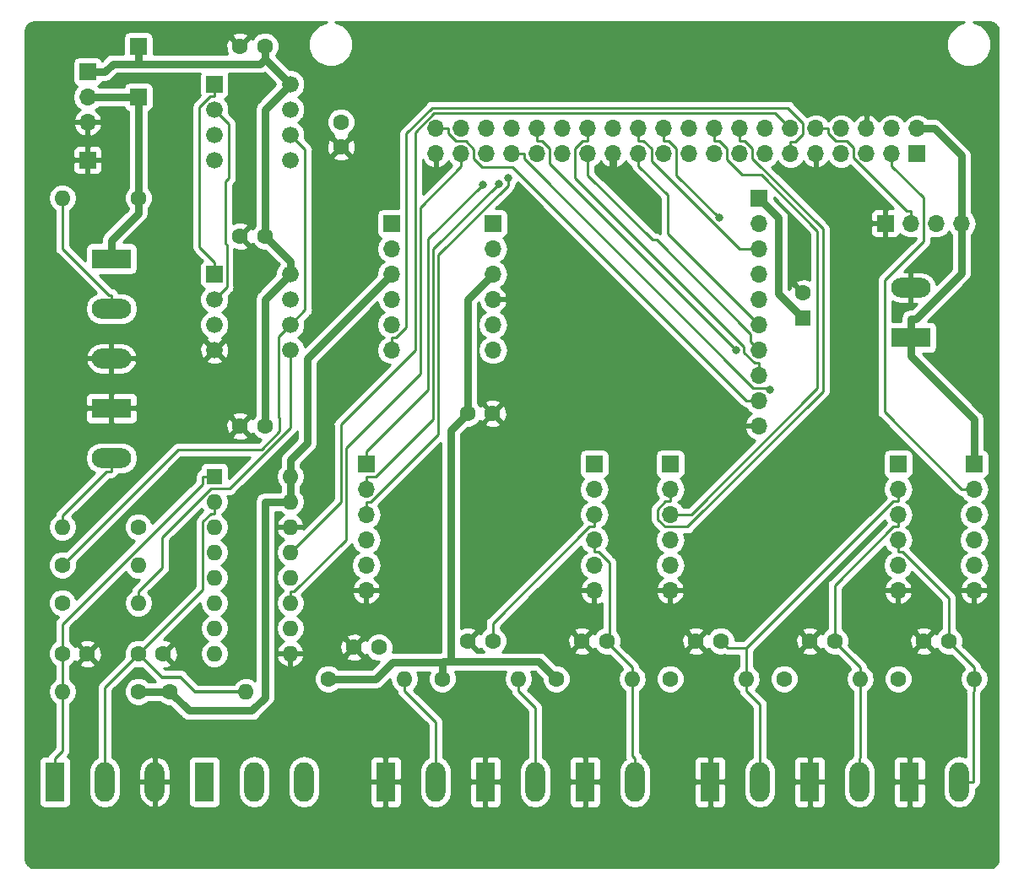
<source format=gbr>
G04 #@! TF.GenerationSoftware,KiCad,Pcbnew,(5.0.0-3-g5ebb6b6)*
G04 #@! TF.CreationDate,2018-09-26T10:49:06+01:00*
G04 #@! TF.ProjectId,rPIHeatingController,72504948656174696E67436F6E74726F,rev?*
G04 #@! TF.SameCoordinates,Original*
G04 #@! TF.FileFunction,Copper,L2,Bot,Signal*
G04 #@! TF.FilePolarity,Positive*
%FSLAX46Y46*%
G04 Gerber Fmt 4.6, Leading zero omitted, Abs format (unit mm)*
G04 Created by KiCad (PCBNEW (5.0.0-3-g5ebb6b6)) date Wednesday, 26 September 2018 at 10:49:06*
%MOMM*%
%LPD*%
G01*
G04 APERTURE LIST*
G04 #@! TA.AperFunction,ComponentPad*
%ADD10R,1.700000X1.700000*%
G04 #@! TD*
G04 #@! TA.AperFunction,ComponentPad*
%ADD11R,1.600000X1.600000*%
G04 #@! TD*
G04 #@! TA.AperFunction,ComponentPad*
%ADD12C,1.600000*%
G04 #@! TD*
G04 #@! TA.AperFunction,ComponentPad*
%ADD13O,1.700000X1.700000*%
G04 #@! TD*
G04 #@! TA.AperFunction,ComponentPad*
%ADD14R,1.980000X3.960000*%
G04 #@! TD*
G04 #@! TA.AperFunction,ComponentPad*
%ADD15O,1.980000X3.960000*%
G04 #@! TD*
G04 #@! TA.AperFunction,ComponentPad*
%ADD16O,3.960000X1.980000*%
G04 #@! TD*
G04 #@! TA.AperFunction,ComponentPad*
%ADD17R,3.960000X1.980000*%
G04 #@! TD*
G04 #@! TA.AperFunction,ComponentPad*
%ADD18O,1.600000X1.600000*%
G04 #@! TD*
G04 #@! TA.AperFunction,ComponentPad*
%ADD19R,1.676400X1.676400*%
G04 #@! TD*
G04 #@! TA.AperFunction,ComponentPad*
%ADD20C,1.676400*%
G04 #@! TD*
G04 #@! TA.AperFunction,ViaPad*
%ADD21C,0.800000*%
G04 #@! TD*
G04 #@! TA.AperFunction,Conductor*
%ADD22C,0.750000*%
G04 #@! TD*
G04 #@! TA.AperFunction,Conductor*
%ADD23C,0.250000*%
G04 #@! TD*
G04 #@! TA.AperFunction,Conductor*
%ADD24C,0.300000*%
G04 #@! TD*
G04 #@! TA.AperFunction,Conductor*
%ADD25C,0.254000*%
G04 #@! TD*
G04 APERTURE END LIST*
D10*
G04 #@! TO.P,TP1,1*
G04 #@! TO.N,+3V3*
X104840000Y-60780000D03*
G04 #@! TD*
G04 #@! TO.P,TP3,1*
G04 #@! TO.N,+5V*
X104840000Y-55700000D03*
G04 #@! TD*
G04 #@! TO.P,TP2,1*
G04 #@! TO.N,GND*
X99760000Y-67130000D03*
G04 #@! TD*
D11*
G04 #@! TO.P,C13,1*
G04 #@! TO.N,+5V*
X171515000Y-82965000D03*
D12*
G04 #@! TO.P,C13,2*
G04 #@! TO.N,GND*
X171515000Y-80465000D03*
G04 #@! TD*
D10*
G04 #@! TO.P,J10,1*
G04 #@! TO.N,Net-(J10-Pad1)*
X182945000Y-66495000D03*
D13*
G04 #@! TO.P,J10,2*
G04 #@! TO.N,+5V*
X182945000Y-63955000D03*
G04 #@! TO.P,J10,3*
G04 #@! TO.N,RL1*
X180405000Y-66495000D03*
G04 #@! TO.P,J10,4*
G04 #@! TO.N,+5V*
X180405000Y-63955000D03*
G04 #@! TO.P,J10,5*
G04 #@! TO.N,RL2*
X177865000Y-66495000D03*
G04 #@! TO.P,J10,6*
G04 #@! TO.N,GND*
X177865000Y-63955000D03*
G04 #@! TO.P,J10,7*
G04 #@! TO.N,CFH1*
X175325000Y-66495000D03*
G04 #@! TO.P,J10,8*
G04 #@! TO.N,Net-(J10-Pad8)*
X175325000Y-63955000D03*
G04 #@! TO.P,J10,9*
G04 #@! TO.N,GND*
X172785000Y-66495000D03*
G04 #@! TO.P,J10,10*
G04 #@! TO.N,Net-(J10-Pad10)*
X172785000Y-63955000D03*
G04 #@! TO.P,J10,11*
G04 #@! TO.N,UD_3V*
X170245000Y-66495000D03*
G04 #@! TO.P,J10,12*
G04 #@! TO.N,ADC_CLK*
X170245000Y-63955000D03*
G04 #@! TO.P,J10,13*
G04 #@! TO.N,ADC_CS*
X167705000Y-66495000D03*
G04 #@! TO.P,J10,14*
G04 #@! TO.N,GND*
X167705000Y-63955000D03*
G04 #@! TO.P,J10,15*
G04 #@! TO.N,ZV1*
X165165000Y-66495000D03*
G04 #@! TO.P,J10,16*
G04 #@! TO.N,ZV2*
X165165000Y-63955000D03*
G04 #@! TO.P,J10,17*
G04 #@! TO.N,Net-(J10-Pad17)*
X162625000Y-66495000D03*
G04 #@! TO.P,J10,18*
G04 #@! TO.N,ZV3*
X162625000Y-63955000D03*
G04 #@! TO.P,J10,19*
G04 #@! TO.N,Net-(J10-Pad19)*
X160085000Y-66495000D03*
G04 #@! TO.P,J10,20*
G04 #@! TO.N,GND*
X160085000Y-63955000D03*
G04 #@! TO.P,J10,21*
G04 #@! TO.N,Net-(J10-Pad21)*
X157545000Y-66495000D03*
G04 #@! TO.P,J10,22*
G04 #@! TO.N,ADC_DOUT*
X157545000Y-63955000D03*
G04 #@! TO.P,J10,23*
G04 #@! TO.N,Net-(J10-Pad23)*
X155005000Y-66495000D03*
G04 #@! TO.P,J10,24*
G04 #@! TO.N,Net-(J10-Pad24)*
X155005000Y-63955000D03*
G04 #@! TO.P,J10,25*
G04 #@! TO.N,GND*
X152465000Y-66495000D03*
G04 #@! TO.P,J10,26*
G04 #@! TO.N,DS18B20*
X152465000Y-63955000D03*
G04 #@! TO.P,J10,27*
G04 #@! TO.N,Net-(J10-Pad27)*
X149925000Y-66495000D03*
G04 #@! TO.P,J10,28*
G04 #@! TO.N,Net-(J10-Pad28)*
X149925000Y-63955000D03*
G04 #@! TO.P,J10,29*
G04 #@! TO.N,CFH2*
X147385000Y-66495000D03*
G04 #@! TO.P,J10,30*
G04 #@! TO.N,GND*
X147385000Y-63955000D03*
G04 #@! TO.P,J10,31*
G04 #@! TO.N,CFH3*
X144845000Y-66495000D03*
G04 #@! TO.P,J10,32*
G04 #@! TO.N,RL3*
X144845000Y-63955000D03*
G04 #@! TO.P,J10,33*
G04 #@! TO.N,RL4*
X142305000Y-66495000D03*
G04 #@! TO.P,J10,34*
G04 #@! TO.N,GND*
X142305000Y-63955000D03*
G04 #@! TO.P,J10,35*
G04 #@! TO.N,CS1_3V*
X139765000Y-66495000D03*
G04 #@! TO.P,J10,36*
G04 #@! TO.N,INC_3V*
X139765000Y-63955000D03*
G04 #@! TO.P,J10,37*
G04 #@! TO.N,ADC_DIN*
X137225000Y-66495000D03*
G04 #@! TO.P,J10,38*
G04 #@! TO.N,CS2_3V*
X137225000Y-63955000D03*
G04 #@! TO.P,J10,39*
G04 #@! TO.N,GND*
X134685000Y-66495000D03*
G04 #@! TO.P,J10,40*
G04 #@! TO.N,Net-(J10-Pad40)*
X134685000Y-63955000D03*
G04 #@! TD*
D12*
G04 #@! TO.P,C1,2*
G04 #@! TO.N,GND*
X99720000Y-116660000D03*
G04 #@! TO.P,C1,1*
G04 #@! TO.N,ADC1*
X97220000Y-116660000D03*
G04 #@! TD*
G04 #@! TO.P,C2,1*
G04 #@! TO.N,ADC2*
X104840000Y-116660000D03*
G04 #@! TO.P,C2,2*
G04 #@! TO.N,GND*
X107340000Y-116660000D03*
G04 #@! TD*
G04 #@! TO.P,C3,2*
G04 #@! TO.N,GND*
X126470000Y-116025000D03*
G04 #@! TO.P,C3,1*
G04 #@! TO.N,Net-(C3-Pad1)*
X128970000Y-116025000D03*
G04 #@! TD*
G04 #@! TO.P,C4,1*
G04 #@! TO.N,Net-(C4-Pad1)*
X140400000Y-115390000D03*
G04 #@! TO.P,C4,2*
G04 #@! TO.N,GND*
X137900000Y-115390000D03*
G04 #@! TD*
G04 #@! TO.P,C5,2*
G04 #@! TO.N,GND*
X149330000Y-115390000D03*
G04 #@! TO.P,C5,1*
G04 #@! TO.N,Net-(C5-Pad1)*
X151830000Y-115390000D03*
G04 #@! TD*
G04 #@! TO.P,C6,1*
G04 #@! TO.N,Net-(C6-Pad1)*
X163260000Y-115390000D03*
G04 #@! TO.P,C6,2*
G04 #@! TO.N,GND*
X160760000Y-115390000D03*
G04 #@! TD*
G04 #@! TO.P,C7,1*
G04 #@! TO.N,Net-(C7-Pad1)*
X174690000Y-115390000D03*
G04 #@! TO.P,C7,2*
G04 #@! TO.N,GND*
X172190000Y-115390000D03*
G04 #@! TD*
G04 #@! TO.P,C8,2*
G04 #@! TO.N,GND*
X183620000Y-115390000D03*
G04 #@! TO.P,C8,1*
G04 #@! TO.N,Net-(C8-Pad1)*
X186120000Y-115390000D03*
G04 #@! TD*
G04 #@! TO.P,C9,1*
G04 #@! TO.N,+5V*
X117540000Y-93800000D03*
G04 #@! TO.P,C9,2*
G04 #@! TO.N,GND*
X115040000Y-93800000D03*
G04 #@! TD*
G04 #@! TO.P,C10,2*
G04 #@! TO.N,GND*
X115040000Y-74750000D03*
G04 #@! TO.P,C10,1*
G04 #@! TO.N,+5V*
X117540000Y-74750000D03*
G04 #@! TD*
G04 #@! TO.P,C11,1*
G04 #@! TO.N,+5V*
X125160000Y-63320000D03*
G04 #@! TO.P,C11,2*
G04 #@! TO.N,GND*
X125160000Y-65820000D03*
G04 #@! TD*
G04 #@! TO.P,C12,2*
G04 #@! TO.N,GND*
X140360000Y-92530000D03*
G04 #@! TO.P,C12,1*
G04 #@! TO.N,+5V*
X137860000Y-92530000D03*
G04 #@! TD*
G04 #@! TO.P,C14,2*
G04 #@! TO.N,GND*
X115040000Y-55700000D03*
G04 #@! TO.P,C14,1*
G04 #@! TO.N,+5V*
X117540000Y-55700000D03*
G04 #@! TD*
D14*
G04 #@! TO.P,J1,1*
G04 #@! TO.N,ADC1*
X96465000Y-129520000D03*
D15*
G04 #@! TO.P,J1,2*
G04 #@! TO.N,ADC2*
X101465000Y-129520000D03*
G04 #@! TO.P,J1,3*
G04 #@! TO.N,GND*
X106465000Y-129520000D03*
G04 #@! TD*
G04 #@! TO.P,J2,3*
G04 #@! TO.N,Net-(J2-Pad3)*
X121465000Y-129520000D03*
G04 #@! TO.P,J2,2*
G04 #@! TO.N,Net-(J2-Pad2)*
X116465000Y-129520000D03*
D14*
G04 #@! TO.P,J2,1*
G04 #@! TO.N,Net-(J2-Pad1)*
X111465000Y-129520000D03*
G04 #@! TD*
D15*
G04 #@! TO.P,J3,2*
G04 #@! TO.N,Net-(C3-Pad1)*
X134640000Y-129520000D03*
D14*
G04 #@! TO.P,J3,1*
G04 #@! TO.N,GND*
X129640000Y-129520000D03*
G04 #@! TD*
G04 #@! TO.P,J4,1*
G04 #@! TO.N,GND*
X139640000Y-129520000D03*
D15*
G04 #@! TO.P,J4,2*
G04 #@! TO.N,Net-(C4-Pad1)*
X144640000Y-129520000D03*
G04 #@! TD*
G04 #@! TO.P,J5,2*
G04 #@! TO.N,Net-(C5-Pad1)*
X154640000Y-129520000D03*
D14*
G04 #@! TO.P,J5,1*
G04 #@! TO.N,GND*
X149640000Y-129520000D03*
G04 #@! TD*
D10*
G04 #@! TO.P,J6,1*
G04 #@! TO.N,CS1_5V*
X140400000Y-73480000D03*
D13*
G04 #@! TO.P,J6,2*
G04 #@! TO.N,CS2_5V*
X140400000Y-76020000D03*
G04 #@! TO.P,J6,3*
G04 #@! TO.N,+5V*
X140400000Y-78560000D03*
G04 #@! TO.P,J6,4*
G04 #@! TO.N,GND*
X140400000Y-81100000D03*
G04 #@! TO.P,J6,5*
G04 #@! TO.N,INC_5V*
X140400000Y-83640000D03*
G04 #@! TO.P,J6,6*
G04 #@! TO.N,UD_5V*
X140400000Y-86180000D03*
G04 #@! TD*
D10*
G04 #@! TO.P,J7,1*
G04 #@! TO.N,Net-(J7-Pad1)*
X150560000Y-97610000D03*
D13*
G04 #@! TO.P,J7,2*
G04 #@! TO.N,Net-(C3-Pad1)*
X150560000Y-100150000D03*
G04 #@! TO.P,J7,3*
G04 #@! TO.N,Net-(C4-Pad1)*
X150560000Y-102690000D03*
G04 #@! TO.P,J7,4*
G04 #@! TO.N,Net-(C5-Pad1)*
X150560000Y-105230000D03*
G04 #@! TO.P,J7,5*
G04 #@! TO.N,Net-(J7-Pad5)*
X150560000Y-107770000D03*
G04 #@! TO.P,J7,6*
G04 #@! TO.N,GND*
X150560000Y-110310000D03*
G04 #@! TD*
G04 #@! TO.P,J8,6*
G04 #@! TO.N,UD_3V*
X130240000Y-86180000D03*
G04 #@! TO.P,J8,5*
G04 #@! TO.N,INC_3V*
X130240000Y-83640000D03*
G04 #@! TO.P,J8,4*
G04 #@! TO.N,GND*
X130240000Y-81100000D03*
G04 #@! TO.P,J8,3*
G04 #@! TO.N,+3V3*
X130240000Y-78560000D03*
G04 #@! TO.P,J8,2*
G04 #@! TO.N,CS2_3V*
X130240000Y-76020000D03*
D10*
G04 #@! TO.P,J8,1*
G04 #@! TO.N,CS1_3V*
X130240000Y-73480000D03*
G04 #@! TD*
D13*
G04 #@! TO.P,J9,6*
G04 #@! TO.N,GND*
X127700000Y-110310000D03*
G04 #@! TO.P,J9,5*
G04 #@! TO.N,+3V3*
X127700000Y-107770000D03*
G04 #@! TO.P,J9,4*
G04 #@! TO.N,Net-(J9-Pad4)*
X127700000Y-105230000D03*
G04 #@! TO.P,J9,3*
G04 #@! TO.N,CFH3*
X127700000Y-102690000D03*
G04 #@! TO.P,J9,2*
G04 #@! TO.N,CFH2*
X127700000Y-100150000D03*
D10*
G04 #@! TO.P,J9,1*
G04 #@! TO.N,CFH1*
X127700000Y-97610000D03*
G04 #@! TD*
D14*
G04 #@! TO.P,J11,1*
G04 #@! TO.N,GND*
X162180000Y-129520000D03*
D15*
G04 #@! TO.P,J11,2*
G04 #@! TO.N,Net-(C6-Pad1)*
X167180000Y-129520000D03*
G04 #@! TD*
G04 #@! TO.P,J12,2*
G04 #@! TO.N,Net-(C7-Pad1)*
X177180000Y-129520000D03*
D14*
G04 #@! TO.P,J12,1*
G04 #@! TO.N,GND*
X172180000Y-129520000D03*
G04 #@! TD*
G04 #@! TO.P,J13,1*
G04 #@! TO.N,GND*
X182180000Y-129520000D03*
D15*
G04 #@! TO.P,J13,2*
G04 #@! TO.N,Net-(C8-Pad1)*
X187180000Y-129520000D03*
G04 #@! TD*
D13*
G04 #@! TO.P,J14,6*
G04 #@! TO.N,GND*
X181040000Y-110310000D03*
G04 #@! TO.P,J14,5*
G04 #@! TO.N,Net-(J14-Pad5)*
X181040000Y-107770000D03*
G04 #@! TO.P,J14,4*
G04 #@! TO.N,Net-(C8-Pad1)*
X181040000Y-105230000D03*
G04 #@! TO.P,J14,3*
G04 #@! TO.N,Net-(C7-Pad1)*
X181040000Y-102690000D03*
G04 #@! TO.P,J14,2*
G04 #@! TO.N,Net-(C6-Pad1)*
X181040000Y-100150000D03*
D10*
G04 #@! TO.P,J14,1*
G04 #@! TO.N,Net-(J14-Pad1)*
X181040000Y-97610000D03*
G04 #@! TD*
D16*
G04 #@! TO.P,J15,3*
G04 #@! TO.N,GND*
X102140000Y-87020000D03*
G04 #@! TO.P,J15,2*
G04 #@! TO.N,DS18B20*
X102140000Y-82020000D03*
D17*
G04 #@! TO.P,J15,1*
G04 #@! TO.N,+3V3*
X102140000Y-77020000D03*
G04 #@! TD*
D10*
G04 #@! TO.P,J16,1*
G04 #@! TO.N,ZV1*
X158180000Y-97610000D03*
D13*
G04 #@! TO.P,J16,2*
G04 #@! TO.N,ZV2*
X158180000Y-100150000D03*
G04 #@! TO.P,J16,3*
G04 #@! TO.N,ZV3*
X158180000Y-102690000D03*
G04 #@! TO.P,J16,4*
G04 #@! TO.N,Net-(J16-Pad4)*
X158180000Y-105230000D03*
G04 #@! TO.P,J16,5*
G04 #@! TO.N,+3V3*
X158180000Y-107770000D03*
G04 #@! TO.P,J16,6*
G04 #@! TO.N,GND*
X158180000Y-110310000D03*
G04 #@! TD*
D17*
G04 #@! TO.P,J17,1*
G04 #@! TO.N,+5V*
X182310000Y-84910000D03*
D16*
G04 #@! TO.P,J17,2*
G04 #@! TO.N,GND*
X182310000Y-79910000D03*
G04 #@! TD*
D13*
G04 #@! TO.P,J18,6*
G04 #@! TO.N,GND*
X188660000Y-110310000D03*
G04 #@! TO.P,J18,5*
G04 #@! TO.N,RL4*
X188660000Y-107770000D03*
G04 #@! TO.P,J18,4*
G04 #@! TO.N,RL3*
X188660000Y-105230000D03*
G04 #@! TO.P,J18,3*
G04 #@! TO.N,RL2*
X188660000Y-102690000D03*
G04 #@! TO.P,J18,2*
G04 #@! TO.N,RL1*
X188660000Y-100150000D03*
D10*
G04 #@! TO.P,J18,1*
G04 #@! TO.N,+5V*
X188660000Y-97610000D03*
G04 #@! TD*
D16*
G04 #@! TO.P,J19,2*
G04 #@! TO.N,ADC3*
X102140000Y-97020000D03*
D17*
G04 #@! TO.P,J19,1*
G04 #@! TO.N,GND*
X102140000Y-92020000D03*
G04 #@! TD*
D18*
G04 #@! TO.P,R1,2*
G04 #@! TO.N,Net-(C3-Pad1)*
X131510000Y-119200000D03*
D12*
G04 #@! TO.P,R1,1*
G04 #@! TO.N,+5V*
X123890000Y-119200000D03*
G04 #@! TD*
D18*
G04 #@! TO.P,R2,2*
G04 #@! TO.N,Net-(C4-Pad1)*
X142940000Y-119200000D03*
D12*
G04 #@! TO.P,R2,1*
G04 #@! TO.N,+5V*
X135320000Y-119200000D03*
G04 #@! TD*
D18*
G04 #@! TO.P,R3,2*
G04 #@! TO.N,Net-(C5-Pad1)*
X154370000Y-119200000D03*
D12*
G04 #@! TO.P,R3,1*
G04 #@! TO.N,+5V*
X146750000Y-119200000D03*
G04 #@! TD*
G04 #@! TO.P,R4,1*
G04 #@! TO.N,+5V*
X158180000Y-119200000D03*
D18*
G04 #@! TO.P,R4,2*
G04 #@! TO.N,Net-(C6-Pad1)*
X165800000Y-119200000D03*
G04 #@! TD*
G04 #@! TO.P,R5,2*
G04 #@! TO.N,Net-(C7-Pad1)*
X177230000Y-119200000D03*
D12*
G04 #@! TO.P,R5,1*
G04 #@! TO.N,+5V*
X169610000Y-119200000D03*
G04 #@! TD*
G04 #@! TO.P,R6,1*
G04 #@! TO.N,+5V*
X181040000Y-119200000D03*
D18*
G04 #@! TO.P,R6,2*
G04 #@! TO.N,Net-(C8-Pad1)*
X188660000Y-119200000D03*
G04 #@! TD*
D12*
G04 #@! TO.P,R7,1*
G04 #@! TO.N,+3V3*
X104840000Y-70940000D03*
D18*
G04 #@! TO.P,R7,2*
G04 #@! TO.N,DS18B20*
X97220000Y-70940000D03*
G04 #@! TD*
D12*
G04 #@! TO.P,R8,1*
G04 #@! TO.N,+3V3*
X104840000Y-103960000D03*
D18*
G04 #@! TO.P,R8,2*
G04 #@! TO.N,ADC3*
X97220000Y-103960000D03*
G04 #@! TD*
D19*
G04 #@! TO.P,U1,1*
G04 #@! TO.N,INC_5V*
X112460000Y-59510000D03*
D20*
G04 #@! TO.P,U1,2*
G04 #@! TO.N,UD_5V*
X112460000Y-62050000D03*
G04 #@! TO.P,U1,3*
G04 #@! TO.N,Net-(U1-Pad3)*
X112460000Y-64590000D03*
G04 #@! TO.P,U1,4*
G04 #@! TO.N,GND*
X112460000Y-67130000D03*
G04 #@! TO.P,U1,5*
G04 #@! TO.N,Net-(J2-Pad1)*
X120080000Y-67130000D03*
G04 #@! TO.P,U1,6*
G04 #@! TO.N,Net-(J2-Pad3)*
X120080000Y-64590000D03*
G04 #@! TO.P,U1,7*
G04 #@! TO.N,CS1_5V*
X120080000Y-62050000D03*
G04 #@! TO.P,U1,8*
G04 #@! TO.N,+5V*
X120080000Y-59510000D03*
G04 #@! TD*
G04 #@! TO.P,U2,8*
G04 #@! TO.N,+5V*
X120080000Y-78560000D03*
G04 #@! TO.P,U2,7*
G04 #@! TO.N,CS2_5V*
X120080000Y-81100000D03*
G04 #@! TO.P,U2,6*
G04 #@! TO.N,Net-(J2-Pad3)*
X120080000Y-83640000D03*
G04 #@! TO.P,U2,5*
G04 #@! TO.N,Net-(R10-Pad2)*
X120080000Y-86180000D03*
G04 #@! TO.P,U2,4*
G04 #@! TO.N,GND*
X112460000Y-86180000D03*
G04 #@! TO.P,U2,3*
G04 #@! TO.N,Net-(U2-Pad3)*
X112460000Y-83640000D03*
G04 #@! TO.P,U2,2*
G04 #@! TO.N,UD_5V*
X112460000Y-81100000D03*
D19*
G04 #@! TO.P,U2,1*
G04 #@! TO.N,INC_5V*
X112460000Y-78560000D03*
G04 #@! TD*
D18*
G04 #@! TO.P,U3,16*
G04 #@! TO.N,+3V3*
X120080000Y-98880000D03*
G04 #@! TO.P,U3,8*
G04 #@! TO.N,Net-(U3-Pad8)*
X112460000Y-116660000D03*
G04 #@! TO.P,U3,15*
G04 #@! TO.N,+3V3*
X120080000Y-101420000D03*
G04 #@! TO.P,U3,7*
G04 #@! TO.N,Net-(U3-Pad7)*
X112460000Y-114120000D03*
G04 #@! TO.P,U3,14*
G04 #@! TO.N,GND*
X120080000Y-103960000D03*
G04 #@! TO.P,U3,6*
G04 #@! TO.N,Net-(U3-Pad6)*
X112460000Y-111580000D03*
G04 #@! TO.P,U3,13*
G04 #@! TO.N,ADC_CLK*
X120080000Y-106500000D03*
G04 #@! TO.P,U3,5*
G04 #@! TO.N,Net-(U3-Pad5)*
X112460000Y-109040000D03*
G04 #@! TO.P,U3,12*
G04 #@! TO.N,ADC_DOUT*
X120080000Y-109040000D03*
G04 #@! TO.P,U3,4*
G04 #@! TO.N,Net-(U3-Pad4)*
X112460000Y-106500000D03*
G04 #@! TO.P,U3,11*
G04 #@! TO.N,ADC_DIN*
X120080000Y-111580000D03*
G04 #@! TO.P,U3,3*
G04 #@! TO.N,ADC3*
X112460000Y-103960000D03*
G04 #@! TO.P,U3,10*
G04 #@! TO.N,ADC_CS*
X120080000Y-114120000D03*
G04 #@! TO.P,U3,2*
G04 #@! TO.N,ADC2*
X112460000Y-101420000D03*
G04 #@! TO.P,U3,9*
G04 #@! TO.N,GND*
X120080000Y-116660000D03*
D11*
G04 #@! TO.P,U3,1*
G04 #@! TO.N,ADC1*
X112460000Y-98880000D03*
G04 #@! TD*
D13*
G04 #@! TO.P,J21,4*
G04 #@! TO.N,+5V*
X187390000Y-73480000D03*
G04 #@! TO.P,J21,3*
G04 #@! TO.N,Net-(J10-Pad8)*
X184850000Y-73480000D03*
G04 #@! TO.P,J21,2*
G04 #@! TO.N,Net-(J10-Pad10)*
X182310000Y-73480000D03*
D10*
G04 #@! TO.P,J21,1*
G04 #@! TO.N,GND*
X179770000Y-73480000D03*
G04 #@! TD*
D13*
G04 #@! TO.P,J20,10*
G04 #@! TO.N,GND*
X167070000Y-93800000D03*
G04 #@! TO.P,J20,9*
G04 #@! TO.N,Net-(J10-Pad40)*
X167070000Y-91260000D03*
G04 #@! TO.P,J20,8*
G04 #@! TO.N,Net-(J10-Pad28)*
X167070000Y-88720000D03*
G04 #@! TO.P,J20,7*
G04 #@! TO.N,Net-(J10-Pad27)*
X167070000Y-86180000D03*
G04 #@! TO.P,J20,6*
G04 #@! TO.N,Net-(J10-Pad23)*
X167070000Y-83640000D03*
G04 #@! TO.P,J20,5*
G04 #@! TO.N,Net-(J10-Pad19)*
X167070000Y-81100000D03*
G04 #@! TO.P,J20,4*
G04 #@! TO.N,Net-(J10-Pad21)*
X167070000Y-78560000D03*
G04 #@! TO.P,J20,3*
G04 #@! TO.N,Net-(J10-Pad24)*
X167070000Y-76020000D03*
G04 #@! TO.P,J20,2*
G04 #@! TO.N,+3V3*
X167070000Y-73480000D03*
D10*
G04 #@! TO.P,J20,1*
G04 #@! TO.N,+5V*
X167070000Y-70940000D03*
G04 #@! TD*
D13*
G04 #@! TO.P,J22,3*
G04 #@! TO.N,GND*
X99760000Y-63320000D03*
G04 #@! TO.P,J22,2*
G04 #@! TO.N,+3V3*
X99760000Y-60780000D03*
D10*
G04 #@! TO.P,J22,1*
G04 #@! TO.N,+5V*
X99760000Y-58240000D03*
G04 #@! TD*
D18*
G04 #@! TO.P,R9,2*
G04 #@! TO.N,Net-(J2-Pad1)*
X104840000Y-107770000D03*
D12*
G04 #@! TO.P,R9,1*
G04 #@! TO.N,Net-(J2-Pad3)*
X97220000Y-107770000D03*
G04 #@! TD*
G04 #@! TO.P,R10,1*
G04 #@! TO.N,Net-(J2-Pad2)*
X97220000Y-111580000D03*
D18*
G04 #@! TO.P,R10,2*
G04 #@! TO.N,Net-(R10-Pad2)*
X104840000Y-111580000D03*
G04 #@! TD*
D12*
G04 #@! TO.P,R11,1*
G04 #@! TO.N,+3V3*
X104840000Y-120470000D03*
D18*
G04 #@! TO.P,R11,2*
G04 #@! TO.N,ADC1*
X97220000Y-120470000D03*
G04 #@! TD*
G04 #@! TO.P,R12,2*
G04 #@! TO.N,ADC2*
X115635000Y-120470000D03*
D12*
G04 #@! TO.P,R12,1*
G04 #@! TO.N,+3V3*
X108015000Y-120470000D03*
G04 #@! TD*
D21*
G04 #@! TO.N,GND*
X130240000Y-69035000D03*
X156910000Y-74115000D03*
X160720014Y-60145000D03*
X115635000Y-67130000D03*
X126430000Y-79830000D03*
X142305000Y-60535010D03*
X118493912Y-97166088D03*
G04 #@! TO.N,CFH3*
X141921200Y-68905400D03*
G04 #@! TO.N,CFH2*
X140976200Y-69496400D03*
G04 #@! TO.N,CFH1*
X139361100Y-69567300D03*
G04 #@! TO.N,RL4*
X168182100Y-90176700D03*
G04 #@! TO.N,RL3*
X164803400Y-86191100D03*
G04 #@! TO.N,ADC_DOUT*
X163096200Y-72919700D03*
G04 #@! TD*
D22*
G04 #@! TO.N,GND*
X152465000Y-66495000D02*
X152465000Y-69670000D01*
X152465000Y-69670000D02*
X156910000Y-74115000D01*
D23*
G04 #@! TO.N,ADC1*
X112460000Y-98880000D02*
X111284700Y-98880000D01*
X111284700Y-98880000D02*
X111284700Y-99618400D01*
X111284700Y-99618400D02*
X97220000Y-113683100D01*
X97220000Y-113683100D02*
X97220000Y-116660000D01*
X97220000Y-126409700D02*
X97220000Y-116660000D01*
X96465000Y-127164700D02*
X97220000Y-126409700D01*
X96465000Y-129520000D02*
X96465000Y-127164700D01*
G04 #@! TO.N,ADC2*
X112460000Y-101420000D02*
X112460000Y-102595300D01*
X112460000Y-102595300D02*
X112092600Y-102595300D01*
X112092600Y-102595300D02*
X111284700Y-103403200D01*
X111284700Y-103403200D02*
X111284700Y-110215300D01*
X111284700Y-110215300D02*
X104840000Y-116660000D01*
X104840000Y-116660000D02*
X101465000Y-120035000D01*
X101465000Y-120035000D02*
X101465000Y-129520000D01*
D24*
X107199999Y-119019999D02*
X104840000Y-116660000D01*
X110555000Y-120470000D02*
X109104999Y-119019999D01*
X109104999Y-119019999D02*
X107199999Y-119019999D01*
X115635000Y-120470000D02*
X110555000Y-120470000D01*
D23*
G04 #@! TO.N,Net-(C3-Pad1)*
X131510000Y-119200000D02*
X131510000Y-120375300D01*
X134640000Y-129520000D02*
X134640000Y-123505300D01*
X134640000Y-123505300D02*
X131510000Y-120375300D01*
G04 #@! TO.N,Net-(C4-Pad1)*
X150560000Y-102690000D02*
X150560000Y-103915300D01*
X150560000Y-103915300D02*
X150100500Y-103915300D01*
X150100500Y-103915300D02*
X140400000Y-113615800D01*
X140400000Y-113615800D02*
X140400000Y-115390000D01*
X142940000Y-119200000D02*
X142940000Y-120375300D01*
X144640000Y-129520000D02*
X144640000Y-122075300D01*
X144640000Y-122075300D02*
X142940000Y-120375300D01*
G04 #@! TO.N,Net-(C5-Pad1)*
X154640000Y-129520000D02*
X154640000Y-127164700D01*
X154640000Y-127164700D02*
X154370000Y-126894700D01*
X154370000Y-126894700D02*
X154370000Y-119200000D01*
X150560000Y-105230000D02*
X150560000Y-106455300D01*
X150560000Y-106455300D02*
X151019500Y-106455300D01*
X151019500Y-106455300D02*
X152068100Y-107503900D01*
X152068100Y-107503900D02*
X152068100Y-115151900D01*
X152068100Y-115151900D02*
X151830000Y-115390000D01*
X154370000Y-119200000D02*
X154370000Y-118024700D01*
X154370000Y-118024700D02*
X151830000Y-115484700D01*
X151830000Y-115484700D02*
X151830000Y-115390000D01*
G04 #@! TO.N,Net-(C6-Pad1)*
X165800000Y-116107500D02*
X180532200Y-101375300D01*
X180532200Y-101375300D02*
X181040000Y-101375300D01*
X165800000Y-118612300D02*
X165800000Y-116107500D01*
X165800000Y-116107500D02*
X163977500Y-116107500D01*
X163977500Y-116107500D02*
X163260000Y-115390000D01*
X181040000Y-100150000D02*
X181040000Y-101375300D01*
X165800000Y-119200000D02*
X165800000Y-118612300D01*
X165800000Y-119200000D02*
X165800000Y-120375300D01*
X167180000Y-129520000D02*
X167180000Y-121755300D01*
X167180000Y-121755300D02*
X165800000Y-120375300D01*
G04 #@! TO.N,Net-(C7-Pad1)*
X177180000Y-129520000D02*
X177180000Y-127164700D01*
X177230000Y-119200000D02*
X177230000Y-127114700D01*
X177230000Y-127114700D02*
X177180000Y-127164700D01*
X177230000Y-118612300D02*
X177230000Y-119200000D01*
X177230000Y-118612300D02*
X177230000Y-118024700D01*
X181040000Y-102690000D02*
X181040000Y-103915300D01*
X181040000Y-103915300D02*
X180580500Y-103915300D01*
X180580500Y-103915300D02*
X174690000Y-109805800D01*
X174690000Y-109805800D02*
X174690000Y-115390000D01*
X177230000Y-118024700D02*
X174690000Y-115484700D01*
X174690000Y-115484700D02*
X174690000Y-115390000D01*
G04 #@! TO.N,Net-(C8-Pad1)*
X188660000Y-119200000D02*
X188660000Y-120375300D01*
X187180000Y-129520000D02*
X188545300Y-129520000D01*
X188545300Y-129520000D02*
X188545300Y-120490000D01*
X188545300Y-120490000D02*
X188660000Y-120375300D01*
X181040000Y-105230000D02*
X181040000Y-106455300D01*
X181040000Y-106455300D02*
X181499500Y-106455300D01*
X181499500Y-106455300D02*
X186120000Y-111075800D01*
X186120000Y-111075800D02*
X186120000Y-115390000D01*
X188660000Y-119200000D02*
X188660000Y-118024700D01*
X188660000Y-118024700D02*
X186120000Y-115484700D01*
X186120000Y-115484700D02*
X186120000Y-115390000D01*
D22*
G04 #@! TO.N,+5V*
X135320000Y-117524600D02*
X135320000Y-119200000D01*
X136193100Y-117470600D02*
X135374000Y-117470600D01*
X135374000Y-117470600D02*
X135320000Y-117524600D01*
X135320000Y-117524600D02*
X130327900Y-117524600D01*
X130327900Y-117524600D02*
X128652500Y-119200000D01*
X128652500Y-119200000D02*
X123890000Y-119200000D01*
X137860000Y-92530000D02*
X136193100Y-94196900D01*
X136193100Y-94196900D02*
X136193100Y-117470600D01*
X146750000Y-119200000D02*
X145020600Y-117470600D01*
X145020600Y-117470600D02*
X136193100Y-117470600D01*
X140400000Y-78560000D02*
X137860000Y-81100000D01*
X137860000Y-81100000D02*
X137860000Y-92530000D01*
X117540000Y-74750000D02*
X120080000Y-77290000D01*
X120080000Y-77290000D02*
X120080000Y-78560000D01*
X120080000Y-59510000D02*
X117540000Y-62050000D01*
X117540000Y-62050000D02*
X117540000Y-74750000D01*
X171515000Y-82965000D02*
X169055000Y-80505000D01*
X169055000Y-80505000D02*
X169055000Y-72925000D01*
X169055000Y-72925000D02*
X167070000Y-70940000D01*
X99760000Y-58240000D02*
X101485300Y-58240000D01*
X117540000Y-56970000D02*
X117540000Y-55700000D01*
X120080000Y-59510000D02*
X117540000Y-56970000D01*
X101485300Y-58240000D02*
X102278300Y-57447000D01*
X117063000Y-57447000D02*
X117540000Y-56970000D01*
X182310000Y-84910000D02*
X182310000Y-86775300D01*
X188660000Y-97610000D02*
X188660000Y-93125300D01*
X188660000Y-93125300D02*
X182310000Y-86775300D01*
X182310000Y-84910000D02*
X182310000Y-83044700D01*
X182310000Y-83044700D02*
X182820000Y-83044700D01*
X182820000Y-83044700D02*
X187390000Y-78474700D01*
X187390000Y-78474700D02*
X187390000Y-73480000D01*
X120080000Y-78560000D02*
X117540000Y-81100000D01*
X117540000Y-81100000D02*
X117540000Y-93800000D01*
X182945000Y-63955000D02*
X184670300Y-63955000D01*
X187390000Y-73480000D02*
X187390000Y-66674700D01*
X187390000Y-66674700D02*
X184670300Y-63955000D01*
X104840000Y-55700000D02*
X104840000Y-57447000D01*
X104840000Y-57447000D02*
X117063000Y-57447000D01*
X102278300Y-57447000D02*
X104840000Y-57447000D01*
D23*
G04 #@! TO.N,Net-(J2-Pad3)*
X120080000Y-83640000D02*
X118866400Y-84853600D01*
X118866400Y-84853600D02*
X118866400Y-92921700D01*
X118866400Y-92921700D02*
X119018100Y-93073400D01*
X119018100Y-93073400D02*
X119018100Y-94337600D01*
X119018100Y-94337600D02*
X117174900Y-96180800D01*
X117174900Y-96180800D02*
X108809200Y-96180800D01*
X108809200Y-96180800D02*
X97220000Y-107770000D01*
X120080000Y-64590000D02*
X121561300Y-66071300D01*
X121561300Y-66071300D02*
X121561300Y-82158700D01*
X121561300Y-82158700D02*
X120080000Y-83640000D01*
D22*
G04 #@! TO.N,+3V3*
X120080000Y-98880000D02*
X120080000Y-97204700D01*
X102140000Y-77020000D02*
X102140000Y-75154700D01*
X104840000Y-70940000D02*
X104840000Y-72454700D01*
X104840000Y-72454700D02*
X102140000Y-75154700D01*
X120080000Y-97204700D02*
X121755300Y-95529400D01*
X121755300Y-95529400D02*
X121755300Y-87044700D01*
X121755300Y-87044700D02*
X130240000Y-78560000D01*
X120080000Y-101420000D02*
X120080000Y-98880000D01*
X104840000Y-120470000D02*
X108015000Y-120470000D01*
X117540000Y-121044002D02*
X117540000Y-101420000D01*
X109920000Y-122375000D02*
X116209002Y-122375000D01*
X117540000Y-101420000D02*
X120080000Y-101420000D01*
X116209002Y-122375000D02*
X117540000Y-121044002D01*
X108015000Y-120470000D02*
X109920000Y-122375000D01*
X99760000Y-60780000D02*
X104840000Y-60780000D01*
X104840000Y-60780000D02*
X104840000Y-70940000D01*
D23*
G04 #@! TO.N,INC_5V*
X112460000Y-59510000D02*
X112460000Y-60723500D01*
X112460000Y-78560000D02*
X112460000Y-77346500D01*
X112460000Y-77346500D02*
X110957300Y-75843800D01*
X110957300Y-75843800D02*
X110957300Y-61771100D01*
X110957300Y-61771100D02*
X112004900Y-60723500D01*
X112004900Y-60723500D02*
X112460000Y-60723500D01*
G04 #@! TO.N,UD_5V*
X112460000Y-81100000D02*
X113699300Y-79860700D01*
X113699300Y-79860700D02*
X113699300Y-75638900D01*
X113699300Y-75638900D02*
X113568600Y-75508200D01*
X113568600Y-75508200D02*
X113568600Y-69244700D01*
X113568600Y-69244700D02*
X113929500Y-68883800D01*
X113929500Y-68883800D02*
X113929500Y-63519500D01*
X113929500Y-63519500D02*
X112460000Y-62050000D01*
G04 #@! TO.N,UD_3V*
X170245000Y-66495000D02*
X170245000Y-65269700D01*
X130240000Y-86180000D02*
X130240000Y-84954700D01*
X130240000Y-84954700D02*
X130699500Y-84954700D01*
X130699500Y-84954700D02*
X131715300Y-83938900D01*
X131715300Y-83938900D02*
X131715300Y-64454500D01*
X131715300Y-64454500D02*
X134296500Y-61873300D01*
X134296500Y-61873300D02*
X169978100Y-61873300D01*
X169978100Y-61873300D02*
X171515000Y-63410200D01*
X171515000Y-63410200D02*
X171515000Y-64507500D01*
X171515000Y-64507500D02*
X170752800Y-65269700D01*
X170752800Y-65269700D02*
X170245000Y-65269700D01*
G04 #@! TO.N,CFH3*
X127700000Y-101464700D02*
X128159500Y-101464700D01*
X128159500Y-101464700D02*
X134933700Y-94690500D01*
X134933700Y-94690500D02*
X134933700Y-76649200D01*
X134933700Y-76649200D02*
X141921200Y-69661700D01*
X141921200Y-69661700D02*
X141921200Y-68905400D01*
X127700000Y-102690000D02*
X127700000Y-101464700D01*
G04 #@! TO.N,CFH2*
X127700000Y-98924700D02*
X128619000Y-98924700D01*
X128619000Y-98924700D02*
X134433300Y-93110400D01*
X134433300Y-93110400D02*
X134433300Y-76039300D01*
X134433300Y-76039300D02*
X140976200Y-69496400D01*
X127700000Y-100150000D02*
X127700000Y-98924700D01*
G04 #@! TO.N,CFH1*
X127700000Y-97610000D02*
X127700000Y-96384700D01*
X127700000Y-96384700D02*
X133904400Y-90180300D01*
X133904400Y-90180300D02*
X133904400Y-75024000D01*
X133904400Y-75024000D02*
X139361100Y-69567300D01*
G04 #@! TO.N,Net-(J10-Pad40)*
X134685000Y-63955000D02*
X135910300Y-63955000D01*
X167070000Y-91260000D02*
X165844700Y-91260000D01*
X165844700Y-91260000D02*
X142369000Y-67784300D01*
X142369000Y-67784300D02*
X139317400Y-67784300D01*
X139317400Y-67784300D02*
X138504800Y-66971700D01*
X138504800Y-66971700D02*
X138504800Y-66029900D01*
X138504800Y-66029900D02*
X137699900Y-65225000D01*
X137699900Y-65225000D02*
X136672500Y-65225000D01*
X136672500Y-65225000D02*
X135910300Y-64462800D01*
X135910300Y-64462800D02*
X135910300Y-63955000D01*
G04 #@! TO.N,ADC_DIN*
X137225000Y-66495000D02*
X137225000Y-67720300D01*
X120080000Y-111580000D02*
X120080000Y-110404700D01*
X120080000Y-110404700D02*
X120447300Y-110404700D01*
X120447300Y-110404700D02*
X125640600Y-105211400D01*
X125640600Y-105211400D02*
X125640600Y-96053700D01*
X125640600Y-96053700D02*
X133092300Y-88602000D01*
X133092300Y-88602000D02*
X133092300Y-71853000D01*
X133092300Y-71853000D02*
X137225000Y-67720300D01*
G04 #@! TO.N,RL4*
X142305000Y-66495000D02*
X143530300Y-66495000D01*
X168182100Y-90176700D02*
X167995400Y-89990000D01*
X167995400Y-89990000D02*
X166517500Y-89990000D01*
X166517500Y-89990000D02*
X143530300Y-67002800D01*
X143530300Y-67002800D02*
X143530300Y-66495000D01*
G04 #@! TO.N,RL3*
X144845000Y-63955000D02*
X144845000Y-65180300D01*
X164803400Y-86191100D02*
X146115000Y-67502700D01*
X146115000Y-67502700D02*
X146115000Y-65942500D01*
X146115000Y-65942500D02*
X145352800Y-65180300D01*
X145352800Y-65180300D02*
X144845000Y-65180300D01*
G04 #@! TO.N,Net-(J10-Pad28)*
X167070000Y-87494700D02*
X166629300Y-87494700D01*
X166629300Y-87494700D02*
X165578700Y-86444100D01*
X165578700Y-86444100D02*
X165578700Y-85870000D01*
X165578700Y-85870000D02*
X148655000Y-68946300D01*
X148655000Y-68946300D02*
X148655000Y-65942500D01*
X148655000Y-65942500D02*
X149417200Y-65180300D01*
X149417200Y-65180300D02*
X149925000Y-65180300D01*
X149925000Y-63955000D02*
X149925000Y-65180300D01*
X167070000Y-88720000D02*
X167070000Y-87494700D01*
G04 #@! TO.N,Net-(J10-Pad27)*
X166220001Y-85330001D02*
X166220001Y-84564201D01*
X149925000Y-68647004D02*
X149925000Y-66495000D01*
X166220001Y-84564201D02*
X156795802Y-75140002D01*
X156795802Y-75140002D02*
X156417998Y-75140002D01*
X167070000Y-86180000D02*
X166220001Y-85330001D01*
X156417998Y-75140002D02*
X149925000Y-68647004D01*
G04 #@! TO.N,DS18B20*
X102140000Y-82020000D02*
X102140000Y-80654700D01*
X97220000Y-70940000D02*
X97220000Y-75990700D01*
X97220000Y-75990700D02*
X101884000Y-80654700D01*
X101884000Y-80654700D02*
X102140000Y-80654700D01*
G04 #@! TO.N,Net-(J10-Pad24)*
X155005000Y-65180300D02*
X155512800Y-65180300D01*
X155512800Y-65180300D02*
X156319600Y-65987100D01*
X156319600Y-65987100D02*
X156319600Y-67239500D01*
X156319600Y-67239500D02*
X165100100Y-76020000D01*
X165100100Y-76020000D02*
X167070000Y-76020000D01*
X155005000Y-63955000D02*
X155005000Y-65180300D01*
G04 #@! TO.N,Net-(J10-Pad23)*
X167070000Y-83640000D02*
X157935002Y-74505002D01*
X155005000Y-67697081D02*
X155005000Y-66495000D01*
X157935002Y-74505002D02*
X157935002Y-70627083D01*
X157935002Y-70627083D02*
X155005000Y-67697081D01*
G04 #@! TO.N,ADC_DOUT*
X157545000Y-63955000D02*
X157545000Y-65180300D01*
X163096200Y-72919700D02*
X158815000Y-68638500D01*
X158815000Y-68638500D02*
X158815000Y-65942500D01*
X158815000Y-65942500D02*
X158052800Y-65180300D01*
X158052800Y-65180300D02*
X157545000Y-65180300D01*
G04 #@! TO.N,ZV3*
X162625000Y-63955000D02*
X162625000Y-65180300D01*
X158180000Y-102690000D02*
X160287400Y-102690000D01*
X160287400Y-102690000D02*
X172962100Y-90015300D01*
X172962100Y-90015300D02*
X172962100Y-74227200D01*
X172962100Y-74227200D02*
X167292900Y-68558000D01*
X167292900Y-68558000D02*
X165404100Y-68558000D01*
X165404100Y-68558000D02*
X163895000Y-67048900D01*
X163895000Y-67048900D02*
X163895000Y-65942500D01*
X163895000Y-65942500D02*
X163132800Y-65180300D01*
X163132800Y-65180300D02*
X162625000Y-65180300D01*
G04 #@! TO.N,ZV2*
X165165000Y-63955000D02*
X165165000Y-65180300D01*
X158180000Y-100150000D02*
X158180000Y-101375300D01*
X158180000Y-101375300D02*
X157720500Y-101375300D01*
X157720500Y-101375300D02*
X156917700Y-102178100D01*
X156917700Y-102178100D02*
X156917700Y-103189600D01*
X156917700Y-103189600D02*
X157653800Y-103925700D01*
X157653800Y-103925700D02*
X159887500Y-103925700D01*
X159887500Y-103925700D02*
X173490300Y-90322900D01*
X173490300Y-90322900D02*
X173490300Y-74013400D01*
X173490300Y-74013400D02*
X166435000Y-66958100D01*
X166435000Y-66958100D02*
X166435000Y-65942500D01*
X166435000Y-65942500D02*
X165672800Y-65180300D01*
X165672800Y-65180300D02*
X165165000Y-65180300D01*
G04 #@! TO.N,ADC_CLK*
X120080000Y-106500000D02*
X125140200Y-101439800D01*
X125140200Y-101439800D02*
X125140200Y-93663200D01*
X125140200Y-93663200D02*
X132591900Y-86211500D01*
X132591900Y-86211500D02*
X132591900Y-64315000D01*
X132591900Y-64315000D02*
X134466700Y-62440200D01*
X134466700Y-62440200D02*
X168730200Y-62440200D01*
X168730200Y-62440200D02*
X170245000Y-63955000D01*
G04 #@! TO.N,RL1*
X180405000Y-66495000D02*
X180405000Y-67720300D01*
X188660000Y-100150000D02*
X187434700Y-100150000D01*
X187434700Y-100150000D02*
X179683400Y-92398700D01*
X179683400Y-92398700D02*
X179683400Y-79198500D01*
X179683400Y-79198500D02*
X183580000Y-75301900D01*
X183580000Y-75301900D02*
X183580000Y-70895300D01*
X183580000Y-70895300D02*
X180405000Y-67720300D01*
G04 #@! TO.N,ADC3*
X102140000Y-97020000D02*
X102140000Y-98385300D01*
X97220000Y-103960000D02*
X97220000Y-102784700D01*
X97220000Y-102784700D02*
X101619400Y-98385300D01*
X101619400Y-98385300D02*
X102140000Y-98385300D01*
G04 #@! TO.N,Net-(J10-Pad10)*
X172785000Y-63955000D02*
X174010300Y-63955000D01*
X182310000Y-73480000D02*
X182310000Y-72254700D01*
X182310000Y-72254700D02*
X181885100Y-72254700D01*
X181885100Y-72254700D02*
X176550400Y-66920000D01*
X176550400Y-66920000D02*
X176550400Y-65905500D01*
X176550400Y-65905500D02*
X175869900Y-65225000D01*
X175869900Y-65225000D02*
X174772500Y-65225000D01*
X174772500Y-65225000D02*
X174010300Y-64462800D01*
X174010300Y-64462800D02*
X174010300Y-63955000D01*
G04 #@! TO.N,Net-(R10-Pad2)*
X104840000Y-111580000D02*
X104840000Y-110404700D01*
X120080000Y-86180000D02*
X120080000Y-93983500D01*
X120080000Y-93983500D02*
X114008100Y-100055400D01*
X114008100Y-100055400D02*
X112156900Y-100055400D01*
X112156900Y-100055400D02*
X107243800Y-104968500D01*
X107243800Y-104968500D02*
X107243800Y-108000900D01*
X107243800Y-108000900D02*
X104840000Y-110404700D01*
G04 #@! TD*
D25*
G04 #@! TO.N,GND*
G36*
X122873974Y-53625259D02*
X122245259Y-54253974D01*
X121905000Y-55075431D01*
X121905000Y-55964569D01*
X122245259Y-56786026D01*
X122873974Y-57414741D01*
X123695431Y-57755000D01*
X124584569Y-57755000D01*
X125406026Y-57414741D01*
X126034741Y-56786026D01*
X126375000Y-55964569D01*
X126375000Y-55075431D01*
X126034741Y-54253974D01*
X125406026Y-53625259D01*
X124589397Y-53287000D01*
X187690603Y-53287000D01*
X186873974Y-53625259D01*
X186245259Y-54253974D01*
X185905000Y-55075431D01*
X185905000Y-55964569D01*
X186245259Y-56786026D01*
X186873974Y-57414741D01*
X187695431Y-57755000D01*
X188584569Y-57755000D01*
X189406026Y-57414741D01*
X190034741Y-56786026D01*
X190375000Y-55964569D01*
X190375000Y-55075431D01*
X190034741Y-54253974D01*
X189406026Y-53625259D01*
X188589397Y-53287000D01*
X190187491Y-53287000D01*
X190533130Y-53355752D01*
X190815545Y-53544455D01*
X191004248Y-53826870D01*
X191073000Y-54172509D01*
X191073000Y-137237491D01*
X191004248Y-137583130D01*
X190815545Y-137865545D01*
X190533130Y-138054248D01*
X190187491Y-138123000D01*
X94422509Y-138123000D01*
X94076870Y-138054248D01*
X93794455Y-137865545D01*
X93605752Y-137583130D01*
X93537000Y-137237491D01*
X93537000Y-127540000D01*
X94827560Y-127540000D01*
X94827560Y-131500000D01*
X94876843Y-131747765D01*
X95017191Y-131957809D01*
X95227235Y-132098157D01*
X95475000Y-132147440D01*
X97455000Y-132147440D01*
X97702765Y-132098157D01*
X97912809Y-131957809D01*
X98053157Y-131747765D01*
X98102440Y-131500000D01*
X98102440Y-127540000D01*
X98053157Y-127292235D01*
X97912809Y-127082191D01*
X97747160Y-126971507D01*
X97767929Y-126957629D01*
X97935904Y-126706237D01*
X97980000Y-126484552D01*
X97980000Y-126484548D01*
X97994888Y-126409701D01*
X97980000Y-126334854D01*
X97980000Y-121688043D01*
X98254577Y-121504577D01*
X98571740Y-121029909D01*
X98683113Y-120470000D01*
X98571740Y-119910091D01*
X98254577Y-119435423D01*
X97980000Y-119251957D01*
X97980000Y-117898430D01*
X98032862Y-117876534D01*
X98241651Y-117667745D01*
X98891861Y-117667745D01*
X98965995Y-117913864D01*
X99503223Y-118106965D01*
X100073454Y-118079778D01*
X100474005Y-117913864D01*
X100548139Y-117667745D01*
X99720000Y-116839605D01*
X98891861Y-117667745D01*
X98241651Y-117667745D01*
X98436534Y-117472862D01*
X98463525Y-117407701D01*
X98466136Y-117414005D01*
X98712255Y-117488139D01*
X99540395Y-116660000D01*
X99899605Y-116660000D01*
X100727745Y-117488139D01*
X100973864Y-117414005D01*
X101166965Y-116876777D01*
X101139778Y-116306546D01*
X100973864Y-115905995D01*
X100727745Y-115831861D01*
X99899605Y-116660000D01*
X99540395Y-116660000D01*
X98712255Y-115831861D01*
X98466136Y-115905995D01*
X98463710Y-115912746D01*
X98436534Y-115847138D01*
X98241651Y-115652255D01*
X98891861Y-115652255D01*
X99720000Y-116480395D01*
X100548139Y-115652255D01*
X100474005Y-115406136D01*
X99936777Y-115213035D01*
X99366546Y-115240222D01*
X98965995Y-115406136D01*
X98891861Y-115652255D01*
X98241651Y-115652255D01*
X98032862Y-115443466D01*
X97980000Y-115421570D01*
X97980000Y-113997901D01*
X103552240Y-108425662D01*
X103805423Y-108804577D01*
X104280091Y-109121740D01*
X104698667Y-109205000D01*
X104964899Y-109205000D01*
X104355528Y-109814371D01*
X104292072Y-109856771D01*
X104249672Y-109920227D01*
X104249671Y-109920228D01*
X104124097Y-110108163D01*
X104072635Y-110366877D01*
X103805423Y-110545423D01*
X103488260Y-111020091D01*
X103376887Y-111580000D01*
X103488260Y-112139909D01*
X103805423Y-112614577D01*
X104280091Y-112931740D01*
X104698667Y-113015000D01*
X104981333Y-113015000D01*
X105399909Y-112931740D01*
X105874577Y-112614577D01*
X106191740Y-112139909D01*
X106303113Y-111580000D01*
X106191740Y-111020091D01*
X105874577Y-110545423D01*
X105814332Y-110505169D01*
X107728273Y-108591229D01*
X107791729Y-108548829D01*
X107959704Y-108297437D01*
X108003800Y-108075752D01*
X108003800Y-108075748D01*
X108018688Y-108000900D01*
X108003800Y-107926052D01*
X108003800Y-105283301D01*
X111187941Y-102099160D01*
X111318517Y-102294581D01*
X110800230Y-102812869D01*
X110736771Y-102855271D01*
X110568796Y-103106664D01*
X110524700Y-103328349D01*
X110524700Y-103328353D01*
X110509812Y-103403200D01*
X110524700Y-103478047D01*
X110524701Y-109900497D01*
X105178302Y-115246897D01*
X105125439Y-115225000D01*
X104554561Y-115225000D01*
X104027138Y-115443466D01*
X103623466Y-115847138D01*
X103405000Y-116374561D01*
X103405000Y-116945439D01*
X103426896Y-116998302D01*
X100980530Y-119444669D01*
X100917071Y-119487071D01*
X100749096Y-119738464D01*
X100705000Y-119960149D01*
X100705000Y-119960153D01*
X100690112Y-120035000D01*
X100705000Y-120109847D01*
X100705001Y-127083445D01*
X100293441Y-127358441D01*
X99934284Y-127895958D01*
X99840000Y-128369956D01*
X99840001Y-130670045D01*
X99934285Y-131144043D01*
X100293442Y-131681559D01*
X100830958Y-132040716D01*
X101465000Y-132166835D01*
X102099043Y-132040716D01*
X102636559Y-131681559D01*
X102995716Y-131144043D01*
X103090000Y-130670045D01*
X103090000Y-129647000D01*
X104840000Y-129647000D01*
X104840000Y-130637000D01*
X105012297Y-131249193D01*
X105405754Y-131748851D01*
X105960472Y-132059905D01*
X106086135Y-132090218D01*
X106338000Y-131970740D01*
X106338000Y-129647000D01*
X106592000Y-129647000D01*
X106592000Y-131970740D01*
X106843865Y-132090218D01*
X106969528Y-132059905D01*
X107524246Y-131748851D01*
X107917703Y-131249193D01*
X108090000Y-130637000D01*
X108090000Y-129647000D01*
X106592000Y-129647000D01*
X106338000Y-129647000D01*
X104840000Y-129647000D01*
X103090000Y-129647000D01*
X103090000Y-128403000D01*
X104840000Y-128403000D01*
X104840000Y-129393000D01*
X106338000Y-129393000D01*
X106338000Y-127069260D01*
X106592000Y-127069260D01*
X106592000Y-129393000D01*
X108090000Y-129393000D01*
X108090000Y-128403000D01*
X107917703Y-127790807D01*
X107720205Y-127540000D01*
X109827560Y-127540000D01*
X109827560Y-131500000D01*
X109876843Y-131747765D01*
X110017191Y-131957809D01*
X110227235Y-132098157D01*
X110475000Y-132147440D01*
X112455000Y-132147440D01*
X112702765Y-132098157D01*
X112912809Y-131957809D01*
X113053157Y-131747765D01*
X113102440Y-131500000D01*
X113102440Y-128369956D01*
X114840000Y-128369956D01*
X114840001Y-130670045D01*
X114934285Y-131144043D01*
X115293442Y-131681559D01*
X115830958Y-132040716D01*
X116465000Y-132166835D01*
X117099043Y-132040716D01*
X117636559Y-131681559D01*
X117995716Y-131144043D01*
X118090000Y-130670045D01*
X118090000Y-128369956D01*
X119840000Y-128369956D01*
X119840001Y-130670045D01*
X119934285Y-131144043D01*
X120293442Y-131681559D01*
X120830958Y-132040716D01*
X121465000Y-132166835D01*
X122099043Y-132040716D01*
X122636559Y-131681559D01*
X122995716Y-131144043D01*
X123090000Y-130670045D01*
X123090000Y-129805750D01*
X128015000Y-129805750D01*
X128015000Y-131626310D01*
X128111673Y-131859699D01*
X128290302Y-132038327D01*
X128523691Y-132135000D01*
X129354250Y-132135000D01*
X129513000Y-131976250D01*
X129513000Y-129647000D01*
X129767000Y-129647000D01*
X129767000Y-131976250D01*
X129925750Y-132135000D01*
X130756309Y-132135000D01*
X130989698Y-132038327D01*
X131168327Y-131859699D01*
X131265000Y-131626310D01*
X131265000Y-129805750D01*
X131106250Y-129647000D01*
X129767000Y-129647000D01*
X129513000Y-129647000D01*
X128173750Y-129647000D01*
X128015000Y-129805750D01*
X123090000Y-129805750D01*
X123090000Y-128369955D01*
X122995716Y-127895957D01*
X122673476Y-127413690D01*
X128015000Y-127413690D01*
X128015000Y-129234250D01*
X128173750Y-129393000D01*
X129513000Y-129393000D01*
X129513000Y-127063750D01*
X129767000Y-127063750D01*
X129767000Y-129393000D01*
X131106250Y-129393000D01*
X131265000Y-129234250D01*
X131265000Y-127413690D01*
X131168327Y-127180301D01*
X130989698Y-127001673D01*
X130756309Y-126905000D01*
X129925750Y-126905000D01*
X129767000Y-127063750D01*
X129513000Y-127063750D01*
X129354250Y-126905000D01*
X128523691Y-126905000D01*
X128290302Y-127001673D01*
X128111673Y-127180301D01*
X128015000Y-127413690D01*
X122673476Y-127413690D01*
X122636559Y-127358441D01*
X122099042Y-126999284D01*
X121465000Y-126873165D01*
X120830957Y-126999284D01*
X120293441Y-127358441D01*
X119934284Y-127895958D01*
X119840000Y-128369956D01*
X118090000Y-128369956D01*
X118090000Y-128369955D01*
X117995716Y-127895957D01*
X117636559Y-127358441D01*
X117099042Y-126999284D01*
X116465000Y-126873165D01*
X115830957Y-126999284D01*
X115293441Y-127358441D01*
X114934284Y-127895958D01*
X114840000Y-128369956D01*
X113102440Y-128369956D01*
X113102440Y-127540000D01*
X113053157Y-127292235D01*
X112912809Y-127082191D01*
X112702765Y-126941843D01*
X112455000Y-126892560D01*
X110475000Y-126892560D01*
X110227235Y-126941843D01*
X110017191Y-127082191D01*
X109876843Y-127292235D01*
X109827560Y-127540000D01*
X107720205Y-127540000D01*
X107524246Y-127291149D01*
X106969528Y-126980095D01*
X106843865Y-126949782D01*
X106592000Y-127069260D01*
X106338000Y-127069260D01*
X106086135Y-126949782D01*
X105960472Y-126980095D01*
X105405754Y-127291149D01*
X105012297Y-127790807D01*
X104840000Y-128403000D01*
X103090000Y-128403000D01*
X103090000Y-128369955D01*
X102995716Y-127895957D01*
X102636559Y-127358441D01*
X102225000Y-127083446D01*
X102225000Y-120349801D01*
X104501698Y-118073104D01*
X104554561Y-118095000D01*
X105125439Y-118095000D01*
X105153302Y-118083459D01*
X106529843Y-119460000D01*
X105859396Y-119460000D01*
X105652862Y-119253466D01*
X105125439Y-119035000D01*
X104554561Y-119035000D01*
X104027138Y-119253466D01*
X103623466Y-119657138D01*
X103405000Y-120184561D01*
X103405000Y-120755439D01*
X103623466Y-121282862D01*
X104027138Y-121686534D01*
X104554561Y-121905000D01*
X105125439Y-121905000D01*
X105652862Y-121686534D01*
X105859396Y-121480000D01*
X106995604Y-121480000D01*
X107202138Y-121686534D01*
X107729561Y-121905000D01*
X108021645Y-121905000D01*
X109135484Y-123018840D01*
X109191831Y-123103169D01*
X109276160Y-123159516D01*
X109276162Y-123159518D01*
X109349863Y-123208763D01*
X109525918Y-123326399D01*
X109820524Y-123385000D01*
X109820529Y-123385000D01*
X109920000Y-123404786D01*
X110019471Y-123385000D01*
X116109531Y-123385000D01*
X116209002Y-123404786D01*
X116308473Y-123385000D01*
X116308478Y-123385000D01*
X116603084Y-123326399D01*
X116937171Y-123103169D01*
X116993520Y-123018837D01*
X118183838Y-121828519D01*
X118268169Y-121772171D01*
X118491399Y-121438084D01*
X118550000Y-121143478D01*
X118550000Y-121143474D01*
X118569786Y-121044003D01*
X118550000Y-120944532D01*
X118550000Y-117009039D01*
X118688096Y-117009039D01*
X118848959Y-117397423D01*
X119224866Y-117812389D01*
X119730959Y-118051914D01*
X119953000Y-117930629D01*
X119953000Y-116787000D01*
X120207000Y-116787000D01*
X120207000Y-117930629D01*
X120429041Y-118051914D01*
X120935134Y-117812389D01*
X121311041Y-117397423D01*
X121462085Y-117032745D01*
X125641861Y-117032745D01*
X125715995Y-117278864D01*
X126253223Y-117471965D01*
X126823454Y-117444778D01*
X127224005Y-117278864D01*
X127298139Y-117032745D01*
X126470000Y-116204605D01*
X125641861Y-117032745D01*
X121462085Y-117032745D01*
X121471904Y-117009039D01*
X121349915Y-116787000D01*
X120207000Y-116787000D01*
X119953000Y-116787000D01*
X118810085Y-116787000D01*
X118688096Y-117009039D01*
X118550000Y-117009039D01*
X118550000Y-102430000D01*
X119029001Y-102430000D01*
X119045423Y-102454577D01*
X119429108Y-102710947D01*
X119224866Y-102807611D01*
X118848959Y-103222577D01*
X118688096Y-103610961D01*
X118810085Y-103833000D01*
X119953000Y-103833000D01*
X119953000Y-103813000D01*
X120207000Y-103813000D01*
X120207000Y-103833000D01*
X121349915Y-103833000D01*
X121471904Y-103610961D01*
X121311041Y-103222577D01*
X120935134Y-102807611D01*
X120730892Y-102710947D01*
X121114577Y-102454577D01*
X121431740Y-101979909D01*
X121543113Y-101420000D01*
X121431740Y-100860091D01*
X121114577Y-100385423D01*
X121090000Y-100369001D01*
X121090000Y-99930999D01*
X121114577Y-99914577D01*
X121431740Y-99439909D01*
X121543113Y-98880000D01*
X121431740Y-98320091D01*
X121114577Y-97845423D01*
X121090000Y-97829001D01*
X121090000Y-97623055D01*
X122399141Y-96313915D01*
X122483469Y-96257569D01*
X122539816Y-96173240D01*
X122539818Y-96173238D01*
X122706698Y-95923483D01*
X122706699Y-95923482D01*
X122765300Y-95628876D01*
X122765300Y-95628871D01*
X122785086Y-95529400D01*
X122765300Y-95429929D01*
X122765300Y-87463055D01*
X128828760Y-81399595D01*
X128798524Y-81456890D01*
X128968355Y-81866924D01*
X129358642Y-82295183D01*
X129488478Y-82356157D01*
X129169375Y-82569375D01*
X128841161Y-83060582D01*
X128725908Y-83640000D01*
X128841161Y-84219418D01*
X129169375Y-84710625D01*
X129467761Y-84910000D01*
X129169375Y-85109375D01*
X128841161Y-85600582D01*
X128725908Y-86180000D01*
X128841161Y-86759418D01*
X129169375Y-87250625D01*
X129660582Y-87578839D01*
X130068600Y-87659999D01*
X124655728Y-93072871D01*
X124592272Y-93115271D01*
X124549872Y-93178727D01*
X124549871Y-93178728D01*
X124424297Y-93366663D01*
X124365312Y-93663200D01*
X124380201Y-93738052D01*
X124380200Y-101124997D01*
X121374128Y-104131071D01*
X121349915Y-104087000D01*
X120207000Y-104087000D01*
X120207000Y-104107000D01*
X119953000Y-104107000D01*
X119953000Y-104087000D01*
X118810085Y-104087000D01*
X118688096Y-104309039D01*
X118848959Y-104697423D01*
X119224866Y-105112389D01*
X119429108Y-105209053D01*
X119045423Y-105465423D01*
X118728260Y-105940091D01*
X118616887Y-106500000D01*
X118728260Y-107059909D01*
X119045423Y-107534577D01*
X119397758Y-107770000D01*
X119045423Y-108005423D01*
X118728260Y-108480091D01*
X118616887Y-109040000D01*
X118728260Y-109599909D01*
X119045423Y-110074577D01*
X119332607Y-110266467D01*
X119312634Y-110366878D01*
X119045423Y-110545423D01*
X118728260Y-111020091D01*
X118616887Y-111580000D01*
X118728260Y-112139909D01*
X119045423Y-112614577D01*
X119397758Y-112850000D01*
X119045423Y-113085423D01*
X118728260Y-113560091D01*
X118616887Y-114120000D01*
X118728260Y-114679909D01*
X119045423Y-115154577D01*
X119429108Y-115410947D01*
X119224866Y-115507611D01*
X118848959Y-115922577D01*
X118688096Y-116310961D01*
X118810085Y-116533000D01*
X119953000Y-116533000D01*
X119953000Y-116513000D01*
X120207000Y-116513000D01*
X120207000Y-116533000D01*
X121349915Y-116533000D01*
X121471904Y-116310961D01*
X121311041Y-115922577D01*
X121207451Y-115808223D01*
X125023035Y-115808223D01*
X125050222Y-116378454D01*
X125216136Y-116779005D01*
X125462255Y-116853139D01*
X126290395Y-116025000D01*
X125462255Y-115196861D01*
X125216136Y-115270995D01*
X125023035Y-115808223D01*
X121207451Y-115808223D01*
X120935134Y-115507611D01*
X120730892Y-115410947D01*
X121114577Y-115154577D01*
X121206332Y-115017255D01*
X125641861Y-115017255D01*
X126470000Y-115845395D01*
X127298139Y-115017255D01*
X127224005Y-114771136D01*
X126686777Y-114578035D01*
X126116546Y-114605222D01*
X125715995Y-114771136D01*
X125641861Y-115017255D01*
X121206332Y-115017255D01*
X121431740Y-114679909D01*
X121543113Y-114120000D01*
X121431740Y-113560091D01*
X121114577Y-113085423D01*
X120762242Y-112850000D01*
X121114577Y-112614577D01*
X121431740Y-112139909D01*
X121543113Y-111580000D01*
X121431740Y-111020091D01*
X121221443Y-110705359D01*
X121259912Y-110666890D01*
X126258524Y-110666890D01*
X126428355Y-111076924D01*
X126818642Y-111505183D01*
X127343108Y-111751486D01*
X127573000Y-111630819D01*
X127573000Y-110437000D01*
X127827000Y-110437000D01*
X127827000Y-111630819D01*
X128056892Y-111751486D01*
X128581358Y-111505183D01*
X128971645Y-111076924D01*
X129141476Y-110666890D01*
X129020155Y-110437000D01*
X127827000Y-110437000D01*
X127573000Y-110437000D01*
X126379845Y-110437000D01*
X126258524Y-110666890D01*
X121259912Y-110666890D01*
X126125076Y-105801727D01*
X126188529Y-105759329D01*
X126230927Y-105695876D01*
X126230929Y-105695874D01*
X126267645Y-105640924D01*
X126301161Y-105809418D01*
X126629375Y-106300625D01*
X126927761Y-106500000D01*
X126629375Y-106699375D01*
X126301161Y-107190582D01*
X126185908Y-107770000D01*
X126301161Y-108349418D01*
X126629375Y-108840625D01*
X126948478Y-109053843D01*
X126818642Y-109114817D01*
X126428355Y-109543076D01*
X126258524Y-109953110D01*
X126379845Y-110183000D01*
X127573000Y-110183000D01*
X127573000Y-110163000D01*
X127827000Y-110163000D01*
X127827000Y-110183000D01*
X129020155Y-110183000D01*
X129141476Y-109953110D01*
X128971645Y-109543076D01*
X128581358Y-109114817D01*
X128451522Y-109053843D01*
X128770625Y-108840625D01*
X129098839Y-108349418D01*
X129214092Y-107770000D01*
X129098839Y-107190582D01*
X128770625Y-106699375D01*
X128472239Y-106500000D01*
X128770625Y-106300625D01*
X129098839Y-105809418D01*
X129214092Y-105230000D01*
X129098839Y-104650582D01*
X128770625Y-104159375D01*
X128472239Y-103960000D01*
X128770625Y-103760625D01*
X129098839Y-103269418D01*
X129214092Y-102690000D01*
X129098839Y-102110582D01*
X128894393Y-101804608D01*
X135183100Y-95515902D01*
X135183101Y-116478785D01*
X135003049Y-116514600D01*
X130427370Y-116514600D01*
X130328574Y-116494948D01*
X130405000Y-116310439D01*
X130405000Y-115739561D01*
X130186534Y-115212138D01*
X129782862Y-114808466D01*
X129255439Y-114590000D01*
X128684561Y-114590000D01*
X128157138Y-114808466D01*
X127753466Y-115212138D01*
X127726475Y-115277299D01*
X127723864Y-115270995D01*
X127477745Y-115196861D01*
X126649605Y-116025000D01*
X127477745Y-116853139D01*
X127723864Y-116779005D01*
X127726290Y-116772254D01*
X127753466Y-116837862D01*
X128157138Y-117241534D01*
X128684561Y-117460000D01*
X128964145Y-117460000D01*
X128234145Y-118190000D01*
X124909396Y-118190000D01*
X124702862Y-117983466D01*
X124175439Y-117765000D01*
X123604561Y-117765000D01*
X123077138Y-117983466D01*
X122673466Y-118387138D01*
X122455000Y-118914561D01*
X122455000Y-119485439D01*
X122673466Y-120012862D01*
X123077138Y-120416534D01*
X123604561Y-120635000D01*
X124175439Y-120635000D01*
X124702862Y-120416534D01*
X124909396Y-120210000D01*
X128553029Y-120210000D01*
X128652500Y-120229786D01*
X128751971Y-120210000D01*
X128751976Y-120210000D01*
X129046582Y-120151399D01*
X129380669Y-119928169D01*
X129437018Y-119843837D01*
X130052523Y-119228332D01*
X130158260Y-119759909D01*
X130475423Y-120234577D01*
X130742635Y-120413123D01*
X130750001Y-120450152D01*
X130794097Y-120671837D01*
X130962072Y-120923229D01*
X131025528Y-120965629D01*
X133880001Y-123820104D01*
X133880000Y-127083446D01*
X133468441Y-127358441D01*
X133109284Y-127895958D01*
X133015000Y-128369956D01*
X133015001Y-130670045D01*
X133109285Y-131144043D01*
X133468442Y-131681559D01*
X134005958Y-132040716D01*
X134640000Y-132166835D01*
X135274043Y-132040716D01*
X135811559Y-131681559D01*
X136170716Y-131144043D01*
X136265000Y-130670045D01*
X136265000Y-129805750D01*
X138015000Y-129805750D01*
X138015000Y-131626310D01*
X138111673Y-131859699D01*
X138290302Y-132038327D01*
X138523691Y-132135000D01*
X139354250Y-132135000D01*
X139513000Y-131976250D01*
X139513000Y-129647000D01*
X139767000Y-129647000D01*
X139767000Y-131976250D01*
X139925750Y-132135000D01*
X140756309Y-132135000D01*
X140989698Y-132038327D01*
X141168327Y-131859699D01*
X141265000Y-131626310D01*
X141265000Y-129805750D01*
X141106250Y-129647000D01*
X139767000Y-129647000D01*
X139513000Y-129647000D01*
X138173750Y-129647000D01*
X138015000Y-129805750D01*
X136265000Y-129805750D01*
X136265000Y-128369955D01*
X136170716Y-127895957D01*
X135848476Y-127413690D01*
X138015000Y-127413690D01*
X138015000Y-129234250D01*
X138173750Y-129393000D01*
X139513000Y-129393000D01*
X139513000Y-127063750D01*
X139767000Y-127063750D01*
X139767000Y-129393000D01*
X141106250Y-129393000D01*
X141265000Y-129234250D01*
X141265000Y-127413690D01*
X141168327Y-127180301D01*
X140989698Y-127001673D01*
X140756309Y-126905000D01*
X139925750Y-126905000D01*
X139767000Y-127063750D01*
X139513000Y-127063750D01*
X139354250Y-126905000D01*
X138523691Y-126905000D01*
X138290302Y-127001673D01*
X138111673Y-127180301D01*
X138015000Y-127413690D01*
X135848476Y-127413690D01*
X135811559Y-127358441D01*
X135400000Y-127083446D01*
X135400000Y-123580146D01*
X135414888Y-123505299D01*
X135400000Y-123430452D01*
X135400000Y-123430448D01*
X135355904Y-123208763D01*
X135285348Y-123103169D01*
X135230329Y-123020826D01*
X135230327Y-123020824D01*
X135187929Y-122957371D01*
X135124476Y-122914973D01*
X132484332Y-120274831D01*
X132544577Y-120234577D01*
X132861740Y-119759909D01*
X132973113Y-119200000D01*
X132861740Y-118640091D01*
X132791253Y-118534600D01*
X134042385Y-118534600D01*
X133885000Y-118914561D01*
X133885000Y-119485439D01*
X134103466Y-120012862D01*
X134507138Y-120416534D01*
X135034561Y-120635000D01*
X135605439Y-120635000D01*
X136132862Y-120416534D01*
X136536534Y-120012862D01*
X136755000Y-119485439D01*
X136755000Y-118914561D01*
X136575247Y-118480600D01*
X141694828Y-118480600D01*
X141588260Y-118640091D01*
X141476887Y-119200000D01*
X141588260Y-119759909D01*
X141905423Y-120234577D01*
X142172635Y-120413123D01*
X142180001Y-120450152D01*
X142224097Y-120671837D01*
X142392072Y-120923229D01*
X142455528Y-120965629D01*
X143880001Y-122390103D01*
X143880000Y-127083446D01*
X143468441Y-127358441D01*
X143109284Y-127895958D01*
X143015000Y-128369956D01*
X143015001Y-130670045D01*
X143109285Y-131144043D01*
X143468442Y-131681559D01*
X144005958Y-132040716D01*
X144640000Y-132166835D01*
X145274043Y-132040716D01*
X145811559Y-131681559D01*
X146170716Y-131144043D01*
X146265000Y-130670045D01*
X146265000Y-129805750D01*
X148015000Y-129805750D01*
X148015000Y-131626310D01*
X148111673Y-131859699D01*
X148290302Y-132038327D01*
X148523691Y-132135000D01*
X149354250Y-132135000D01*
X149513000Y-131976250D01*
X149513000Y-129647000D01*
X149767000Y-129647000D01*
X149767000Y-131976250D01*
X149925750Y-132135000D01*
X150756309Y-132135000D01*
X150989698Y-132038327D01*
X151168327Y-131859699D01*
X151265000Y-131626310D01*
X151265000Y-129805750D01*
X151106250Y-129647000D01*
X149767000Y-129647000D01*
X149513000Y-129647000D01*
X148173750Y-129647000D01*
X148015000Y-129805750D01*
X146265000Y-129805750D01*
X146265000Y-128369955D01*
X146170716Y-127895957D01*
X145848476Y-127413690D01*
X148015000Y-127413690D01*
X148015000Y-129234250D01*
X148173750Y-129393000D01*
X149513000Y-129393000D01*
X149513000Y-127063750D01*
X149767000Y-127063750D01*
X149767000Y-129393000D01*
X151106250Y-129393000D01*
X151265000Y-129234250D01*
X151265000Y-127413690D01*
X151168327Y-127180301D01*
X150989698Y-127001673D01*
X150756309Y-126905000D01*
X149925750Y-126905000D01*
X149767000Y-127063750D01*
X149513000Y-127063750D01*
X149354250Y-126905000D01*
X148523691Y-126905000D01*
X148290302Y-127001673D01*
X148111673Y-127180301D01*
X148015000Y-127413690D01*
X145848476Y-127413690D01*
X145811559Y-127358441D01*
X145400000Y-127083446D01*
X145400000Y-122150146D01*
X145414888Y-122075299D01*
X145400000Y-122000452D01*
X145400000Y-122000448D01*
X145355904Y-121778763D01*
X145187929Y-121527371D01*
X145124473Y-121484971D01*
X143914332Y-120274831D01*
X143974577Y-120234577D01*
X144291740Y-119759909D01*
X144403113Y-119200000D01*
X144291740Y-118640091D01*
X144185172Y-118480600D01*
X144602245Y-118480600D01*
X145315000Y-119193356D01*
X145315000Y-119485439D01*
X145533466Y-120012862D01*
X145937138Y-120416534D01*
X146464561Y-120635000D01*
X147035439Y-120635000D01*
X147562862Y-120416534D01*
X147966534Y-120012862D01*
X148185000Y-119485439D01*
X148185000Y-118914561D01*
X147966534Y-118387138D01*
X147562862Y-117983466D01*
X147035439Y-117765000D01*
X146743356Y-117765000D01*
X145805118Y-116826762D01*
X145748769Y-116742431D01*
X145414682Y-116519201D01*
X145120076Y-116460600D01*
X145120071Y-116460600D01*
X145020600Y-116440814D01*
X144921129Y-116460600D01*
X141358796Y-116460600D01*
X141421651Y-116397745D01*
X148501861Y-116397745D01*
X148575995Y-116643864D01*
X149113223Y-116836965D01*
X149683454Y-116809778D01*
X150084005Y-116643864D01*
X150158139Y-116397745D01*
X149330000Y-115569605D01*
X148501861Y-116397745D01*
X141421651Y-116397745D01*
X141616534Y-116202862D01*
X141835000Y-115675439D01*
X141835000Y-115173223D01*
X147883035Y-115173223D01*
X147910222Y-115743454D01*
X148076136Y-116144005D01*
X148322255Y-116218139D01*
X149150395Y-115390000D01*
X148322255Y-114561861D01*
X148076136Y-114635995D01*
X147883035Y-115173223D01*
X141835000Y-115173223D01*
X141835000Y-115104561D01*
X141616534Y-114577138D01*
X141421651Y-114382255D01*
X148501861Y-114382255D01*
X149330000Y-115210395D01*
X150158139Y-114382255D01*
X150084005Y-114136136D01*
X149546777Y-113943035D01*
X148976546Y-113970222D01*
X148575995Y-114136136D01*
X148501861Y-114382255D01*
X141421651Y-114382255D01*
X141212862Y-114173466D01*
X141160000Y-114151570D01*
X141160000Y-113930601D01*
X144423711Y-110666890D01*
X149118524Y-110666890D01*
X149288355Y-111076924D01*
X149678642Y-111505183D01*
X150203108Y-111751486D01*
X150433000Y-111630819D01*
X150433000Y-110437000D01*
X149239845Y-110437000D01*
X149118524Y-110666890D01*
X144423711Y-110666890D01*
X149209235Y-105881366D01*
X149489375Y-106300625D01*
X149787761Y-106500000D01*
X149489375Y-106699375D01*
X149161161Y-107190582D01*
X149045908Y-107770000D01*
X149161161Y-108349418D01*
X149489375Y-108840625D01*
X149808478Y-109053843D01*
X149678642Y-109114817D01*
X149288355Y-109543076D01*
X149118524Y-109953110D01*
X149239845Y-110183000D01*
X150433000Y-110183000D01*
X150433000Y-110163000D01*
X150687000Y-110163000D01*
X150687000Y-110183000D01*
X150707000Y-110183000D01*
X150707000Y-110437000D01*
X150687000Y-110437000D01*
X150687000Y-111630819D01*
X150916892Y-111751486D01*
X151308101Y-111567764D01*
X151308101Y-114052945D01*
X151017138Y-114173466D01*
X150613466Y-114577138D01*
X150586475Y-114642299D01*
X150583864Y-114635995D01*
X150337745Y-114561861D01*
X149509605Y-115390000D01*
X150337745Y-116218139D01*
X150583864Y-116144005D01*
X150586290Y-116137254D01*
X150613466Y-116202862D01*
X151017138Y-116606534D01*
X151544561Y-116825000D01*
X152095498Y-116825000D01*
X153395667Y-118125169D01*
X153335423Y-118165423D01*
X153018260Y-118640091D01*
X152906887Y-119200000D01*
X153018260Y-119759909D01*
X153335423Y-120234577D01*
X153610001Y-120418044D01*
X153610000Y-126819853D01*
X153595112Y-126894700D01*
X153610000Y-126969547D01*
X153610000Y-126969551D01*
X153654096Y-127191236D01*
X153674031Y-127221070D01*
X153468441Y-127358441D01*
X153109284Y-127895958D01*
X153015000Y-128369956D01*
X153015001Y-130670045D01*
X153109285Y-131144043D01*
X153468442Y-131681559D01*
X154005958Y-132040716D01*
X154640000Y-132166835D01*
X155274043Y-132040716D01*
X155811559Y-131681559D01*
X156170716Y-131144043D01*
X156265000Y-130670045D01*
X156265000Y-129805750D01*
X160555000Y-129805750D01*
X160555000Y-131626310D01*
X160651673Y-131859699D01*
X160830302Y-132038327D01*
X161063691Y-132135000D01*
X161894250Y-132135000D01*
X162053000Y-131976250D01*
X162053000Y-129647000D01*
X162307000Y-129647000D01*
X162307000Y-131976250D01*
X162465750Y-132135000D01*
X163296309Y-132135000D01*
X163529698Y-132038327D01*
X163708327Y-131859699D01*
X163805000Y-131626310D01*
X163805000Y-129805750D01*
X163646250Y-129647000D01*
X162307000Y-129647000D01*
X162053000Y-129647000D01*
X160713750Y-129647000D01*
X160555000Y-129805750D01*
X156265000Y-129805750D01*
X156265000Y-128369955D01*
X156170716Y-127895957D01*
X155848476Y-127413690D01*
X160555000Y-127413690D01*
X160555000Y-129234250D01*
X160713750Y-129393000D01*
X162053000Y-129393000D01*
X162053000Y-127063750D01*
X162307000Y-127063750D01*
X162307000Y-129393000D01*
X163646250Y-129393000D01*
X163805000Y-129234250D01*
X163805000Y-127413690D01*
X163708327Y-127180301D01*
X163529698Y-127001673D01*
X163296309Y-126905000D01*
X162465750Y-126905000D01*
X162307000Y-127063750D01*
X162053000Y-127063750D01*
X161894250Y-126905000D01*
X161063691Y-126905000D01*
X160830302Y-127001673D01*
X160651673Y-127180301D01*
X160555000Y-127413690D01*
X155848476Y-127413690D01*
X155811559Y-127358441D01*
X155398531Y-127082465D01*
X155355904Y-126868163D01*
X155187929Y-126616771D01*
X155130000Y-126578064D01*
X155130000Y-120418043D01*
X155404577Y-120234577D01*
X155721740Y-119759909D01*
X155833113Y-119200000D01*
X155776336Y-118914561D01*
X156745000Y-118914561D01*
X156745000Y-119485439D01*
X156963466Y-120012862D01*
X157367138Y-120416534D01*
X157894561Y-120635000D01*
X158465439Y-120635000D01*
X158992862Y-120416534D01*
X159396534Y-120012862D01*
X159615000Y-119485439D01*
X159615000Y-118914561D01*
X159396534Y-118387138D01*
X158992862Y-117983466D01*
X158465439Y-117765000D01*
X157894561Y-117765000D01*
X157367138Y-117983466D01*
X156963466Y-118387138D01*
X156745000Y-118914561D01*
X155776336Y-118914561D01*
X155721740Y-118640091D01*
X155404577Y-118165423D01*
X155137365Y-117986878D01*
X155130000Y-117949852D01*
X155130000Y-117949848D01*
X155085904Y-117728163D01*
X155044102Y-117665602D01*
X154960329Y-117540226D01*
X154960327Y-117540224D01*
X154917929Y-117476771D01*
X154854476Y-117434373D01*
X153817847Y-116397745D01*
X159931861Y-116397745D01*
X160005995Y-116643864D01*
X160543223Y-116836965D01*
X161113454Y-116809778D01*
X161514005Y-116643864D01*
X161588139Y-116397745D01*
X160760000Y-115569605D01*
X159931861Y-116397745D01*
X153817847Y-116397745D01*
X153215366Y-115795265D01*
X153265000Y-115675439D01*
X153265000Y-115173223D01*
X159313035Y-115173223D01*
X159340222Y-115743454D01*
X159506136Y-116144005D01*
X159752255Y-116218139D01*
X160580395Y-115390000D01*
X160939605Y-115390000D01*
X161767745Y-116218139D01*
X162013864Y-116144005D01*
X162016290Y-116137254D01*
X162043466Y-116202862D01*
X162447138Y-116606534D01*
X162974561Y-116825000D01*
X163545439Y-116825000D01*
X163630575Y-116789736D01*
X163680963Y-116823404D01*
X163902648Y-116867500D01*
X163902652Y-116867500D01*
X163977499Y-116882388D01*
X164052346Y-116867500D01*
X165040001Y-116867500D01*
X165040000Y-117981956D01*
X164765423Y-118165423D01*
X164448260Y-118640091D01*
X164336887Y-119200000D01*
X164448260Y-119759909D01*
X164765423Y-120234577D01*
X165032635Y-120413123D01*
X165040001Y-120450152D01*
X165084097Y-120671837D01*
X165252072Y-120923229D01*
X165315528Y-120965629D01*
X166420001Y-122070103D01*
X166420000Y-127083446D01*
X166008441Y-127358441D01*
X165649284Y-127895958D01*
X165555000Y-128369956D01*
X165555001Y-130670045D01*
X165649285Y-131144043D01*
X166008442Y-131681559D01*
X166545958Y-132040716D01*
X167180000Y-132166835D01*
X167814043Y-132040716D01*
X168351559Y-131681559D01*
X168710716Y-131144043D01*
X168805000Y-130670045D01*
X168805000Y-129805750D01*
X170555000Y-129805750D01*
X170555000Y-131626310D01*
X170651673Y-131859699D01*
X170830302Y-132038327D01*
X171063691Y-132135000D01*
X171894250Y-132135000D01*
X172053000Y-131976250D01*
X172053000Y-129647000D01*
X172307000Y-129647000D01*
X172307000Y-131976250D01*
X172465750Y-132135000D01*
X173296309Y-132135000D01*
X173529698Y-132038327D01*
X173708327Y-131859699D01*
X173805000Y-131626310D01*
X173805000Y-129805750D01*
X173646250Y-129647000D01*
X172307000Y-129647000D01*
X172053000Y-129647000D01*
X170713750Y-129647000D01*
X170555000Y-129805750D01*
X168805000Y-129805750D01*
X168805000Y-128369955D01*
X168710716Y-127895957D01*
X168388476Y-127413690D01*
X170555000Y-127413690D01*
X170555000Y-129234250D01*
X170713750Y-129393000D01*
X172053000Y-129393000D01*
X172053000Y-127063750D01*
X172307000Y-127063750D01*
X172307000Y-129393000D01*
X173646250Y-129393000D01*
X173805000Y-129234250D01*
X173805000Y-127413690D01*
X173708327Y-127180301D01*
X173529698Y-127001673D01*
X173296309Y-126905000D01*
X172465750Y-126905000D01*
X172307000Y-127063750D01*
X172053000Y-127063750D01*
X171894250Y-126905000D01*
X171063691Y-126905000D01*
X170830302Y-127001673D01*
X170651673Y-127180301D01*
X170555000Y-127413690D01*
X168388476Y-127413690D01*
X168351559Y-127358441D01*
X167940000Y-127083446D01*
X167940000Y-121830148D01*
X167954888Y-121755300D01*
X167940000Y-121680452D01*
X167940000Y-121680448D01*
X167895904Y-121458763D01*
X167895904Y-121458762D01*
X167770329Y-121270827D01*
X167727929Y-121207371D01*
X167664473Y-121164971D01*
X166774332Y-120274831D01*
X166834577Y-120234577D01*
X167151740Y-119759909D01*
X167263113Y-119200000D01*
X167206336Y-118914561D01*
X168175000Y-118914561D01*
X168175000Y-119485439D01*
X168393466Y-120012862D01*
X168797138Y-120416534D01*
X169324561Y-120635000D01*
X169895439Y-120635000D01*
X170422862Y-120416534D01*
X170826534Y-120012862D01*
X171045000Y-119485439D01*
X171045000Y-118914561D01*
X170826534Y-118387138D01*
X170422862Y-117983466D01*
X169895439Y-117765000D01*
X169324561Y-117765000D01*
X168797138Y-117983466D01*
X168393466Y-118387138D01*
X168175000Y-118914561D01*
X167206336Y-118914561D01*
X167151740Y-118640091D01*
X166834577Y-118165423D01*
X166560000Y-117981957D01*
X166560000Y-116422301D01*
X166584556Y-116397745D01*
X171361861Y-116397745D01*
X171435995Y-116643864D01*
X171973223Y-116836965D01*
X172543454Y-116809778D01*
X172944005Y-116643864D01*
X173018139Y-116397745D01*
X172190000Y-115569605D01*
X171361861Y-116397745D01*
X166584556Y-116397745D01*
X167809078Y-115173223D01*
X170743035Y-115173223D01*
X170770222Y-115743454D01*
X170936136Y-116144005D01*
X171182255Y-116218139D01*
X172010395Y-115390000D01*
X171182255Y-114561861D01*
X170936136Y-114635995D01*
X170743035Y-115173223D01*
X167809078Y-115173223D01*
X168600046Y-114382255D01*
X171361861Y-114382255D01*
X172190000Y-115210395D01*
X173018139Y-114382255D01*
X172944005Y-114136136D01*
X172406777Y-113943035D01*
X171836546Y-113970222D01*
X171435995Y-114136136D01*
X171361861Y-114382255D01*
X168600046Y-114382255D01*
X179669889Y-103312413D01*
X179845606Y-103575392D01*
X174205530Y-109215469D01*
X174142071Y-109257871D01*
X173974096Y-109509264D01*
X173930000Y-109730949D01*
X173930000Y-109730953D01*
X173915112Y-109805800D01*
X173930000Y-109880647D01*
X173930001Y-114151569D01*
X173877138Y-114173466D01*
X173473466Y-114577138D01*
X173446475Y-114642299D01*
X173443864Y-114635995D01*
X173197745Y-114561861D01*
X172369605Y-115390000D01*
X173197745Y-116218139D01*
X173443864Y-116144005D01*
X173446290Y-116137254D01*
X173473466Y-116202862D01*
X173877138Y-116606534D01*
X174404561Y-116825000D01*
X174955498Y-116825000D01*
X176255667Y-118125169D01*
X176195423Y-118165423D01*
X175878260Y-118640091D01*
X175766887Y-119200000D01*
X175878260Y-119759909D01*
X176195423Y-120234577D01*
X176470000Y-120418044D01*
X176470001Y-126859327D01*
X176464097Y-126868163D01*
X176421470Y-127082464D01*
X176008441Y-127358441D01*
X175649284Y-127895958D01*
X175555000Y-128369956D01*
X175555001Y-130670045D01*
X175649285Y-131144043D01*
X176008442Y-131681559D01*
X176545958Y-132040716D01*
X177180000Y-132166835D01*
X177814043Y-132040716D01*
X178351559Y-131681559D01*
X178710716Y-131144043D01*
X178805000Y-130670045D01*
X178805000Y-129805750D01*
X180555000Y-129805750D01*
X180555000Y-131626310D01*
X180651673Y-131859699D01*
X180830302Y-132038327D01*
X181063691Y-132135000D01*
X181894250Y-132135000D01*
X182053000Y-131976250D01*
X182053000Y-129647000D01*
X182307000Y-129647000D01*
X182307000Y-131976250D01*
X182465750Y-132135000D01*
X183296309Y-132135000D01*
X183529698Y-132038327D01*
X183708327Y-131859699D01*
X183805000Y-131626310D01*
X183805000Y-129805750D01*
X183646250Y-129647000D01*
X182307000Y-129647000D01*
X182053000Y-129647000D01*
X180713750Y-129647000D01*
X180555000Y-129805750D01*
X178805000Y-129805750D01*
X178805000Y-128369955D01*
X178710716Y-127895957D01*
X178388476Y-127413690D01*
X180555000Y-127413690D01*
X180555000Y-129234250D01*
X180713750Y-129393000D01*
X182053000Y-129393000D01*
X182053000Y-127063750D01*
X182307000Y-127063750D01*
X182307000Y-129393000D01*
X183646250Y-129393000D01*
X183805000Y-129234250D01*
X183805000Y-127413690D01*
X183708327Y-127180301D01*
X183529698Y-127001673D01*
X183296309Y-126905000D01*
X182465750Y-126905000D01*
X182307000Y-127063750D01*
X182053000Y-127063750D01*
X181894250Y-126905000D01*
X181063691Y-126905000D01*
X180830302Y-127001673D01*
X180651673Y-127180301D01*
X180555000Y-127413690D01*
X178388476Y-127413690D01*
X178351559Y-127358441D01*
X178002763Y-127125383D01*
X178004888Y-127114700D01*
X177990000Y-127039852D01*
X177990000Y-120418043D01*
X178264577Y-120234577D01*
X178581740Y-119759909D01*
X178693113Y-119200000D01*
X178636336Y-118914561D01*
X179605000Y-118914561D01*
X179605000Y-119485439D01*
X179823466Y-120012862D01*
X180227138Y-120416534D01*
X180754561Y-120635000D01*
X181325439Y-120635000D01*
X181852862Y-120416534D01*
X182256534Y-120012862D01*
X182475000Y-119485439D01*
X182475000Y-118914561D01*
X182256534Y-118387138D01*
X181852862Y-117983466D01*
X181325439Y-117765000D01*
X180754561Y-117765000D01*
X180227138Y-117983466D01*
X179823466Y-118387138D01*
X179605000Y-118914561D01*
X178636336Y-118914561D01*
X178581740Y-118640091D01*
X178264577Y-118165423D01*
X177997365Y-117986878D01*
X177990000Y-117949852D01*
X177990000Y-117949848D01*
X177945904Y-117728163D01*
X177904102Y-117665602D01*
X177820329Y-117540226D01*
X177820327Y-117540224D01*
X177777929Y-117476771D01*
X177714476Y-117434373D01*
X176677847Y-116397745D01*
X182791861Y-116397745D01*
X182865995Y-116643864D01*
X183403223Y-116836965D01*
X183973454Y-116809778D01*
X184374005Y-116643864D01*
X184448139Y-116397745D01*
X183620000Y-115569605D01*
X182791861Y-116397745D01*
X176677847Y-116397745D01*
X176075366Y-115795265D01*
X176125000Y-115675439D01*
X176125000Y-115173223D01*
X182173035Y-115173223D01*
X182200222Y-115743454D01*
X182366136Y-116144005D01*
X182612255Y-116218139D01*
X183440395Y-115390000D01*
X182612255Y-114561861D01*
X182366136Y-114635995D01*
X182173035Y-115173223D01*
X176125000Y-115173223D01*
X176125000Y-115104561D01*
X175906534Y-114577138D01*
X175711651Y-114382255D01*
X182791861Y-114382255D01*
X183620000Y-115210395D01*
X184448139Y-114382255D01*
X184374005Y-114136136D01*
X183836777Y-113943035D01*
X183266546Y-113970222D01*
X182865995Y-114136136D01*
X182791861Y-114382255D01*
X175711651Y-114382255D01*
X175502862Y-114173466D01*
X175450000Y-114151570D01*
X175450000Y-110666890D01*
X179598524Y-110666890D01*
X179768355Y-111076924D01*
X180158642Y-111505183D01*
X180683108Y-111751486D01*
X180913000Y-111630819D01*
X180913000Y-110437000D01*
X181167000Y-110437000D01*
X181167000Y-111630819D01*
X181396892Y-111751486D01*
X181921358Y-111505183D01*
X182311645Y-111076924D01*
X182481476Y-110666890D01*
X182360155Y-110437000D01*
X181167000Y-110437000D01*
X180913000Y-110437000D01*
X179719845Y-110437000D01*
X179598524Y-110666890D01*
X175450000Y-110666890D01*
X175450000Y-110120601D01*
X179689235Y-105881366D01*
X179969375Y-106300625D01*
X180267761Y-106500000D01*
X179969375Y-106699375D01*
X179641161Y-107190582D01*
X179525908Y-107770000D01*
X179641161Y-108349418D01*
X179969375Y-108840625D01*
X180288478Y-109053843D01*
X180158642Y-109114817D01*
X179768355Y-109543076D01*
X179598524Y-109953110D01*
X179719845Y-110183000D01*
X180913000Y-110183000D01*
X180913000Y-110163000D01*
X181167000Y-110163000D01*
X181167000Y-110183000D01*
X182360155Y-110183000D01*
X182481476Y-109953110D01*
X182311645Y-109543076D01*
X181921358Y-109114817D01*
X181791522Y-109053843D01*
X182110625Y-108840625D01*
X182390765Y-108421366D01*
X185360000Y-111390602D01*
X185360001Y-114151570D01*
X185307138Y-114173466D01*
X184903466Y-114577138D01*
X184876475Y-114642299D01*
X184873864Y-114635995D01*
X184627745Y-114561861D01*
X183799605Y-115390000D01*
X184627745Y-116218139D01*
X184873864Y-116144005D01*
X184876290Y-116137254D01*
X184903466Y-116202862D01*
X185307138Y-116606534D01*
X185834561Y-116825000D01*
X186385498Y-116825000D01*
X187685667Y-118125169D01*
X187625423Y-118165423D01*
X187308260Y-118640091D01*
X187196887Y-119200000D01*
X187308260Y-119759909D01*
X187625423Y-120234577D01*
X187798249Y-120350055D01*
X187770412Y-120490000D01*
X187785301Y-120564852D01*
X187785300Y-126993567D01*
X187180000Y-126873165D01*
X186545957Y-126999284D01*
X186008441Y-127358441D01*
X185649284Y-127895958D01*
X185555000Y-128369956D01*
X185555001Y-130670045D01*
X185649285Y-131144043D01*
X186008442Y-131681559D01*
X186545958Y-132040716D01*
X187180000Y-132166835D01*
X187814043Y-132040716D01*
X188351559Y-131681559D01*
X188710716Y-131144043D01*
X188805000Y-130670045D01*
X188805000Y-130243231D01*
X188841837Y-130235904D01*
X189093229Y-130067929D01*
X189261204Y-129816537D01*
X189320189Y-129520000D01*
X189305300Y-129445148D01*
X189305300Y-120777503D01*
X189375904Y-120671837D01*
X189420000Y-120450152D01*
X189420000Y-120450148D01*
X189427365Y-120413122D01*
X189694577Y-120234577D01*
X190011740Y-119759909D01*
X190123113Y-119200000D01*
X190011740Y-118640091D01*
X189694577Y-118165423D01*
X189427365Y-117986878D01*
X189420000Y-117949852D01*
X189420000Y-117949848D01*
X189375904Y-117728163D01*
X189334102Y-117665602D01*
X189250329Y-117540226D01*
X189250327Y-117540224D01*
X189207929Y-117476771D01*
X189144476Y-117434373D01*
X187505366Y-115795265D01*
X187555000Y-115675439D01*
X187555000Y-115104561D01*
X187336534Y-114577138D01*
X186932862Y-114173466D01*
X186880000Y-114151570D01*
X186880000Y-111150648D01*
X186894888Y-111075800D01*
X186880000Y-111000952D01*
X186880000Y-111000948D01*
X186835904Y-110779263D01*
X186835904Y-110779262D01*
X186760819Y-110666890D01*
X187218524Y-110666890D01*
X187388355Y-111076924D01*
X187778642Y-111505183D01*
X188303108Y-111751486D01*
X188533000Y-111630819D01*
X188533000Y-110437000D01*
X188787000Y-110437000D01*
X188787000Y-111630819D01*
X189016892Y-111751486D01*
X189541358Y-111505183D01*
X189931645Y-111076924D01*
X190101476Y-110666890D01*
X189980155Y-110437000D01*
X188787000Y-110437000D01*
X188533000Y-110437000D01*
X187339845Y-110437000D01*
X187218524Y-110666890D01*
X186760819Y-110666890D01*
X186710329Y-110591327D01*
X186667929Y-110527871D01*
X186604473Y-110485471D01*
X182234393Y-106115392D01*
X182438839Y-105809418D01*
X182554092Y-105230000D01*
X182438839Y-104650582D01*
X182110625Y-104159375D01*
X181812239Y-103960000D01*
X182110625Y-103760625D01*
X182438839Y-103269418D01*
X182554092Y-102690000D01*
X182438839Y-102110582D01*
X182110625Y-101619375D01*
X181812239Y-101420000D01*
X182110625Y-101220625D01*
X182438839Y-100729418D01*
X182554092Y-100150000D01*
X182438839Y-99570582D01*
X182110625Y-99079375D01*
X182092381Y-99067184D01*
X182137765Y-99058157D01*
X182347809Y-98917809D01*
X182488157Y-98707765D01*
X182537440Y-98460000D01*
X182537440Y-96760000D01*
X182488157Y-96512235D01*
X182347809Y-96302191D01*
X182137765Y-96161843D01*
X181890000Y-96112560D01*
X180190000Y-96112560D01*
X179942235Y-96161843D01*
X179732191Y-96302191D01*
X179591843Y-96512235D01*
X179542560Y-96760000D01*
X179542560Y-98460000D01*
X179591843Y-98707765D01*
X179732191Y-98917809D01*
X179942235Y-99058157D01*
X179987619Y-99067184D01*
X179969375Y-99079375D01*
X179641161Y-99570582D01*
X179525908Y-100150000D01*
X179641161Y-100729418D01*
X179826260Y-101006438D01*
X165485199Y-115347500D01*
X164695000Y-115347500D01*
X164695000Y-115104561D01*
X164476534Y-114577138D01*
X164072862Y-114173466D01*
X163545439Y-113955000D01*
X162974561Y-113955000D01*
X162447138Y-114173466D01*
X162043466Y-114577138D01*
X162016475Y-114642299D01*
X162013864Y-114635995D01*
X161767745Y-114561861D01*
X160939605Y-115390000D01*
X160580395Y-115390000D01*
X159752255Y-114561861D01*
X159506136Y-114635995D01*
X159313035Y-115173223D01*
X153265000Y-115173223D01*
X153265000Y-115104561D01*
X153046534Y-114577138D01*
X152851651Y-114382255D01*
X159931861Y-114382255D01*
X160760000Y-115210395D01*
X161588139Y-114382255D01*
X161514005Y-114136136D01*
X160976777Y-113943035D01*
X160406546Y-113970222D01*
X160005995Y-114136136D01*
X159931861Y-114382255D01*
X152851651Y-114382255D01*
X152828100Y-114358704D01*
X152828100Y-110666890D01*
X156738524Y-110666890D01*
X156908355Y-111076924D01*
X157298642Y-111505183D01*
X157823108Y-111751486D01*
X158053000Y-111630819D01*
X158053000Y-110437000D01*
X158307000Y-110437000D01*
X158307000Y-111630819D01*
X158536892Y-111751486D01*
X159061358Y-111505183D01*
X159451645Y-111076924D01*
X159621476Y-110666890D01*
X159500155Y-110437000D01*
X158307000Y-110437000D01*
X158053000Y-110437000D01*
X156859845Y-110437000D01*
X156738524Y-110666890D01*
X152828100Y-110666890D01*
X152828100Y-107578746D01*
X152842988Y-107503899D01*
X152828100Y-107429052D01*
X152828100Y-107429048D01*
X152784004Y-107207363D01*
X152742202Y-107144802D01*
X152658429Y-107019426D01*
X152658427Y-107019424D01*
X152616029Y-106955971D01*
X152552576Y-106913573D01*
X151754394Y-106115392D01*
X151958839Y-105809418D01*
X152074092Y-105230000D01*
X151958839Y-104650582D01*
X151630625Y-104159375D01*
X151332239Y-103960000D01*
X151630625Y-103760625D01*
X151958839Y-103269418D01*
X152074092Y-102690000D01*
X151958839Y-102110582D01*
X151630625Y-101619375D01*
X151332239Y-101420000D01*
X151630625Y-101220625D01*
X151958839Y-100729418D01*
X152074092Y-100150000D01*
X151958839Y-99570582D01*
X151630625Y-99079375D01*
X151612381Y-99067184D01*
X151657765Y-99058157D01*
X151867809Y-98917809D01*
X152008157Y-98707765D01*
X152057440Y-98460000D01*
X152057440Y-96760000D01*
X152008157Y-96512235D01*
X151867809Y-96302191D01*
X151657765Y-96161843D01*
X151410000Y-96112560D01*
X149710000Y-96112560D01*
X149462235Y-96161843D01*
X149252191Y-96302191D01*
X149111843Y-96512235D01*
X149062560Y-96760000D01*
X149062560Y-98460000D01*
X149111843Y-98707765D01*
X149252191Y-98917809D01*
X149462235Y-99058157D01*
X149507619Y-99067184D01*
X149489375Y-99079375D01*
X149161161Y-99570582D01*
X149045908Y-100150000D01*
X149161161Y-100729418D01*
X149489375Y-101220625D01*
X149787761Y-101420000D01*
X149489375Y-101619375D01*
X149161161Y-102110582D01*
X149045908Y-102690000D01*
X149161161Y-103269418D01*
X149365606Y-103575392D01*
X139915530Y-113025469D01*
X139852071Y-113067871D01*
X139684096Y-113319264D01*
X139640000Y-113540949D01*
X139640000Y-113540953D01*
X139625112Y-113615800D01*
X139640000Y-113690647D01*
X139640000Y-114151570D01*
X139587138Y-114173466D01*
X139183466Y-114577138D01*
X139156475Y-114642299D01*
X139153864Y-114635995D01*
X138907745Y-114561861D01*
X138079605Y-115390000D01*
X138907745Y-116218139D01*
X139153864Y-116144005D01*
X139156290Y-116137254D01*
X139183466Y-116202862D01*
X139441204Y-116460600D01*
X138709206Y-116460600D01*
X138728139Y-116397745D01*
X137900000Y-115569605D01*
X137885858Y-115583748D01*
X137706252Y-115404142D01*
X137720395Y-115390000D01*
X137706252Y-115375858D01*
X137885858Y-115196252D01*
X137900000Y-115210395D01*
X138728139Y-114382255D01*
X138654005Y-114136136D01*
X138116777Y-113943035D01*
X137546546Y-113970222D01*
X137203100Y-114112482D01*
X137203100Y-94615255D01*
X137853356Y-93965000D01*
X138145439Y-93965000D01*
X138672862Y-93746534D01*
X138881651Y-93537745D01*
X139531861Y-93537745D01*
X139605995Y-93783864D01*
X140143223Y-93976965D01*
X140713454Y-93949778D01*
X141114005Y-93783864D01*
X141188139Y-93537745D01*
X140360000Y-92709605D01*
X139531861Y-93537745D01*
X138881651Y-93537745D01*
X139076534Y-93342862D01*
X139103525Y-93277701D01*
X139106136Y-93284005D01*
X139352255Y-93358139D01*
X140180395Y-92530000D01*
X140539605Y-92530000D01*
X141367745Y-93358139D01*
X141613864Y-93284005D01*
X141806965Y-92746777D01*
X141779778Y-92176546D01*
X141613864Y-91775995D01*
X141367745Y-91701861D01*
X140539605Y-92530000D01*
X140180395Y-92530000D01*
X139352255Y-91701861D01*
X139106136Y-91775995D01*
X139103710Y-91782746D01*
X139076534Y-91717138D01*
X138881651Y-91522255D01*
X139531861Y-91522255D01*
X140360000Y-92350395D01*
X141188139Y-91522255D01*
X141114005Y-91276136D01*
X140576777Y-91083035D01*
X140006546Y-91110222D01*
X139605995Y-91276136D01*
X139531861Y-91522255D01*
X138881651Y-91522255D01*
X138870000Y-91510604D01*
X138870000Y-81518355D01*
X138988760Y-81399595D01*
X138958524Y-81456890D01*
X139128355Y-81866924D01*
X139518642Y-82295183D01*
X139648478Y-82356157D01*
X139329375Y-82569375D01*
X139001161Y-83060582D01*
X138885908Y-83640000D01*
X139001161Y-84219418D01*
X139329375Y-84710625D01*
X139627761Y-84910000D01*
X139329375Y-85109375D01*
X139001161Y-85600582D01*
X138885908Y-86180000D01*
X139001161Y-86759418D01*
X139329375Y-87250625D01*
X139820582Y-87578839D01*
X140253744Y-87665000D01*
X140546256Y-87665000D01*
X140979418Y-87578839D01*
X141470625Y-87250625D01*
X141798839Y-86759418D01*
X141914092Y-86180000D01*
X141798839Y-85600582D01*
X141470625Y-85109375D01*
X141172239Y-84910000D01*
X141470625Y-84710625D01*
X141798839Y-84219418D01*
X141914092Y-83640000D01*
X141798839Y-83060582D01*
X141470625Y-82569375D01*
X141151522Y-82356157D01*
X141281358Y-82295183D01*
X141671645Y-81866924D01*
X141841476Y-81456890D01*
X141720155Y-81227000D01*
X140527000Y-81227000D01*
X140527000Y-81247000D01*
X140273000Y-81247000D01*
X140273000Y-81227000D01*
X140253000Y-81227000D01*
X140253000Y-80973000D01*
X140273000Y-80973000D01*
X140273000Y-80953000D01*
X140527000Y-80953000D01*
X140527000Y-80973000D01*
X141720155Y-80973000D01*
X141841476Y-80743110D01*
X141671645Y-80333076D01*
X141281358Y-79904817D01*
X141151522Y-79843843D01*
X141470625Y-79630625D01*
X141798839Y-79139418D01*
X141914092Y-78560000D01*
X141798839Y-77980582D01*
X141470625Y-77489375D01*
X141172239Y-77290000D01*
X141470625Y-77090625D01*
X141798839Y-76599418D01*
X141914092Y-76020000D01*
X141798839Y-75440582D01*
X141470625Y-74949375D01*
X141452381Y-74937184D01*
X141497765Y-74928157D01*
X141707809Y-74787809D01*
X141848157Y-74577765D01*
X141897440Y-74330000D01*
X141897440Y-72630000D01*
X141848157Y-72382235D01*
X141707809Y-72172191D01*
X141497765Y-72031843D01*
X141250000Y-71982560D01*
X140675142Y-71982560D01*
X142405673Y-70252029D01*
X142469129Y-70209629D01*
X142637104Y-69958237D01*
X142681200Y-69736552D01*
X142681200Y-69736548D01*
X142696088Y-69661701D01*
X142684893Y-69605418D01*
X142798631Y-69491680D01*
X142858073Y-69348174D01*
X165254373Y-91744476D01*
X165296771Y-91807929D01*
X165360224Y-91850327D01*
X165360226Y-91850329D01*
X165485602Y-91934102D01*
X165548163Y-91975904D01*
X165769848Y-92020000D01*
X165769852Y-92020000D01*
X165795190Y-92025040D01*
X165999375Y-92330625D01*
X166318478Y-92543843D01*
X166188642Y-92604817D01*
X165798355Y-93033076D01*
X165628524Y-93443110D01*
X165749845Y-93673000D01*
X166943000Y-93673000D01*
X166943000Y-93653000D01*
X167197000Y-93653000D01*
X167197000Y-93673000D01*
X167217000Y-93673000D01*
X167217000Y-93927000D01*
X167197000Y-93927000D01*
X167197000Y-93947000D01*
X166943000Y-93947000D01*
X166943000Y-93927000D01*
X165749845Y-93927000D01*
X165628524Y-94156890D01*
X165798355Y-94566924D01*
X166188642Y-94995183D01*
X166677728Y-95224871D01*
X159972599Y-101930000D01*
X159458178Y-101930000D01*
X159250625Y-101619375D01*
X158952239Y-101420000D01*
X159250625Y-101220625D01*
X159578839Y-100729418D01*
X159694092Y-100150000D01*
X159578839Y-99570582D01*
X159250625Y-99079375D01*
X159232381Y-99067184D01*
X159277765Y-99058157D01*
X159487809Y-98917809D01*
X159628157Y-98707765D01*
X159677440Y-98460000D01*
X159677440Y-96760000D01*
X159628157Y-96512235D01*
X159487809Y-96302191D01*
X159277765Y-96161843D01*
X159030000Y-96112560D01*
X157330000Y-96112560D01*
X157082235Y-96161843D01*
X156872191Y-96302191D01*
X156731843Y-96512235D01*
X156682560Y-96760000D01*
X156682560Y-98460000D01*
X156731843Y-98707765D01*
X156872191Y-98917809D01*
X157082235Y-99058157D01*
X157127619Y-99067184D01*
X157109375Y-99079375D01*
X156781161Y-99570582D01*
X156665908Y-100150000D01*
X156781161Y-100729418D01*
X156985606Y-101035392D01*
X156433230Y-101587769D01*
X156369771Y-101630171D01*
X156201796Y-101881564D01*
X156157700Y-102103249D01*
X156157700Y-102103253D01*
X156142812Y-102178100D01*
X156157700Y-102252948D01*
X156157701Y-103114749D01*
X156142812Y-103189600D01*
X156157701Y-103264452D01*
X156201797Y-103486137D01*
X156369772Y-103737529D01*
X156433228Y-103779929D01*
X156990533Y-104337235D01*
X156781161Y-104650582D01*
X156665908Y-105230000D01*
X156781161Y-105809418D01*
X157109375Y-106300625D01*
X157407761Y-106500000D01*
X157109375Y-106699375D01*
X156781161Y-107190582D01*
X156665908Y-107770000D01*
X156781161Y-108349418D01*
X157109375Y-108840625D01*
X157428478Y-109053843D01*
X157298642Y-109114817D01*
X156908355Y-109543076D01*
X156738524Y-109953110D01*
X156859845Y-110183000D01*
X158053000Y-110183000D01*
X158053000Y-110163000D01*
X158307000Y-110163000D01*
X158307000Y-110183000D01*
X159500155Y-110183000D01*
X159621476Y-109953110D01*
X159451645Y-109543076D01*
X159061358Y-109114817D01*
X158931522Y-109053843D01*
X159250625Y-108840625D01*
X159578839Y-108349418D01*
X159694092Y-107770000D01*
X159578839Y-107190582D01*
X159250625Y-106699375D01*
X158952239Y-106500000D01*
X159250625Y-106300625D01*
X159578839Y-105809418D01*
X159694092Y-105230000D01*
X159585824Y-104685700D01*
X159812653Y-104685700D01*
X159887500Y-104700588D01*
X159962347Y-104685700D01*
X159962352Y-104685700D01*
X160184037Y-104641604D01*
X160435429Y-104473629D01*
X160477831Y-104410170D01*
X173974773Y-90913229D01*
X174038229Y-90870829D01*
X174206204Y-90619437D01*
X174250300Y-90397752D01*
X174250300Y-90397748D01*
X174265188Y-90322901D01*
X174250300Y-90248054D01*
X174250300Y-74088247D01*
X174265188Y-74013400D01*
X174250300Y-73938553D01*
X174250300Y-73938548D01*
X174215929Y-73765750D01*
X178285000Y-73765750D01*
X178285000Y-74456309D01*
X178381673Y-74689698D01*
X178560301Y-74868327D01*
X178793690Y-74965000D01*
X179484250Y-74965000D01*
X179643000Y-74806250D01*
X179643000Y-73607000D01*
X178443750Y-73607000D01*
X178285000Y-73765750D01*
X174215929Y-73765750D01*
X174206204Y-73716863D01*
X174038229Y-73465471D01*
X173974773Y-73423071D01*
X173055393Y-72503691D01*
X178285000Y-72503691D01*
X178285000Y-73194250D01*
X178443750Y-73353000D01*
X179643000Y-73353000D01*
X179643000Y-72153750D01*
X179484250Y-71995000D01*
X178793690Y-71995000D01*
X178560301Y-72091673D01*
X178381673Y-72270302D01*
X178285000Y-72503691D01*
X173055393Y-72503691D01*
X168381004Y-67829303D01*
X168775625Y-67565625D01*
X168975000Y-67267239D01*
X169174375Y-67565625D01*
X169665582Y-67893839D01*
X170098744Y-67980000D01*
X170391256Y-67980000D01*
X170824418Y-67893839D01*
X171315625Y-67565625D01*
X171528843Y-67246522D01*
X171589817Y-67376358D01*
X172018076Y-67766645D01*
X172428110Y-67936476D01*
X172658000Y-67815155D01*
X172658000Y-66622000D01*
X172638000Y-66622000D01*
X172638000Y-66368000D01*
X172658000Y-66368000D01*
X172658000Y-66348000D01*
X172912000Y-66348000D01*
X172912000Y-66368000D01*
X172932000Y-66368000D01*
X172932000Y-66622000D01*
X172912000Y-66622000D01*
X172912000Y-67815155D01*
X173141890Y-67936476D01*
X173551924Y-67766645D01*
X173980183Y-67376358D01*
X174041157Y-67246522D01*
X174254375Y-67565625D01*
X174745582Y-67893839D01*
X175178744Y-67980000D01*
X175471256Y-67980000D01*
X175904418Y-67893839D01*
X176231134Y-67675535D01*
X180550598Y-71995000D01*
X180055750Y-71995000D01*
X179897000Y-72153750D01*
X179897000Y-73353000D01*
X179917000Y-73353000D01*
X179917000Y-73607000D01*
X179897000Y-73607000D01*
X179897000Y-74806250D01*
X180055750Y-74965000D01*
X180746310Y-74965000D01*
X180979699Y-74868327D01*
X181158327Y-74689698D01*
X181224904Y-74528967D01*
X181239375Y-74550625D01*
X181730582Y-74878839D01*
X182163744Y-74965000D01*
X182456256Y-74965000D01*
X182820000Y-74892647D01*
X182820000Y-74987098D01*
X179198928Y-78608171D01*
X179135472Y-78650571D01*
X179093072Y-78714027D01*
X179093071Y-78714028D01*
X178967497Y-78901963D01*
X178908512Y-79198500D01*
X178923401Y-79273352D01*
X178923400Y-92323853D01*
X178908512Y-92398700D01*
X178923400Y-92473547D01*
X178923400Y-92473551D01*
X178967496Y-92695236D01*
X179135471Y-92946629D01*
X179198930Y-92989031D01*
X186844371Y-100634473D01*
X186886771Y-100697929D01*
X187138163Y-100865904D01*
X187359848Y-100910000D01*
X187359852Y-100910000D01*
X187385190Y-100915040D01*
X187589375Y-101220625D01*
X187887761Y-101420000D01*
X187589375Y-101619375D01*
X187261161Y-102110582D01*
X187145908Y-102690000D01*
X187261161Y-103269418D01*
X187589375Y-103760625D01*
X187887761Y-103960000D01*
X187589375Y-104159375D01*
X187261161Y-104650582D01*
X187145908Y-105230000D01*
X187261161Y-105809418D01*
X187589375Y-106300625D01*
X187887761Y-106500000D01*
X187589375Y-106699375D01*
X187261161Y-107190582D01*
X187145908Y-107770000D01*
X187261161Y-108349418D01*
X187589375Y-108840625D01*
X187908478Y-109053843D01*
X187778642Y-109114817D01*
X187388355Y-109543076D01*
X187218524Y-109953110D01*
X187339845Y-110183000D01*
X188533000Y-110183000D01*
X188533000Y-110163000D01*
X188787000Y-110163000D01*
X188787000Y-110183000D01*
X189980155Y-110183000D01*
X190101476Y-109953110D01*
X189931645Y-109543076D01*
X189541358Y-109114817D01*
X189411522Y-109053843D01*
X189730625Y-108840625D01*
X190058839Y-108349418D01*
X190174092Y-107770000D01*
X190058839Y-107190582D01*
X189730625Y-106699375D01*
X189432239Y-106500000D01*
X189730625Y-106300625D01*
X190058839Y-105809418D01*
X190174092Y-105230000D01*
X190058839Y-104650582D01*
X189730625Y-104159375D01*
X189432239Y-103960000D01*
X189730625Y-103760625D01*
X190058839Y-103269418D01*
X190174092Y-102690000D01*
X190058839Y-102110582D01*
X189730625Y-101619375D01*
X189432239Y-101420000D01*
X189730625Y-101220625D01*
X190058839Y-100729418D01*
X190174092Y-100150000D01*
X190058839Y-99570582D01*
X189730625Y-99079375D01*
X189712381Y-99067184D01*
X189757765Y-99058157D01*
X189967809Y-98917809D01*
X190108157Y-98707765D01*
X190157440Y-98460000D01*
X190157440Y-96760000D01*
X190108157Y-96512235D01*
X189967809Y-96302191D01*
X189757765Y-96161843D01*
X189670000Y-96144386D01*
X189670000Y-93224770D01*
X189689786Y-93125299D01*
X189670000Y-93025828D01*
X189670000Y-93025824D01*
X189611399Y-92731218D01*
X189388169Y-92397131D01*
X189303837Y-92340782D01*
X183510495Y-86547440D01*
X184290000Y-86547440D01*
X184537765Y-86498157D01*
X184747809Y-86357809D01*
X184888157Y-86147765D01*
X184937440Y-85900000D01*
X184937440Y-83920000D01*
X184888157Y-83672235D01*
X184747809Y-83462191D01*
X184537765Y-83321843D01*
X184290000Y-83272560D01*
X184020495Y-83272560D01*
X188033841Y-79259215D01*
X188118169Y-79202869D01*
X188174516Y-79118540D01*
X188174518Y-79118538D01*
X188341398Y-78868783D01*
X188341399Y-78868782D01*
X188400000Y-78574176D01*
X188400000Y-78574171D01*
X188419786Y-78474700D01*
X188400000Y-78375229D01*
X188400000Y-74591133D01*
X188460625Y-74550625D01*
X188788839Y-74059418D01*
X188904092Y-73480000D01*
X188788839Y-72900582D01*
X188460625Y-72409375D01*
X188400000Y-72368867D01*
X188400000Y-66774172D01*
X188419786Y-66674700D01*
X188400000Y-66575228D01*
X188400000Y-66575224D01*
X188341399Y-66280618D01*
X188341399Y-66280617D01*
X188174518Y-66030862D01*
X188174516Y-66030860D01*
X188118169Y-65946531D01*
X188033840Y-65890184D01*
X185454818Y-63311163D01*
X185398469Y-63226831D01*
X185064382Y-63003601D01*
X184769776Y-62945000D01*
X184769771Y-62945000D01*
X184670300Y-62925214D01*
X184570829Y-62945000D01*
X184056133Y-62945000D01*
X184015625Y-62884375D01*
X183524418Y-62556161D01*
X183091256Y-62470000D01*
X182798744Y-62470000D01*
X182365582Y-62556161D01*
X181874375Y-62884375D01*
X181675000Y-63182761D01*
X181475625Y-62884375D01*
X180984418Y-62556161D01*
X180551256Y-62470000D01*
X180258744Y-62470000D01*
X179825582Y-62556161D01*
X179334375Y-62884375D01*
X179121157Y-63203478D01*
X179060183Y-63073642D01*
X178631924Y-62683355D01*
X178221890Y-62513524D01*
X177992000Y-62634845D01*
X177992000Y-63828000D01*
X178012000Y-63828000D01*
X178012000Y-64082000D01*
X177992000Y-64082000D01*
X177992000Y-64102000D01*
X177738000Y-64102000D01*
X177738000Y-64082000D01*
X177718000Y-64082000D01*
X177718000Y-63828000D01*
X177738000Y-63828000D01*
X177738000Y-62634845D01*
X177508110Y-62513524D01*
X177098076Y-62683355D01*
X176669817Y-63073642D01*
X176608843Y-63203478D01*
X176395625Y-62884375D01*
X175904418Y-62556161D01*
X175471256Y-62470000D01*
X175178744Y-62470000D01*
X174745582Y-62556161D01*
X174254375Y-62884375D01*
X174055000Y-63182761D01*
X173855625Y-62884375D01*
X173364418Y-62556161D01*
X172931256Y-62470000D01*
X172638744Y-62470000D01*
X172205582Y-62556161D01*
X171923946Y-62744344D01*
X170568431Y-61388830D01*
X170526029Y-61325371D01*
X170274637Y-61157396D01*
X170052952Y-61113300D01*
X170052947Y-61113300D01*
X169978100Y-61098412D01*
X169903253Y-61113300D01*
X134371346Y-61113300D01*
X134296499Y-61098412D01*
X134221652Y-61113300D01*
X134221648Y-61113300D01*
X133999963Y-61157396D01*
X133748571Y-61325371D01*
X133706171Y-61388827D01*
X131230828Y-63864171D01*
X131167372Y-63906571D01*
X131124972Y-63970027D01*
X131124971Y-63970028D01*
X130999397Y-64157963D01*
X130940412Y-64454500D01*
X130955301Y-64529352D01*
X130955301Y-71982560D01*
X129390000Y-71982560D01*
X129142235Y-72031843D01*
X128932191Y-72172191D01*
X128791843Y-72382235D01*
X128742560Y-72630000D01*
X128742560Y-74330000D01*
X128791843Y-74577765D01*
X128932191Y-74787809D01*
X129142235Y-74928157D01*
X129187619Y-74937184D01*
X129169375Y-74949375D01*
X128841161Y-75440582D01*
X128725908Y-76020000D01*
X128841161Y-76599418D01*
X129169375Y-77090625D01*
X129467761Y-77290000D01*
X129169375Y-77489375D01*
X128841161Y-77980582D01*
X128725908Y-78560000D01*
X128740132Y-78631512D01*
X121533132Y-85838513D01*
X121328919Y-85345499D01*
X120914501Y-84931081D01*
X120863607Y-84910000D01*
X120914501Y-84888919D01*
X121328919Y-84474501D01*
X121553200Y-83933038D01*
X121553200Y-83346962D01*
X121522341Y-83272461D01*
X122045773Y-82749029D01*
X122109229Y-82706629D01*
X122277204Y-82455237D01*
X122321300Y-82233552D01*
X122321300Y-82233548D01*
X122336188Y-82158700D01*
X122321300Y-82083852D01*
X122321300Y-66827745D01*
X124331861Y-66827745D01*
X124405995Y-67073864D01*
X124943223Y-67266965D01*
X125513454Y-67239778D01*
X125914005Y-67073864D01*
X125988139Y-66827745D01*
X125160000Y-65999605D01*
X124331861Y-66827745D01*
X122321300Y-66827745D01*
X122321300Y-66146148D01*
X122336188Y-66071300D01*
X122321300Y-65996452D01*
X122321300Y-65996448D01*
X122277204Y-65774763D01*
X122162585Y-65603223D01*
X123713035Y-65603223D01*
X123740222Y-66173454D01*
X123906136Y-66574005D01*
X124152255Y-66648139D01*
X124980395Y-65820000D01*
X125339605Y-65820000D01*
X126167745Y-66648139D01*
X126413864Y-66574005D01*
X126606965Y-66036777D01*
X126579778Y-65466546D01*
X126413864Y-65065995D01*
X126167745Y-64991861D01*
X125339605Y-65820000D01*
X124980395Y-65820000D01*
X124152255Y-64991861D01*
X123906136Y-65065995D01*
X123713035Y-65603223D01*
X122162585Y-65603223D01*
X122109229Y-65523371D01*
X122045773Y-65480971D01*
X121522341Y-64957539D01*
X121553200Y-64883038D01*
X121553200Y-64296962D01*
X121328919Y-63755499D01*
X120914501Y-63341081D01*
X120863607Y-63320000D01*
X120914501Y-63298919D01*
X121178859Y-63034561D01*
X123725000Y-63034561D01*
X123725000Y-63605439D01*
X123943466Y-64132862D01*
X124347138Y-64536534D01*
X124412299Y-64563525D01*
X124405995Y-64566136D01*
X124331861Y-64812255D01*
X125160000Y-65640395D01*
X125988139Y-64812255D01*
X125914005Y-64566136D01*
X125907254Y-64563710D01*
X125972862Y-64536534D01*
X126376534Y-64132862D01*
X126595000Y-63605439D01*
X126595000Y-63034561D01*
X126376534Y-62507138D01*
X125972862Y-62103466D01*
X125445439Y-61885000D01*
X124874561Y-61885000D01*
X124347138Y-62103466D01*
X123943466Y-62507138D01*
X123725000Y-63034561D01*
X121178859Y-63034561D01*
X121328919Y-62884501D01*
X121553200Y-62343038D01*
X121553200Y-61756962D01*
X121328919Y-61215499D01*
X120914501Y-60801081D01*
X120863607Y-60780000D01*
X120914501Y-60758919D01*
X121328919Y-60344501D01*
X121553200Y-59803038D01*
X121553200Y-59216962D01*
X121328919Y-58675499D01*
X120914501Y-58261081D01*
X120373038Y-58036800D01*
X120035156Y-58036800D01*
X118633876Y-56635520D01*
X118756534Y-56512862D01*
X118975000Y-55985439D01*
X118975000Y-55414561D01*
X118756534Y-54887138D01*
X118352862Y-54483466D01*
X117825439Y-54265000D01*
X117254561Y-54265000D01*
X116727138Y-54483466D01*
X116323466Y-54887138D01*
X116296475Y-54952299D01*
X116293864Y-54945995D01*
X116047745Y-54871861D01*
X115219605Y-55700000D01*
X115233748Y-55714142D01*
X115054142Y-55893748D01*
X115040000Y-55879605D01*
X115025858Y-55893748D01*
X114846252Y-55714142D01*
X114860395Y-55700000D01*
X114032255Y-54871861D01*
X113786136Y-54945995D01*
X113593035Y-55483223D01*
X113620222Y-56053454D01*
X113779092Y-56437000D01*
X106337440Y-56437000D01*
X106337440Y-54850000D01*
X106306063Y-54692255D01*
X114211861Y-54692255D01*
X115040000Y-55520395D01*
X115868139Y-54692255D01*
X115794005Y-54446136D01*
X115256777Y-54253035D01*
X114686546Y-54280222D01*
X114285995Y-54446136D01*
X114211861Y-54692255D01*
X106306063Y-54692255D01*
X106288157Y-54602235D01*
X106147809Y-54392191D01*
X105937765Y-54251843D01*
X105690000Y-54202560D01*
X103990000Y-54202560D01*
X103742235Y-54251843D01*
X103532191Y-54392191D01*
X103391843Y-54602235D01*
X103342560Y-54850000D01*
X103342560Y-56437000D01*
X102377770Y-56437000D01*
X102278299Y-56417214D01*
X102178828Y-56437000D01*
X102178824Y-56437000D01*
X101884218Y-56495601D01*
X101550131Y-56718831D01*
X101493782Y-56803163D01*
X101186749Y-57110196D01*
X101067809Y-56932191D01*
X100857765Y-56791843D01*
X100610000Y-56742560D01*
X98910000Y-56742560D01*
X98662235Y-56791843D01*
X98452191Y-56932191D01*
X98311843Y-57142235D01*
X98262560Y-57390000D01*
X98262560Y-59090000D01*
X98311843Y-59337765D01*
X98452191Y-59547809D01*
X98662235Y-59688157D01*
X98707619Y-59697184D01*
X98689375Y-59709375D01*
X98361161Y-60200582D01*
X98245908Y-60780000D01*
X98361161Y-61359418D01*
X98689375Y-61850625D01*
X99008478Y-62063843D01*
X98878642Y-62124817D01*
X98488355Y-62553076D01*
X98318524Y-62963110D01*
X98439845Y-63193000D01*
X99633000Y-63193000D01*
X99633000Y-63173000D01*
X99887000Y-63173000D01*
X99887000Y-63193000D01*
X101080155Y-63193000D01*
X101201476Y-62963110D01*
X101031645Y-62553076D01*
X100641358Y-62124817D01*
X100511522Y-62063843D01*
X100830625Y-61850625D01*
X100871133Y-61790000D01*
X103374386Y-61790000D01*
X103391843Y-61877765D01*
X103532191Y-62087809D01*
X103742235Y-62228157D01*
X103830000Y-62245614D01*
X103830001Y-69920603D01*
X103623466Y-70127138D01*
X103405000Y-70654561D01*
X103405000Y-71225439D01*
X103623466Y-71752862D01*
X103830001Y-71959397D01*
X103830001Y-72036343D01*
X101496161Y-74370184D01*
X101411832Y-74426531D01*
X101355485Y-74510860D01*
X101355482Y-74510863D01*
X101281784Y-74621161D01*
X101188602Y-74760618D01*
X101133937Y-75035439D01*
X101110214Y-75154700D01*
X101130001Y-75254175D01*
X101130001Y-75382560D01*
X100160000Y-75382560D01*
X99912235Y-75431843D01*
X99702191Y-75572191D01*
X99561843Y-75782235D01*
X99512560Y-76030000D01*
X99512560Y-77208459D01*
X97980000Y-75675899D01*
X97980000Y-72158043D01*
X98254577Y-71974577D01*
X98571740Y-71499909D01*
X98683113Y-70940000D01*
X98571740Y-70380091D01*
X98254577Y-69905423D01*
X97779909Y-69588260D01*
X97361333Y-69505000D01*
X97078667Y-69505000D01*
X96660091Y-69588260D01*
X96185423Y-69905423D01*
X95868260Y-70380091D01*
X95756887Y-70940000D01*
X95868260Y-71499909D01*
X96185423Y-71974577D01*
X96460000Y-72158044D01*
X96460001Y-75915848D01*
X96445112Y-75990700D01*
X96504097Y-76287237D01*
X96536571Y-76335837D01*
X96672072Y-76538629D01*
X96735528Y-76581029D01*
X100622575Y-80468076D01*
X100515957Y-80489284D01*
X99978441Y-80848441D01*
X99619284Y-81385957D01*
X99493165Y-82020000D01*
X99619284Y-82654043D01*
X99978441Y-83191559D01*
X100515957Y-83550716D01*
X100989955Y-83645000D01*
X103290045Y-83645000D01*
X103764043Y-83550716D01*
X104301559Y-83191559D01*
X104660716Y-82654043D01*
X104786835Y-82020000D01*
X104660716Y-81385957D01*
X104301559Y-80848441D01*
X103764043Y-80489284D01*
X103290045Y-80395000D01*
X102863231Y-80395000D01*
X102855904Y-80358163D01*
X102687929Y-80106771D01*
X102436537Y-79938796D01*
X102214852Y-79894700D01*
X102194817Y-79890715D01*
X100961542Y-78657440D01*
X104120000Y-78657440D01*
X104367765Y-78608157D01*
X104577809Y-78467809D01*
X104718157Y-78257765D01*
X104767440Y-78010000D01*
X104767440Y-76030000D01*
X104718157Y-75782235D01*
X104577809Y-75572191D01*
X104367765Y-75431843D01*
X104120000Y-75382560D01*
X103340495Y-75382560D01*
X105483840Y-73239216D01*
X105568169Y-73182869D01*
X105624516Y-73098540D01*
X105624518Y-73098538D01*
X105791399Y-72848783D01*
X105810684Y-72751831D01*
X105850000Y-72554176D01*
X105850000Y-72554172D01*
X105869786Y-72454700D01*
X105850000Y-72355228D01*
X105850000Y-71959396D01*
X106056534Y-71752862D01*
X106275000Y-71225439D01*
X106275000Y-70654561D01*
X106056534Y-70127138D01*
X105850000Y-69920604D01*
X105850000Y-62245614D01*
X105937765Y-62228157D01*
X106147809Y-62087809D01*
X106288157Y-61877765D01*
X106337440Y-61630000D01*
X106337440Y-59930000D01*
X106288157Y-59682235D01*
X106147809Y-59472191D01*
X105937765Y-59331843D01*
X105690000Y-59282560D01*
X103990000Y-59282560D01*
X103742235Y-59331843D01*
X103532191Y-59472191D01*
X103391843Y-59682235D01*
X103374386Y-59770000D01*
X100871133Y-59770000D01*
X100830625Y-59709375D01*
X100812381Y-59697184D01*
X100857765Y-59688157D01*
X101067809Y-59547809D01*
X101208157Y-59337765D01*
X101225614Y-59250000D01*
X101385829Y-59250000D01*
X101485300Y-59269786D01*
X101584771Y-59250000D01*
X101584776Y-59250000D01*
X101879382Y-59191399D01*
X102213469Y-58968169D01*
X102269818Y-58883837D01*
X102696655Y-58457000D01*
X104740525Y-58457000D01*
X104840000Y-58476787D01*
X104939476Y-58457000D01*
X111017086Y-58457000D01*
X110974360Y-58671800D01*
X110974360Y-60348200D01*
X111023643Y-60595965D01*
X111037258Y-60616341D01*
X110472828Y-61180771D01*
X110409372Y-61223171D01*
X110366972Y-61286627D01*
X110366971Y-61286628D01*
X110241397Y-61474563D01*
X110182412Y-61771100D01*
X110197301Y-61845952D01*
X110197300Y-75768953D01*
X110182412Y-75843800D01*
X110197300Y-75918647D01*
X110197300Y-75918651D01*
X110241396Y-76140336D01*
X110409371Y-76391729D01*
X110472830Y-76434131D01*
X111247134Y-77208436D01*
X111163991Y-77263991D01*
X111023643Y-77474035D01*
X110974360Y-77721800D01*
X110974360Y-79398200D01*
X111023643Y-79645965D01*
X111163991Y-79856009D01*
X111374035Y-79996357D01*
X111462605Y-80013975D01*
X111211081Y-80265499D01*
X110986800Y-80806962D01*
X110986800Y-81393038D01*
X111211081Y-81934501D01*
X111625499Y-82348919D01*
X111676393Y-82370000D01*
X111625499Y-82391081D01*
X111211081Y-82805499D01*
X110986800Y-83346962D01*
X110986800Y-83933038D01*
X111211081Y-84474501D01*
X111625499Y-84888919D01*
X111677933Y-84910638D01*
X111604192Y-85144587D01*
X112460000Y-86000395D01*
X113315808Y-85144587D01*
X113242067Y-84910638D01*
X113294501Y-84888919D01*
X113708919Y-84474501D01*
X113933200Y-83933038D01*
X113933200Y-83346962D01*
X113708919Y-82805499D01*
X113294501Y-82391081D01*
X113243607Y-82370000D01*
X113294501Y-82348919D01*
X113708919Y-81934501D01*
X113933200Y-81393038D01*
X113933200Y-80806962D01*
X113902341Y-80732461D01*
X114183773Y-80451029D01*
X114247229Y-80408629D01*
X114415204Y-80157237D01*
X114459300Y-79935552D01*
X114459300Y-79935547D01*
X114474188Y-79860700D01*
X114459300Y-79785853D01*
X114459300Y-76066157D01*
X114823223Y-76196965D01*
X115393454Y-76169778D01*
X115794005Y-76003864D01*
X115868139Y-75757745D01*
X115040000Y-74929605D01*
X115025858Y-74943748D01*
X114846253Y-74764143D01*
X114860395Y-74750000D01*
X114846252Y-74735858D01*
X115025858Y-74556252D01*
X115040000Y-74570395D01*
X115868139Y-73742255D01*
X115794005Y-73496136D01*
X115256777Y-73303035D01*
X114686546Y-73330222D01*
X114328600Y-73478488D01*
X114328600Y-69559501D01*
X114413970Y-69474131D01*
X114477429Y-69431729D01*
X114603643Y-69242837D01*
X114645404Y-69180338D01*
X114658645Y-69113771D01*
X114689500Y-68958652D01*
X114689500Y-68958648D01*
X114704388Y-68883800D01*
X114689500Y-68808952D01*
X114689500Y-63594348D01*
X114704388Y-63519500D01*
X114689500Y-63444652D01*
X114689500Y-63444648D01*
X114648613Y-63239096D01*
X114645404Y-63222962D01*
X114519829Y-63035027D01*
X114477429Y-62971571D01*
X114413973Y-62929171D01*
X113902341Y-62417539D01*
X113933200Y-62343038D01*
X113933200Y-61756962D01*
X113708919Y-61215499D01*
X113457395Y-60963975D01*
X113545965Y-60946357D01*
X113756009Y-60806009D01*
X113896357Y-60595965D01*
X113945640Y-60348200D01*
X113945640Y-58671800D01*
X113902914Y-58457000D01*
X116963529Y-58457000D01*
X117063000Y-58476786D01*
X117162471Y-58457000D01*
X117162476Y-58457000D01*
X117457082Y-58398399D01*
X117506814Y-58365169D01*
X118606800Y-59465156D01*
X118606800Y-59554844D01*
X116896163Y-61265482D01*
X116811831Y-61321831D01*
X116588601Y-61655919D01*
X116530000Y-61950525D01*
X116530000Y-61950529D01*
X116510214Y-62050000D01*
X116530000Y-62149471D01*
X116530001Y-73730603D01*
X116323466Y-73937138D01*
X116296475Y-74002299D01*
X116293864Y-73995995D01*
X116047745Y-73921861D01*
X115219605Y-74750000D01*
X116047745Y-75578139D01*
X116293864Y-75504005D01*
X116296290Y-75497254D01*
X116323466Y-75562862D01*
X116727138Y-75966534D01*
X117254561Y-76185000D01*
X117546645Y-76185000D01*
X118959112Y-77597468D01*
X118831081Y-77725499D01*
X118606800Y-78266962D01*
X118606800Y-78604844D01*
X116896163Y-80315482D01*
X116811831Y-80371831D01*
X116755483Y-80456162D01*
X116755482Y-80456163D01*
X116712439Y-80520582D01*
X116588601Y-80705919D01*
X116530000Y-81000525D01*
X116530000Y-81000529D01*
X116510214Y-81100000D01*
X116530000Y-81199471D01*
X116530001Y-92780603D01*
X116323466Y-92987138D01*
X116296475Y-93052299D01*
X116293864Y-93045995D01*
X116047745Y-92971861D01*
X115219605Y-93800000D01*
X116047745Y-94628139D01*
X116293864Y-94554005D01*
X116296290Y-94547254D01*
X116323466Y-94612862D01*
X116727138Y-95016534D01*
X117107014Y-95173884D01*
X116860099Y-95420800D01*
X108884048Y-95420800D01*
X108809200Y-95405912D01*
X108734352Y-95420800D01*
X108734348Y-95420800D01*
X108560805Y-95455320D01*
X108512662Y-95464896D01*
X108451489Y-95505771D01*
X108261271Y-95632871D01*
X108218871Y-95696327D01*
X97558302Y-106356897D01*
X97505439Y-106335000D01*
X96934561Y-106335000D01*
X96407138Y-106553466D01*
X96003466Y-106957138D01*
X95785000Y-107484561D01*
X95785000Y-108055439D01*
X96003466Y-108582862D01*
X96407138Y-108986534D01*
X96934561Y-109205000D01*
X97505439Y-109205000D01*
X98032862Y-108986534D01*
X98436534Y-108582862D01*
X98655000Y-108055439D01*
X98655000Y-107484561D01*
X98633103Y-107431698D01*
X109124002Y-96940800D01*
X116047898Y-96940800D01*
X113907440Y-99081259D01*
X113907440Y-98080000D01*
X113858157Y-97832235D01*
X113717809Y-97622191D01*
X113507765Y-97481843D01*
X113260000Y-97432560D01*
X111660000Y-97432560D01*
X111412235Y-97481843D01*
X111202191Y-97622191D01*
X111061843Y-97832235D01*
X111012560Y-98080000D01*
X111012560Y-98159243D01*
X110988163Y-98164096D01*
X110736771Y-98332071D01*
X110568796Y-98583463D01*
X110509811Y-98880000D01*
X110524700Y-98954852D01*
X110524700Y-99303597D01*
X106239483Y-103588815D01*
X106056534Y-103147138D01*
X105652862Y-102743466D01*
X105125439Y-102525000D01*
X104554561Y-102525000D01*
X104027138Y-102743466D01*
X103623466Y-103147138D01*
X103405000Y-103674561D01*
X103405000Y-104245439D01*
X103623466Y-104772862D01*
X104027138Y-105176534D01*
X104468815Y-105359483D01*
X98619483Y-111208816D01*
X98436534Y-110767138D01*
X98032862Y-110363466D01*
X97505439Y-110145000D01*
X96934561Y-110145000D01*
X96407138Y-110363466D01*
X96003466Y-110767138D01*
X95785000Y-111294561D01*
X95785000Y-111865439D01*
X96003466Y-112392862D01*
X96407138Y-112796534D01*
X96848816Y-112979483D01*
X96735530Y-113092769D01*
X96672071Y-113135171D01*
X96504096Y-113386564D01*
X96460000Y-113608249D01*
X96460000Y-113608253D01*
X96445112Y-113683100D01*
X96460000Y-113757947D01*
X96460001Y-115421570D01*
X96407138Y-115443466D01*
X96003466Y-115847138D01*
X95785000Y-116374561D01*
X95785000Y-116945439D01*
X96003466Y-117472862D01*
X96407138Y-117876534D01*
X96460001Y-117898431D01*
X96460001Y-119251956D01*
X96185423Y-119435423D01*
X95868260Y-119910091D01*
X95756887Y-120470000D01*
X95868260Y-121029909D01*
X96185423Y-121504577D01*
X96460000Y-121688044D01*
X96460000Y-126094898D01*
X95980528Y-126574371D01*
X95917072Y-126616771D01*
X95874672Y-126680227D01*
X95874671Y-126680228D01*
X95749097Y-126868163D01*
X95744244Y-126892560D01*
X95475000Y-126892560D01*
X95227235Y-126941843D01*
X95017191Y-127082191D01*
X94876843Y-127292235D01*
X94827560Y-127540000D01*
X93537000Y-127540000D01*
X93537000Y-103960000D01*
X95756887Y-103960000D01*
X95868260Y-104519909D01*
X96185423Y-104994577D01*
X96660091Y-105311740D01*
X97078667Y-105395000D01*
X97361333Y-105395000D01*
X97779909Y-105311740D01*
X98254577Y-104994577D01*
X98571740Y-104519909D01*
X98683113Y-103960000D01*
X98571740Y-103400091D01*
X98254577Y-102925423D01*
X98194332Y-102885169D01*
X101934202Y-99145300D01*
X102065148Y-99145300D01*
X102140000Y-99160189D01*
X102436537Y-99101204D01*
X102687929Y-98933229D01*
X102855904Y-98681837D01*
X102863231Y-98645000D01*
X103290045Y-98645000D01*
X103764043Y-98550716D01*
X104301559Y-98191559D01*
X104660716Y-97654043D01*
X104786835Y-97020000D01*
X104660716Y-96385957D01*
X104301559Y-95848441D01*
X103764043Y-95489284D01*
X103290045Y-95395000D01*
X100989955Y-95395000D01*
X100515957Y-95489284D01*
X99978441Y-95848441D01*
X99619284Y-96385957D01*
X99493165Y-97020000D01*
X99619284Y-97654043D01*
X99978441Y-98191559D01*
X100433967Y-98495932D01*
X96735528Y-102194371D01*
X96672072Y-102236771D01*
X96629672Y-102300227D01*
X96629671Y-102300228D01*
X96504097Y-102488163D01*
X96452635Y-102746877D01*
X96185423Y-102925423D01*
X95868260Y-103400091D01*
X95756887Y-103960000D01*
X93537000Y-103960000D01*
X93537000Y-94807745D01*
X114211861Y-94807745D01*
X114285995Y-95053864D01*
X114823223Y-95246965D01*
X115393454Y-95219778D01*
X115794005Y-95053864D01*
X115868139Y-94807745D01*
X115040000Y-93979605D01*
X114211861Y-94807745D01*
X93537000Y-94807745D01*
X93537000Y-92305750D01*
X99525000Y-92305750D01*
X99525000Y-93136309D01*
X99621673Y-93369698D01*
X99800301Y-93548327D01*
X100033690Y-93645000D01*
X101854250Y-93645000D01*
X102013000Y-93486250D01*
X102013000Y-92147000D01*
X102267000Y-92147000D01*
X102267000Y-93486250D01*
X102425750Y-93645000D01*
X104246310Y-93645000D01*
X104395452Y-93583223D01*
X113593035Y-93583223D01*
X113620222Y-94153454D01*
X113786136Y-94554005D01*
X114032255Y-94628139D01*
X114860395Y-93800000D01*
X114032255Y-92971861D01*
X113786136Y-93045995D01*
X113593035Y-93583223D01*
X104395452Y-93583223D01*
X104479699Y-93548327D01*
X104658327Y-93369698D01*
X104755000Y-93136309D01*
X104755000Y-92792255D01*
X114211861Y-92792255D01*
X115040000Y-93620395D01*
X115868139Y-92792255D01*
X115794005Y-92546136D01*
X115256777Y-92353035D01*
X114686546Y-92380222D01*
X114285995Y-92546136D01*
X114211861Y-92792255D01*
X104755000Y-92792255D01*
X104755000Y-92305750D01*
X104596250Y-92147000D01*
X102267000Y-92147000D01*
X102013000Y-92147000D01*
X99683750Y-92147000D01*
X99525000Y-92305750D01*
X93537000Y-92305750D01*
X93537000Y-90903691D01*
X99525000Y-90903691D01*
X99525000Y-91734250D01*
X99683750Y-91893000D01*
X102013000Y-91893000D01*
X102013000Y-90553750D01*
X102267000Y-90553750D01*
X102267000Y-91893000D01*
X104596250Y-91893000D01*
X104755000Y-91734250D01*
X104755000Y-90903691D01*
X104658327Y-90670302D01*
X104479699Y-90491673D01*
X104246310Y-90395000D01*
X102425750Y-90395000D01*
X102267000Y-90553750D01*
X102013000Y-90553750D01*
X101854250Y-90395000D01*
X100033690Y-90395000D01*
X99800301Y-90491673D01*
X99621673Y-90670302D01*
X99525000Y-90903691D01*
X93537000Y-90903691D01*
X93537000Y-87398865D01*
X99569782Y-87398865D01*
X99600095Y-87524528D01*
X99911149Y-88079246D01*
X100410807Y-88472703D01*
X101023000Y-88645000D01*
X102013000Y-88645000D01*
X102013000Y-87147000D01*
X102267000Y-87147000D01*
X102267000Y-88645000D01*
X103257000Y-88645000D01*
X103869193Y-88472703D01*
X104368851Y-88079246D01*
X104679905Y-87524528D01*
X104710218Y-87398865D01*
X104623194Y-87215413D01*
X111604192Y-87215413D01*
X111683017Y-87465490D01*
X112234097Y-87664977D01*
X112819569Y-87638389D01*
X113236983Y-87465490D01*
X113315808Y-87215413D01*
X112460000Y-86359605D01*
X111604192Y-87215413D01*
X104623194Y-87215413D01*
X104590740Y-87147000D01*
X102267000Y-87147000D01*
X102013000Y-87147000D01*
X99689260Y-87147000D01*
X99569782Y-87398865D01*
X93537000Y-87398865D01*
X93537000Y-86641135D01*
X99569782Y-86641135D01*
X99689260Y-86893000D01*
X102013000Y-86893000D01*
X102013000Y-85395000D01*
X102267000Y-85395000D01*
X102267000Y-86893000D01*
X104590740Y-86893000D01*
X104710218Y-86641135D01*
X104679905Y-86515472D01*
X104368851Y-85960754D01*
X104360398Y-85954097D01*
X110975023Y-85954097D01*
X111001611Y-86539569D01*
X111174510Y-86956983D01*
X111424587Y-87035808D01*
X112280395Y-86180000D01*
X112639605Y-86180000D01*
X113495413Y-87035808D01*
X113745490Y-86956983D01*
X113944977Y-86405903D01*
X113918389Y-85820431D01*
X113745490Y-85403017D01*
X113495413Y-85324192D01*
X112639605Y-86180000D01*
X112280395Y-86180000D01*
X111424587Y-85324192D01*
X111174510Y-85403017D01*
X110975023Y-85954097D01*
X104360398Y-85954097D01*
X103869193Y-85567297D01*
X103257000Y-85395000D01*
X102267000Y-85395000D01*
X102013000Y-85395000D01*
X101023000Y-85395000D01*
X100410807Y-85567297D01*
X99911149Y-85960754D01*
X99600095Y-86515472D01*
X99569782Y-86641135D01*
X93537000Y-86641135D01*
X93537000Y-67415750D01*
X98275000Y-67415750D01*
X98275000Y-68106310D01*
X98371673Y-68339699D01*
X98550302Y-68518327D01*
X98783691Y-68615000D01*
X99474250Y-68615000D01*
X99633000Y-68456250D01*
X99633000Y-67257000D01*
X99887000Y-67257000D01*
X99887000Y-68456250D01*
X100045750Y-68615000D01*
X100736309Y-68615000D01*
X100969698Y-68518327D01*
X101148327Y-68339699D01*
X101245000Y-68106310D01*
X101245000Y-67415750D01*
X101086250Y-67257000D01*
X99887000Y-67257000D01*
X99633000Y-67257000D01*
X98433750Y-67257000D01*
X98275000Y-67415750D01*
X93537000Y-67415750D01*
X93537000Y-66153690D01*
X98275000Y-66153690D01*
X98275000Y-66844250D01*
X98433750Y-67003000D01*
X99633000Y-67003000D01*
X99633000Y-65803750D01*
X99887000Y-65803750D01*
X99887000Y-67003000D01*
X101086250Y-67003000D01*
X101245000Y-66844250D01*
X101245000Y-66153690D01*
X101148327Y-65920301D01*
X100969698Y-65741673D01*
X100736309Y-65645000D01*
X100045750Y-65645000D01*
X99887000Y-65803750D01*
X99633000Y-65803750D01*
X99474250Y-65645000D01*
X98783691Y-65645000D01*
X98550302Y-65741673D01*
X98371673Y-65920301D01*
X98275000Y-66153690D01*
X93537000Y-66153690D01*
X93537000Y-63676890D01*
X98318524Y-63676890D01*
X98488355Y-64086924D01*
X98878642Y-64515183D01*
X99403108Y-64761486D01*
X99633000Y-64640819D01*
X99633000Y-63447000D01*
X99887000Y-63447000D01*
X99887000Y-64640819D01*
X100116892Y-64761486D01*
X100641358Y-64515183D01*
X101031645Y-64086924D01*
X101201476Y-63676890D01*
X101080155Y-63447000D01*
X99887000Y-63447000D01*
X99633000Y-63447000D01*
X98439845Y-63447000D01*
X98318524Y-63676890D01*
X93537000Y-63676890D01*
X93537000Y-54172509D01*
X93605752Y-53826870D01*
X93794455Y-53544455D01*
X94076870Y-53355752D01*
X94422509Y-53287000D01*
X123690603Y-53287000D01*
X122873974Y-53625259D01*
X122873974Y-53625259D01*
G37*
X122873974Y-53625259D02*
X122245259Y-54253974D01*
X121905000Y-55075431D01*
X121905000Y-55964569D01*
X122245259Y-56786026D01*
X122873974Y-57414741D01*
X123695431Y-57755000D01*
X124584569Y-57755000D01*
X125406026Y-57414741D01*
X126034741Y-56786026D01*
X126375000Y-55964569D01*
X126375000Y-55075431D01*
X126034741Y-54253974D01*
X125406026Y-53625259D01*
X124589397Y-53287000D01*
X187690603Y-53287000D01*
X186873974Y-53625259D01*
X186245259Y-54253974D01*
X185905000Y-55075431D01*
X185905000Y-55964569D01*
X186245259Y-56786026D01*
X186873974Y-57414741D01*
X187695431Y-57755000D01*
X188584569Y-57755000D01*
X189406026Y-57414741D01*
X190034741Y-56786026D01*
X190375000Y-55964569D01*
X190375000Y-55075431D01*
X190034741Y-54253974D01*
X189406026Y-53625259D01*
X188589397Y-53287000D01*
X190187491Y-53287000D01*
X190533130Y-53355752D01*
X190815545Y-53544455D01*
X191004248Y-53826870D01*
X191073000Y-54172509D01*
X191073000Y-137237491D01*
X191004248Y-137583130D01*
X190815545Y-137865545D01*
X190533130Y-138054248D01*
X190187491Y-138123000D01*
X94422509Y-138123000D01*
X94076870Y-138054248D01*
X93794455Y-137865545D01*
X93605752Y-137583130D01*
X93537000Y-137237491D01*
X93537000Y-127540000D01*
X94827560Y-127540000D01*
X94827560Y-131500000D01*
X94876843Y-131747765D01*
X95017191Y-131957809D01*
X95227235Y-132098157D01*
X95475000Y-132147440D01*
X97455000Y-132147440D01*
X97702765Y-132098157D01*
X97912809Y-131957809D01*
X98053157Y-131747765D01*
X98102440Y-131500000D01*
X98102440Y-127540000D01*
X98053157Y-127292235D01*
X97912809Y-127082191D01*
X97747160Y-126971507D01*
X97767929Y-126957629D01*
X97935904Y-126706237D01*
X97980000Y-126484552D01*
X97980000Y-126484548D01*
X97994888Y-126409701D01*
X97980000Y-126334854D01*
X97980000Y-121688043D01*
X98254577Y-121504577D01*
X98571740Y-121029909D01*
X98683113Y-120470000D01*
X98571740Y-119910091D01*
X98254577Y-119435423D01*
X97980000Y-119251957D01*
X97980000Y-117898430D01*
X98032862Y-117876534D01*
X98241651Y-117667745D01*
X98891861Y-117667745D01*
X98965995Y-117913864D01*
X99503223Y-118106965D01*
X100073454Y-118079778D01*
X100474005Y-117913864D01*
X100548139Y-117667745D01*
X99720000Y-116839605D01*
X98891861Y-117667745D01*
X98241651Y-117667745D01*
X98436534Y-117472862D01*
X98463525Y-117407701D01*
X98466136Y-117414005D01*
X98712255Y-117488139D01*
X99540395Y-116660000D01*
X99899605Y-116660000D01*
X100727745Y-117488139D01*
X100973864Y-117414005D01*
X101166965Y-116876777D01*
X101139778Y-116306546D01*
X100973864Y-115905995D01*
X100727745Y-115831861D01*
X99899605Y-116660000D01*
X99540395Y-116660000D01*
X98712255Y-115831861D01*
X98466136Y-115905995D01*
X98463710Y-115912746D01*
X98436534Y-115847138D01*
X98241651Y-115652255D01*
X98891861Y-115652255D01*
X99720000Y-116480395D01*
X100548139Y-115652255D01*
X100474005Y-115406136D01*
X99936777Y-115213035D01*
X99366546Y-115240222D01*
X98965995Y-115406136D01*
X98891861Y-115652255D01*
X98241651Y-115652255D01*
X98032862Y-115443466D01*
X97980000Y-115421570D01*
X97980000Y-113997901D01*
X103552240Y-108425662D01*
X103805423Y-108804577D01*
X104280091Y-109121740D01*
X104698667Y-109205000D01*
X104964899Y-109205000D01*
X104355528Y-109814371D01*
X104292072Y-109856771D01*
X104249672Y-109920227D01*
X104249671Y-109920228D01*
X104124097Y-110108163D01*
X104072635Y-110366877D01*
X103805423Y-110545423D01*
X103488260Y-111020091D01*
X103376887Y-111580000D01*
X103488260Y-112139909D01*
X103805423Y-112614577D01*
X104280091Y-112931740D01*
X104698667Y-113015000D01*
X104981333Y-113015000D01*
X105399909Y-112931740D01*
X105874577Y-112614577D01*
X106191740Y-112139909D01*
X106303113Y-111580000D01*
X106191740Y-111020091D01*
X105874577Y-110545423D01*
X105814332Y-110505169D01*
X107728273Y-108591229D01*
X107791729Y-108548829D01*
X107959704Y-108297437D01*
X108003800Y-108075752D01*
X108003800Y-108075748D01*
X108018688Y-108000900D01*
X108003800Y-107926052D01*
X108003800Y-105283301D01*
X111187941Y-102099160D01*
X111318517Y-102294581D01*
X110800230Y-102812869D01*
X110736771Y-102855271D01*
X110568796Y-103106664D01*
X110524700Y-103328349D01*
X110524700Y-103328353D01*
X110509812Y-103403200D01*
X110524700Y-103478047D01*
X110524701Y-109900497D01*
X105178302Y-115246897D01*
X105125439Y-115225000D01*
X104554561Y-115225000D01*
X104027138Y-115443466D01*
X103623466Y-115847138D01*
X103405000Y-116374561D01*
X103405000Y-116945439D01*
X103426896Y-116998302D01*
X100980530Y-119444669D01*
X100917071Y-119487071D01*
X100749096Y-119738464D01*
X100705000Y-119960149D01*
X100705000Y-119960153D01*
X100690112Y-120035000D01*
X100705000Y-120109847D01*
X100705001Y-127083445D01*
X100293441Y-127358441D01*
X99934284Y-127895958D01*
X99840000Y-128369956D01*
X99840001Y-130670045D01*
X99934285Y-131144043D01*
X100293442Y-131681559D01*
X100830958Y-132040716D01*
X101465000Y-132166835D01*
X102099043Y-132040716D01*
X102636559Y-131681559D01*
X102995716Y-131144043D01*
X103090000Y-130670045D01*
X103090000Y-129647000D01*
X104840000Y-129647000D01*
X104840000Y-130637000D01*
X105012297Y-131249193D01*
X105405754Y-131748851D01*
X105960472Y-132059905D01*
X106086135Y-132090218D01*
X106338000Y-131970740D01*
X106338000Y-129647000D01*
X106592000Y-129647000D01*
X106592000Y-131970740D01*
X106843865Y-132090218D01*
X106969528Y-132059905D01*
X107524246Y-131748851D01*
X107917703Y-131249193D01*
X108090000Y-130637000D01*
X108090000Y-129647000D01*
X106592000Y-129647000D01*
X106338000Y-129647000D01*
X104840000Y-129647000D01*
X103090000Y-129647000D01*
X103090000Y-128403000D01*
X104840000Y-128403000D01*
X104840000Y-129393000D01*
X106338000Y-129393000D01*
X106338000Y-127069260D01*
X106592000Y-127069260D01*
X106592000Y-129393000D01*
X108090000Y-129393000D01*
X108090000Y-128403000D01*
X107917703Y-127790807D01*
X107720205Y-127540000D01*
X109827560Y-127540000D01*
X109827560Y-131500000D01*
X109876843Y-131747765D01*
X110017191Y-131957809D01*
X110227235Y-132098157D01*
X110475000Y-132147440D01*
X112455000Y-132147440D01*
X112702765Y-132098157D01*
X112912809Y-131957809D01*
X113053157Y-131747765D01*
X113102440Y-131500000D01*
X113102440Y-128369956D01*
X114840000Y-128369956D01*
X114840001Y-130670045D01*
X114934285Y-131144043D01*
X115293442Y-131681559D01*
X115830958Y-132040716D01*
X116465000Y-132166835D01*
X117099043Y-132040716D01*
X117636559Y-131681559D01*
X117995716Y-131144043D01*
X118090000Y-130670045D01*
X118090000Y-128369956D01*
X119840000Y-128369956D01*
X119840001Y-130670045D01*
X119934285Y-131144043D01*
X120293442Y-131681559D01*
X120830958Y-132040716D01*
X121465000Y-132166835D01*
X122099043Y-132040716D01*
X122636559Y-131681559D01*
X122995716Y-131144043D01*
X123090000Y-130670045D01*
X123090000Y-129805750D01*
X128015000Y-129805750D01*
X128015000Y-131626310D01*
X128111673Y-131859699D01*
X128290302Y-132038327D01*
X128523691Y-132135000D01*
X129354250Y-132135000D01*
X129513000Y-131976250D01*
X129513000Y-129647000D01*
X129767000Y-129647000D01*
X129767000Y-131976250D01*
X129925750Y-132135000D01*
X130756309Y-132135000D01*
X130989698Y-132038327D01*
X131168327Y-131859699D01*
X131265000Y-131626310D01*
X131265000Y-129805750D01*
X131106250Y-129647000D01*
X129767000Y-129647000D01*
X129513000Y-129647000D01*
X128173750Y-129647000D01*
X128015000Y-129805750D01*
X123090000Y-129805750D01*
X123090000Y-128369955D01*
X122995716Y-127895957D01*
X122673476Y-127413690D01*
X128015000Y-127413690D01*
X128015000Y-129234250D01*
X128173750Y-129393000D01*
X129513000Y-129393000D01*
X129513000Y-127063750D01*
X129767000Y-127063750D01*
X129767000Y-129393000D01*
X131106250Y-129393000D01*
X131265000Y-129234250D01*
X131265000Y-127413690D01*
X131168327Y-127180301D01*
X130989698Y-127001673D01*
X130756309Y-126905000D01*
X129925750Y-126905000D01*
X129767000Y-127063750D01*
X129513000Y-127063750D01*
X129354250Y-126905000D01*
X128523691Y-126905000D01*
X128290302Y-127001673D01*
X128111673Y-127180301D01*
X128015000Y-127413690D01*
X122673476Y-127413690D01*
X122636559Y-127358441D01*
X122099042Y-126999284D01*
X121465000Y-126873165D01*
X120830957Y-126999284D01*
X120293441Y-127358441D01*
X119934284Y-127895958D01*
X119840000Y-128369956D01*
X118090000Y-128369956D01*
X118090000Y-128369955D01*
X117995716Y-127895957D01*
X117636559Y-127358441D01*
X117099042Y-126999284D01*
X116465000Y-126873165D01*
X115830957Y-126999284D01*
X115293441Y-127358441D01*
X114934284Y-127895958D01*
X114840000Y-128369956D01*
X113102440Y-128369956D01*
X113102440Y-127540000D01*
X113053157Y-127292235D01*
X112912809Y-127082191D01*
X112702765Y-126941843D01*
X112455000Y-126892560D01*
X110475000Y-126892560D01*
X110227235Y-126941843D01*
X110017191Y-127082191D01*
X109876843Y-127292235D01*
X109827560Y-127540000D01*
X107720205Y-127540000D01*
X107524246Y-127291149D01*
X106969528Y-126980095D01*
X106843865Y-126949782D01*
X106592000Y-127069260D01*
X106338000Y-127069260D01*
X106086135Y-126949782D01*
X105960472Y-126980095D01*
X105405754Y-127291149D01*
X105012297Y-127790807D01*
X104840000Y-128403000D01*
X103090000Y-128403000D01*
X103090000Y-128369955D01*
X102995716Y-127895957D01*
X102636559Y-127358441D01*
X102225000Y-127083446D01*
X102225000Y-120349801D01*
X104501698Y-118073104D01*
X104554561Y-118095000D01*
X105125439Y-118095000D01*
X105153302Y-118083459D01*
X106529843Y-119460000D01*
X105859396Y-119460000D01*
X105652862Y-119253466D01*
X105125439Y-119035000D01*
X104554561Y-119035000D01*
X104027138Y-119253466D01*
X103623466Y-119657138D01*
X103405000Y-120184561D01*
X103405000Y-120755439D01*
X103623466Y-121282862D01*
X104027138Y-121686534D01*
X104554561Y-121905000D01*
X105125439Y-121905000D01*
X105652862Y-121686534D01*
X105859396Y-121480000D01*
X106995604Y-121480000D01*
X107202138Y-121686534D01*
X107729561Y-121905000D01*
X108021645Y-121905000D01*
X109135484Y-123018840D01*
X109191831Y-123103169D01*
X109276160Y-123159516D01*
X109276162Y-123159518D01*
X109349863Y-123208763D01*
X109525918Y-123326399D01*
X109820524Y-123385000D01*
X109820529Y-123385000D01*
X109920000Y-123404786D01*
X110019471Y-123385000D01*
X116109531Y-123385000D01*
X116209002Y-123404786D01*
X116308473Y-123385000D01*
X116308478Y-123385000D01*
X116603084Y-123326399D01*
X116937171Y-123103169D01*
X116993520Y-123018837D01*
X118183838Y-121828519D01*
X118268169Y-121772171D01*
X118491399Y-121438084D01*
X118550000Y-121143478D01*
X118550000Y-121143474D01*
X118569786Y-121044003D01*
X118550000Y-120944532D01*
X118550000Y-117009039D01*
X118688096Y-117009039D01*
X118848959Y-117397423D01*
X119224866Y-117812389D01*
X119730959Y-118051914D01*
X119953000Y-117930629D01*
X119953000Y-116787000D01*
X120207000Y-116787000D01*
X120207000Y-117930629D01*
X120429041Y-118051914D01*
X120935134Y-117812389D01*
X121311041Y-117397423D01*
X121462085Y-117032745D01*
X125641861Y-117032745D01*
X125715995Y-117278864D01*
X126253223Y-117471965D01*
X126823454Y-117444778D01*
X127224005Y-117278864D01*
X127298139Y-117032745D01*
X126470000Y-116204605D01*
X125641861Y-117032745D01*
X121462085Y-117032745D01*
X121471904Y-117009039D01*
X121349915Y-116787000D01*
X120207000Y-116787000D01*
X119953000Y-116787000D01*
X118810085Y-116787000D01*
X118688096Y-117009039D01*
X118550000Y-117009039D01*
X118550000Y-102430000D01*
X119029001Y-102430000D01*
X119045423Y-102454577D01*
X119429108Y-102710947D01*
X119224866Y-102807611D01*
X118848959Y-103222577D01*
X118688096Y-103610961D01*
X118810085Y-103833000D01*
X119953000Y-103833000D01*
X119953000Y-103813000D01*
X120207000Y-103813000D01*
X120207000Y-103833000D01*
X121349915Y-103833000D01*
X121471904Y-103610961D01*
X121311041Y-103222577D01*
X120935134Y-102807611D01*
X120730892Y-102710947D01*
X121114577Y-102454577D01*
X121431740Y-101979909D01*
X121543113Y-101420000D01*
X121431740Y-100860091D01*
X121114577Y-100385423D01*
X121090000Y-100369001D01*
X121090000Y-99930999D01*
X121114577Y-99914577D01*
X121431740Y-99439909D01*
X121543113Y-98880000D01*
X121431740Y-98320091D01*
X121114577Y-97845423D01*
X121090000Y-97829001D01*
X121090000Y-97623055D01*
X122399141Y-96313915D01*
X122483469Y-96257569D01*
X122539816Y-96173240D01*
X122539818Y-96173238D01*
X122706698Y-95923483D01*
X122706699Y-95923482D01*
X122765300Y-95628876D01*
X122765300Y-95628871D01*
X122785086Y-95529400D01*
X122765300Y-95429929D01*
X122765300Y-87463055D01*
X128828760Y-81399595D01*
X128798524Y-81456890D01*
X128968355Y-81866924D01*
X129358642Y-82295183D01*
X129488478Y-82356157D01*
X129169375Y-82569375D01*
X128841161Y-83060582D01*
X128725908Y-83640000D01*
X128841161Y-84219418D01*
X129169375Y-84710625D01*
X129467761Y-84910000D01*
X129169375Y-85109375D01*
X128841161Y-85600582D01*
X128725908Y-86180000D01*
X128841161Y-86759418D01*
X129169375Y-87250625D01*
X129660582Y-87578839D01*
X130068600Y-87659999D01*
X124655728Y-93072871D01*
X124592272Y-93115271D01*
X124549872Y-93178727D01*
X124549871Y-93178728D01*
X124424297Y-93366663D01*
X124365312Y-93663200D01*
X124380201Y-93738052D01*
X124380200Y-101124997D01*
X121374128Y-104131071D01*
X121349915Y-104087000D01*
X120207000Y-104087000D01*
X120207000Y-104107000D01*
X119953000Y-104107000D01*
X119953000Y-104087000D01*
X118810085Y-104087000D01*
X118688096Y-104309039D01*
X118848959Y-104697423D01*
X119224866Y-105112389D01*
X119429108Y-105209053D01*
X119045423Y-105465423D01*
X118728260Y-105940091D01*
X118616887Y-106500000D01*
X118728260Y-107059909D01*
X119045423Y-107534577D01*
X119397758Y-107770000D01*
X119045423Y-108005423D01*
X118728260Y-108480091D01*
X118616887Y-109040000D01*
X118728260Y-109599909D01*
X119045423Y-110074577D01*
X119332607Y-110266467D01*
X119312634Y-110366878D01*
X119045423Y-110545423D01*
X118728260Y-111020091D01*
X118616887Y-111580000D01*
X118728260Y-112139909D01*
X119045423Y-112614577D01*
X119397758Y-112850000D01*
X119045423Y-113085423D01*
X118728260Y-113560091D01*
X118616887Y-114120000D01*
X118728260Y-114679909D01*
X119045423Y-115154577D01*
X119429108Y-115410947D01*
X119224866Y-115507611D01*
X118848959Y-115922577D01*
X118688096Y-116310961D01*
X118810085Y-116533000D01*
X119953000Y-116533000D01*
X119953000Y-116513000D01*
X120207000Y-116513000D01*
X120207000Y-116533000D01*
X121349915Y-116533000D01*
X121471904Y-116310961D01*
X121311041Y-115922577D01*
X121207451Y-115808223D01*
X125023035Y-115808223D01*
X125050222Y-116378454D01*
X125216136Y-116779005D01*
X125462255Y-116853139D01*
X126290395Y-116025000D01*
X125462255Y-115196861D01*
X125216136Y-115270995D01*
X125023035Y-115808223D01*
X121207451Y-115808223D01*
X120935134Y-115507611D01*
X120730892Y-115410947D01*
X121114577Y-115154577D01*
X121206332Y-115017255D01*
X125641861Y-115017255D01*
X126470000Y-115845395D01*
X127298139Y-115017255D01*
X127224005Y-114771136D01*
X126686777Y-114578035D01*
X126116546Y-114605222D01*
X125715995Y-114771136D01*
X125641861Y-115017255D01*
X121206332Y-115017255D01*
X121431740Y-114679909D01*
X121543113Y-114120000D01*
X121431740Y-113560091D01*
X121114577Y-113085423D01*
X120762242Y-112850000D01*
X121114577Y-112614577D01*
X121431740Y-112139909D01*
X121543113Y-111580000D01*
X121431740Y-111020091D01*
X121221443Y-110705359D01*
X121259912Y-110666890D01*
X126258524Y-110666890D01*
X126428355Y-111076924D01*
X126818642Y-111505183D01*
X127343108Y-111751486D01*
X127573000Y-111630819D01*
X127573000Y-110437000D01*
X127827000Y-110437000D01*
X127827000Y-111630819D01*
X128056892Y-111751486D01*
X128581358Y-111505183D01*
X128971645Y-111076924D01*
X129141476Y-110666890D01*
X129020155Y-110437000D01*
X127827000Y-110437000D01*
X127573000Y-110437000D01*
X126379845Y-110437000D01*
X126258524Y-110666890D01*
X121259912Y-110666890D01*
X126125076Y-105801727D01*
X126188529Y-105759329D01*
X126230927Y-105695876D01*
X126230929Y-105695874D01*
X126267645Y-105640924D01*
X126301161Y-105809418D01*
X126629375Y-106300625D01*
X126927761Y-106500000D01*
X126629375Y-106699375D01*
X126301161Y-107190582D01*
X126185908Y-107770000D01*
X126301161Y-108349418D01*
X126629375Y-108840625D01*
X126948478Y-109053843D01*
X126818642Y-109114817D01*
X126428355Y-109543076D01*
X126258524Y-109953110D01*
X126379845Y-110183000D01*
X127573000Y-110183000D01*
X127573000Y-110163000D01*
X127827000Y-110163000D01*
X127827000Y-110183000D01*
X129020155Y-110183000D01*
X129141476Y-109953110D01*
X128971645Y-109543076D01*
X128581358Y-109114817D01*
X128451522Y-109053843D01*
X128770625Y-108840625D01*
X129098839Y-108349418D01*
X129214092Y-107770000D01*
X129098839Y-107190582D01*
X128770625Y-106699375D01*
X128472239Y-106500000D01*
X128770625Y-106300625D01*
X129098839Y-105809418D01*
X129214092Y-105230000D01*
X129098839Y-104650582D01*
X128770625Y-104159375D01*
X128472239Y-103960000D01*
X128770625Y-103760625D01*
X129098839Y-103269418D01*
X129214092Y-102690000D01*
X129098839Y-102110582D01*
X128894393Y-101804608D01*
X135183100Y-95515902D01*
X135183101Y-116478785D01*
X135003049Y-116514600D01*
X130427370Y-116514600D01*
X130328574Y-116494948D01*
X130405000Y-116310439D01*
X130405000Y-115739561D01*
X130186534Y-115212138D01*
X129782862Y-114808466D01*
X129255439Y-114590000D01*
X128684561Y-114590000D01*
X128157138Y-114808466D01*
X127753466Y-115212138D01*
X127726475Y-115277299D01*
X127723864Y-115270995D01*
X127477745Y-115196861D01*
X126649605Y-116025000D01*
X127477745Y-116853139D01*
X127723864Y-116779005D01*
X127726290Y-116772254D01*
X127753466Y-116837862D01*
X128157138Y-117241534D01*
X128684561Y-117460000D01*
X128964145Y-117460000D01*
X128234145Y-118190000D01*
X124909396Y-118190000D01*
X124702862Y-117983466D01*
X124175439Y-117765000D01*
X123604561Y-117765000D01*
X123077138Y-117983466D01*
X122673466Y-118387138D01*
X122455000Y-118914561D01*
X122455000Y-119485439D01*
X122673466Y-120012862D01*
X123077138Y-120416534D01*
X123604561Y-120635000D01*
X124175439Y-120635000D01*
X124702862Y-120416534D01*
X124909396Y-120210000D01*
X128553029Y-120210000D01*
X128652500Y-120229786D01*
X128751971Y-120210000D01*
X128751976Y-120210000D01*
X129046582Y-120151399D01*
X129380669Y-119928169D01*
X129437018Y-119843837D01*
X130052523Y-119228332D01*
X130158260Y-119759909D01*
X130475423Y-120234577D01*
X130742635Y-120413123D01*
X130750001Y-120450152D01*
X130794097Y-120671837D01*
X130962072Y-120923229D01*
X131025528Y-120965629D01*
X133880001Y-123820104D01*
X133880000Y-127083446D01*
X133468441Y-127358441D01*
X133109284Y-127895958D01*
X133015000Y-128369956D01*
X133015001Y-130670045D01*
X133109285Y-131144043D01*
X133468442Y-131681559D01*
X134005958Y-132040716D01*
X134640000Y-132166835D01*
X135274043Y-132040716D01*
X135811559Y-131681559D01*
X136170716Y-131144043D01*
X136265000Y-130670045D01*
X136265000Y-129805750D01*
X138015000Y-129805750D01*
X138015000Y-131626310D01*
X138111673Y-131859699D01*
X138290302Y-132038327D01*
X138523691Y-132135000D01*
X139354250Y-132135000D01*
X139513000Y-131976250D01*
X139513000Y-129647000D01*
X139767000Y-129647000D01*
X139767000Y-131976250D01*
X139925750Y-132135000D01*
X140756309Y-132135000D01*
X140989698Y-132038327D01*
X141168327Y-131859699D01*
X141265000Y-131626310D01*
X141265000Y-129805750D01*
X141106250Y-129647000D01*
X139767000Y-129647000D01*
X139513000Y-129647000D01*
X138173750Y-129647000D01*
X138015000Y-129805750D01*
X136265000Y-129805750D01*
X136265000Y-128369955D01*
X136170716Y-127895957D01*
X135848476Y-127413690D01*
X138015000Y-127413690D01*
X138015000Y-129234250D01*
X138173750Y-129393000D01*
X139513000Y-129393000D01*
X139513000Y-127063750D01*
X139767000Y-127063750D01*
X139767000Y-129393000D01*
X141106250Y-129393000D01*
X141265000Y-129234250D01*
X141265000Y-127413690D01*
X141168327Y-127180301D01*
X140989698Y-127001673D01*
X140756309Y-126905000D01*
X139925750Y-126905000D01*
X139767000Y-127063750D01*
X139513000Y-127063750D01*
X139354250Y-126905000D01*
X138523691Y-126905000D01*
X138290302Y-127001673D01*
X138111673Y-127180301D01*
X138015000Y-127413690D01*
X135848476Y-127413690D01*
X135811559Y-127358441D01*
X135400000Y-127083446D01*
X135400000Y-123580146D01*
X135414888Y-123505299D01*
X135400000Y-123430452D01*
X135400000Y-123430448D01*
X135355904Y-123208763D01*
X135285348Y-123103169D01*
X135230329Y-123020826D01*
X135230327Y-123020824D01*
X135187929Y-122957371D01*
X135124476Y-122914973D01*
X132484332Y-120274831D01*
X132544577Y-120234577D01*
X132861740Y-119759909D01*
X132973113Y-119200000D01*
X132861740Y-118640091D01*
X132791253Y-118534600D01*
X134042385Y-118534600D01*
X133885000Y-118914561D01*
X133885000Y-119485439D01*
X134103466Y-120012862D01*
X134507138Y-120416534D01*
X135034561Y-120635000D01*
X135605439Y-120635000D01*
X136132862Y-120416534D01*
X136536534Y-120012862D01*
X136755000Y-119485439D01*
X136755000Y-118914561D01*
X136575247Y-118480600D01*
X141694828Y-118480600D01*
X141588260Y-118640091D01*
X141476887Y-119200000D01*
X141588260Y-119759909D01*
X141905423Y-120234577D01*
X142172635Y-120413123D01*
X142180001Y-120450152D01*
X142224097Y-120671837D01*
X142392072Y-120923229D01*
X142455528Y-120965629D01*
X143880001Y-122390103D01*
X143880000Y-127083446D01*
X143468441Y-127358441D01*
X143109284Y-127895958D01*
X143015000Y-128369956D01*
X143015001Y-130670045D01*
X143109285Y-131144043D01*
X143468442Y-131681559D01*
X144005958Y-132040716D01*
X144640000Y-132166835D01*
X145274043Y-132040716D01*
X145811559Y-131681559D01*
X146170716Y-131144043D01*
X146265000Y-130670045D01*
X146265000Y-129805750D01*
X148015000Y-129805750D01*
X148015000Y-131626310D01*
X148111673Y-131859699D01*
X148290302Y-132038327D01*
X148523691Y-132135000D01*
X149354250Y-132135000D01*
X149513000Y-131976250D01*
X149513000Y-129647000D01*
X149767000Y-129647000D01*
X149767000Y-131976250D01*
X149925750Y-132135000D01*
X150756309Y-132135000D01*
X150989698Y-132038327D01*
X151168327Y-131859699D01*
X151265000Y-131626310D01*
X151265000Y-129805750D01*
X151106250Y-129647000D01*
X149767000Y-129647000D01*
X149513000Y-129647000D01*
X148173750Y-129647000D01*
X148015000Y-129805750D01*
X146265000Y-129805750D01*
X146265000Y-128369955D01*
X146170716Y-127895957D01*
X145848476Y-127413690D01*
X148015000Y-127413690D01*
X148015000Y-129234250D01*
X148173750Y-129393000D01*
X149513000Y-129393000D01*
X149513000Y-127063750D01*
X149767000Y-127063750D01*
X149767000Y-129393000D01*
X151106250Y-129393000D01*
X151265000Y-129234250D01*
X151265000Y-127413690D01*
X151168327Y-127180301D01*
X150989698Y-127001673D01*
X150756309Y-126905000D01*
X149925750Y-126905000D01*
X149767000Y-127063750D01*
X149513000Y-127063750D01*
X149354250Y-126905000D01*
X148523691Y-126905000D01*
X148290302Y-127001673D01*
X148111673Y-127180301D01*
X148015000Y-127413690D01*
X145848476Y-127413690D01*
X145811559Y-127358441D01*
X145400000Y-127083446D01*
X145400000Y-122150146D01*
X145414888Y-122075299D01*
X145400000Y-122000452D01*
X145400000Y-122000448D01*
X145355904Y-121778763D01*
X145187929Y-121527371D01*
X145124473Y-121484971D01*
X143914332Y-120274831D01*
X143974577Y-120234577D01*
X144291740Y-119759909D01*
X144403113Y-119200000D01*
X144291740Y-118640091D01*
X144185172Y-118480600D01*
X144602245Y-118480600D01*
X145315000Y-119193356D01*
X145315000Y-119485439D01*
X145533466Y-120012862D01*
X145937138Y-120416534D01*
X146464561Y-120635000D01*
X147035439Y-120635000D01*
X147562862Y-120416534D01*
X147966534Y-120012862D01*
X148185000Y-119485439D01*
X148185000Y-118914561D01*
X147966534Y-118387138D01*
X147562862Y-117983466D01*
X147035439Y-117765000D01*
X146743356Y-117765000D01*
X145805118Y-116826762D01*
X145748769Y-116742431D01*
X145414682Y-116519201D01*
X145120076Y-116460600D01*
X145120071Y-116460600D01*
X145020600Y-116440814D01*
X144921129Y-116460600D01*
X141358796Y-116460600D01*
X141421651Y-116397745D01*
X148501861Y-116397745D01*
X148575995Y-116643864D01*
X149113223Y-116836965D01*
X149683454Y-116809778D01*
X150084005Y-116643864D01*
X150158139Y-116397745D01*
X149330000Y-115569605D01*
X148501861Y-116397745D01*
X141421651Y-116397745D01*
X141616534Y-116202862D01*
X141835000Y-115675439D01*
X141835000Y-115173223D01*
X147883035Y-115173223D01*
X147910222Y-115743454D01*
X148076136Y-116144005D01*
X148322255Y-116218139D01*
X149150395Y-115390000D01*
X148322255Y-114561861D01*
X148076136Y-114635995D01*
X147883035Y-115173223D01*
X141835000Y-115173223D01*
X141835000Y-115104561D01*
X141616534Y-114577138D01*
X141421651Y-114382255D01*
X148501861Y-114382255D01*
X149330000Y-115210395D01*
X150158139Y-114382255D01*
X150084005Y-114136136D01*
X149546777Y-113943035D01*
X148976546Y-113970222D01*
X148575995Y-114136136D01*
X148501861Y-114382255D01*
X141421651Y-114382255D01*
X141212862Y-114173466D01*
X141160000Y-114151570D01*
X141160000Y-113930601D01*
X144423711Y-110666890D01*
X149118524Y-110666890D01*
X149288355Y-111076924D01*
X149678642Y-111505183D01*
X150203108Y-111751486D01*
X150433000Y-111630819D01*
X150433000Y-110437000D01*
X149239845Y-110437000D01*
X149118524Y-110666890D01*
X144423711Y-110666890D01*
X149209235Y-105881366D01*
X149489375Y-106300625D01*
X149787761Y-106500000D01*
X149489375Y-106699375D01*
X149161161Y-107190582D01*
X149045908Y-107770000D01*
X149161161Y-108349418D01*
X149489375Y-108840625D01*
X149808478Y-109053843D01*
X149678642Y-109114817D01*
X149288355Y-109543076D01*
X149118524Y-109953110D01*
X149239845Y-110183000D01*
X150433000Y-110183000D01*
X150433000Y-110163000D01*
X150687000Y-110163000D01*
X150687000Y-110183000D01*
X150707000Y-110183000D01*
X150707000Y-110437000D01*
X150687000Y-110437000D01*
X150687000Y-111630819D01*
X150916892Y-111751486D01*
X151308101Y-111567764D01*
X151308101Y-114052945D01*
X151017138Y-114173466D01*
X150613466Y-114577138D01*
X150586475Y-114642299D01*
X150583864Y-114635995D01*
X150337745Y-114561861D01*
X149509605Y-115390000D01*
X150337745Y-116218139D01*
X150583864Y-116144005D01*
X150586290Y-116137254D01*
X150613466Y-116202862D01*
X151017138Y-116606534D01*
X151544561Y-116825000D01*
X152095498Y-116825000D01*
X153395667Y-118125169D01*
X153335423Y-118165423D01*
X153018260Y-118640091D01*
X152906887Y-119200000D01*
X153018260Y-119759909D01*
X153335423Y-120234577D01*
X153610001Y-120418044D01*
X153610000Y-126819853D01*
X153595112Y-126894700D01*
X153610000Y-126969547D01*
X153610000Y-126969551D01*
X153654096Y-127191236D01*
X153674031Y-127221070D01*
X153468441Y-127358441D01*
X153109284Y-127895958D01*
X153015000Y-128369956D01*
X153015001Y-130670045D01*
X153109285Y-131144043D01*
X153468442Y-131681559D01*
X154005958Y-132040716D01*
X154640000Y-132166835D01*
X155274043Y-132040716D01*
X155811559Y-131681559D01*
X156170716Y-131144043D01*
X156265000Y-130670045D01*
X156265000Y-129805750D01*
X160555000Y-129805750D01*
X160555000Y-131626310D01*
X160651673Y-131859699D01*
X160830302Y-132038327D01*
X161063691Y-132135000D01*
X161894250Y-132135000D01*
X162053000Y-131976250D01*
X162053000Y-129647000D01*
X162307000Y-129647000D01*
X162307000Y-131976250D01*
X162465750Y-132135000D01*
X163296309Y-132135000D01*
X163529698Y-132038327D01*
X163708327Y-131859699D01*
X163805000Y-131626310D01*
X163805000Y-129805750D01*
X163646250Y-129647000D01*
X162307000Y-129647000D01*
X162053000Y-129647000D01*
X160713750Y-129647000D01*
X160555000Y-129805750D01*
X156265000Y-129805750D01*
X156265000Y-128369955D01*
X156170716Y-127895957D01*
X155848476Y-127413690D01*
X160555000Y-127413690D01*
X160555000Y-129234250D01*
X160713750Y-129393000D01*
X162053000Y-129393000D01*
X162053000Y-127063750D01*
X162307000Y-127063750D01*
X162307000Y-129393000D01*
X163646250Y-129393000D01*
X163805000Y-129234250D01*
X163805000Y-127413690D01*
X163708327Y-127180301D01*
X163529698Y-127001673D01*
X163296309Y-126905000D01*
X162465750Y-126905000D01*
X162307000Y-127063750D01*
X162053000Y-127063750D01*
X161894250Y-126905000D01*
X161063691Y-126905000D01*
X160830302Y-127001673D01*
X160651673Y-127180301D01*
X160555000Y-127413690D01*
X155848476Y-127413690D01*
X155811559Y-127358441D01*
X155398531Y-127082465D01*
X155355904Y-126868163D01*
X155187929Y-126616771D01*
X155130000Y-126578064D01*
X155130000Y-120418043D01*
X155404577Y-120234577D01*
X155721740Y-119759909D01*
X155833113Y-119200000D01*
X155776336Y-118914561D01*
X156745000Y-118914561D01*
X156745000Y-119485439D01*
X156963466Y-120012862D01*
X157367138Y-120416534D01*
X157894561Y-120635000D01*
X158465439Y-120635000D01*
X158992862Y-120416534D01*
X159396534Y-120012862D01*
X159615000Y-119485439D01*
X159615000Y-118914561D01*
X159396534Y-118387138D01*
X158992862Y-117983466D01*
X158465439Y-117765000D01*
X157894561Y-117765000D01*
X157367138Y-117983466D01*
X156963466Y-118387138D01*
X156745000Y-118914561D01*
X155776336Y-118914561D01*
X155721740Y-118640091D01*
X155404577Y-118165423D01*
X155137365Y-117986878D01*
X155130000Y-117949852D01*
X155130000Y-117949848D01*
X155085904Y-117728163D01*
X155044102Y-117665602D01*
X154960329Y-117540226D01*
X154960327Y-117540224D01*
X154917929Y-117476771D01*
X154854476Y-117434373D01*
X153817847Y-116397745D01*
X159931861Y-116397745D01*
X160005995Y-116643864D01*
X160543223Y-116836965D01*
X161113454Y-116809778D01*
X161514005Y-116643864D01*
X161588139Y-116397745D01*
X160760000Y-115569605D01*
X159931861Y-116397745D01*
X153817847Y-116397745D01*
X153215366Y-115795265D01*
X153265000Y-115675439D01*
X153265000Y-115173223D01*
X159313035Y-115173223D01*
X159340222Y-115743454D01*
X159506136Y-116144005D01*
X159752255Y-116218139D01*
X160580395Y-115390000D01*
X160939605Y-115390000D01*
X161767745Y-116218139D01*
X162013864Y-116144005D01*
X162016290Y-116137254D01*
X162043466Y-116202862D01*
X162447138Y-116606534D01*
X162974561Y-116825000D01*
X163545439Y-116825000D01*
X163630575Y-116789736D01*
X163680963Y-116823404D01*
X163902648Y-116867500D01*
X163902652Y-116867500D01*
X163977499Y-116882388D01*
X164052346Y-116867500D01*
X165040001Y-116867500D01*
X165040000Y-117981956D01*
X164765423Y-118165423D01*
X164448260Y-118640091D01*
X164336887Y-119200000D01*
X164448260Y-119759909D01*
X164765423Y-120234577D01*
X165032635Y-120413123D01*
X165040001Y-120450152D01*
X165084097Y-120671837D01*
X165252072Y-120923229D01*
X165315528Y-120965629D01*
X166420001Y-122070103D01*
X166420000Y-127083446D01*
X166008441Y-127358441D01*
X165649284Y-127895958D01*
X165555000Y-128369956D01*
X165555001Y-130670045D01*
X165649285Y-131144043D01*
X166008442Y-131681559D01*
X166545958Y-132040716D01*
X167180000Y-132166835D01*
X167814043Y-132040716D01*
X168351559Y-131681559D01*
X168710716Y-131144043D01*
X168805000Y-130670045D01*
X168805000Y-129805750D01*
X170555000Y-129805750D01*
X170555000Y-131626310D01*
X170651673Y-131859699D01*
X170830302Y-132038327D01*
X171063691Y-132135000D01*
X171894250Y-132135000D01*
X172053000Y-131976250D01*
X172053000Y-129647000D01*
X172307000Y-129647000D01*
X172307000Y-131976250D01*
X172465750Y-132135000D01*
X173296309Y-132135000D01*
X173529698Y-132038327D01*
X173708327Y-131859699D01*
X173805000Y-131626310D01*
X173805000Y-129805750D01*
X173646250Y-129647000D01*
X172307000Y-129647000D01*
X172053000Y-129647000D01*
X170713750Y-129647000D01*
X170555000Y-129805750D01*
X168805000Y-129805750D01*
X168805000Y-128369955D01*
X168710716Y-127895957D01*
X168388476Y-127413690D01*
X170555000Y-127413690D01*
X170555000Y-129234250D01*
X170713750Y-129393000D01*
X172053000Y-129393000D01*
X172053000Y-127063750D01*
X172307000Y-127063750D01*
X172307000Y-129393000D01*
X173646250Y-129393000D01*
X173805000Y-129234250D01*
X173805000Y-127413690D01*
X173708327Y-127180301D01*
X173529698Y-127001673D01*
X173296309Y-126905000D01*
X172465750Y-126905000D01*
X172307000Y-127063750D01*
X172053000Y-127063750D01*
X171894250Y-126905000D01*
X171063691Y-126905000D01*
X170830302Y-127001673D01*
X170651673Y-127180301D01*
X170555000Y-127413690D01*
X168388476Y-127413690D01*
X168351559Y-127358441D01*
X167940000Y-127083446D01*
X167940000Y-121830148D01*
X167954888Y-121755300D01*
X167940000Y-121680452D01*
X167940000Y-121680448D01*
X167895904Y-121458763D01*
X167895904Y-121458762D01*
X167770329Y-121270827D01*
X167727929Y-121207371D01*
X167664473Y-121164971D01*
X166774332Y-120274831D01*
X166834577Y-120234577D01*
X167151740Y-119759909D01*
X167263113Y-119200000D01*
X167206336Y-118914561D01*
X168175000Y-118914561D01*
X168175000Y-119485439D01*
X168393466Y-120012862D01*
X168797138Y-120416534D01*
X169324561Y-120635000D01*
X169895439Y-120635000D01*
X170422862Y-120416534D01*
X170826534Y-120012862D01*
X171045000Y-119485439D01*
X171045000Y-118914561D01*
X170826534Y-118387138D01*
X170422862Y-117983466D01*
X169895439Y-117765000D01*
X169324561Y-117765000D01*
X168797138Y-117983466D01*
X168393466Y-118387138D01*
X168175000Y-118914561D01*
X167206336Y-118914561D01*
X167151740Y-118640091D01*
X166834577Y-118165423D01*
X166560000Y-117981957D01*
X166560000Y-116422301D01*
X166584556Y-116397745D01*
X171361861Y-116397745D01*
X171435995Y-116643864D01*
X171973223Y-116836965D01*
X172543454Y-116809778D01*
X172944005Y-116643864D01*
X173018139Y-116397745D01*
X172190000Y-115569605D01*
X171361861Y-116397745D01*
X166584556Y-116397745D01*
X167809078Y-115173223D01*
X170743035Y-115173223D01*
X170770222Y-115743454D01*
X170936136Y-116144005D01*
X171182255Y-116218139D01*
X172010395Y-115390000D01*
X171182255Y-114561861D01*
X170936136Y-114635995D01*
X170743035Y-115173223D01*
X167809078Y-115173223D01*
X168600046Y-114382255D01*
X171361861Y-114382255D01*
X172190000Y-115210395D01*
X173018139Y-114382255D01*
X172944005Y-114136136D01*
X172406777Y-113943035D01*
X171836546Y-113970222D01*
X171435995Y-114136136D01*
X171361861Y-114382255D01*
X168600046Y-114382255D01*
X179669889Y-103312413D01*
X179845606Y-103575392D01*
X174205530Y-109215469D01*
X174142071Y-109257871D01*
X173974096Y-109509264D01*
X173930000Y-109730949D01*
X173930000Y-109730953D01*
X173915112Y-109805800D01*
X173930000Y-109880647D01*
X173930001Y-114151569D01*
X173877138Y-114173466D01*
X173473466Y-114577138D01*
X173446475Y-114642299D01*
X173443864Y-114635995D01*
X173197745Y-114561861D01*
X172369605Y-115390000D01*
X173197745Y-116218139D01*
X173443864Y-116144005D01*
X173446290Y-116137254D01*
X173473466Y-116202862D01*
X173877138Y-116606534D01*
X174404561Y-116825000D01*
X174955498Y-116825000D01*
X176255667Y-118125169D01*
X176195423Y-118165423D01*
X175878260Y-118640091D01*
X175766887Y-119200000D01*
X175878260Y-119759909D01*
X176195423Y-120234577D01*
X176470000Y-120418044D01*
X176470001Y-126859327D01*
X176464097Y-126868163D01*
X176421470Y-127082464D01*
X176008441Y-127358441D01*
X175649284Y-127895958D01*
X175555000Y-128369956D01*
X175555001Y-130670045D01*
X175649285Y-131144043D01*
X176008442Y-131681559D01*
X176545958Y-132040716D01*
X177180000Y-132166835D01*
X177814043Y-132040716D01*
X178351559Y-131681559D01*
X178710716Y-131144043D01*
X178805000Y-130670045D01*
X178805000Y-129805750D01*
X180555000Y-129805750D01*
X180555000Y-131626310D01*
X180651673Y-131859699D01*
X180830302Y-132038327D01*
X181063691Y-132135000D01*
X181894250Y-132135000D01*
X182053000Y-131976250D01*
X182053000Y-129647000D01*
X182307000Y-129647000D01*
X182307000Y-131976250D01*
X182465750Y-132135000D01*
X183296309Y-132135000D01*
X183529698Y-132038327D01*
X183708327Y-131859699D01*
X183805000Y-131626310D01*
X183805000Y-129805750D01*
X183646250Y-129647000D01*
X182307000Y-129647000D01*
X182053000Y-129647000D01*
X180713750Y-129647000D01*
X180555000Y-129805750D01*
X178805000Y-129805750D01*
X178805000Y-128369955D01*
X178710716Y-127895957D01*
X178388476Y-127413690D01*
X180555000Y-127413690D01*
X180555000Y-129234250D01*
X180713750Y-129393000D01*
X182053000Y-129393000D01*
X182053000Y-127063750D01*
X182307000Y-127063750D01*
X182307000Y-129393000D01*
X183646250Y-129393000D01*
X183805000Y-129234250D01*
X183805000Y-127413690D01*
X183708327Y-127180301D01*
X183529698Y-127001673D01*
X183296309Y-126905000D01*
X182465750Y-126905000D01*
X182307000Y-127063750D01*
X182053000Y-127063750D01*
X181894250Y-126905000D01*
X181063691Y-126905000D01*
X180830302Y-127001673D01*
X180651673Y-127180301D01*
X180555000Y-127413690D01*
X178388476Y-127413690D01*
X178351559Y-127358441D01*
X178002763Y-127125383D01*
X178004888Y-127114700D01*
X177990000Y-127039852D01*
X177990000Y-120418043D01*
X178264577Y-120234577D01*
X178581740Y-119759909D01*
X178693113Y-119200000D01*
X178636336Y-118914561D01*
X179605000Y-118914561D01*
X179605000Y-119485439D01*
X179823466Y-120012862D01*
X180227138Y-120416534D01*
X180754561Y-120635000D01*
X181325439Y-120635000D01*
X181852862Y-120416534D01*
X182256534Y-120012862D01*
X182475000Y-119485439D01*
X182475000Y-118914561D01*
X182256534Y-118387138D01*
X181852862Y-117983466D01*
X181325439Y-117765000D01*
X180754561Y-117765000D01*
X180227138Y-117983466D01*
X179823466Y-118387138D01*
X179605000Y-118914561D01*
X178636336Y-118914561D01*
X178581740Y-118640091D01*
X178264577Y-118165423D01*
X177997365Y-117986878D01*
X177990000Y-117949852D01*
X177990000Y-117949848D01*
X177945904Y-117728163D01*
X177904102Y-117665602D01*
X177820329Y-117540226D01*
X177820327Y-117540224D01*
X177777929Y-117476771D01*
X177714476Y-117434373D01*
X176677847Y-116397745D01*
X182791861Y-116397745D01*
X182865995Y-116643864D01*
X183403223Y-116836965D01*
X183973454Y-116809778D01*
X184374005Y-116643864D01*
X184448139Y-116397745D01*
X183620000Y-115569605D01*
X182791861Y-116397745D01*
X176677847Y-116397745D01*
X176075366Y-115795265D01*
X176125000Y-115675439D01*
X176125000Y-115173223D01*
X182173035Y-115173223D01*
X182200222Y-115743454D01*
X182366136Y-116144005D01*
X182612255Y-116218139D01*
X183440395Y-115390000D01*
X182612255Y-114561861D01*
X182366136Y-114635995D01*
X182173035Y-115173223D01*
X176125000Y-115173223D01*
X176125000Y-115104561D01*
X175906534Y-114577138D01*
X175711651Y-114382255D01*
X182791861Y-114382255D01*
X183620000Y-115210395D01*
X184448139Y-114382255D01*
X184374005Y-114136136D01*
X183836777Y-113943035D01*
X183266546Y-113970222D01*
X182865995Y-114136136D01*
X182791861Y-114382255D01*
X175711651Y-114382255D01*
X175502862Y-114173466D01*
X175450000Y-114151570D01*
X175450000Y-110666890D01*
X179598524Y-110666890D01*
X179768355Y-111076924D01*
X180158642Y-111505183D01*
X180683108Y-111751486D01*
X180913000Y-111630819D01*
X180913000Y-110437000D01*
X181167000Y-110437000D01*
X181167000Y-111630819D01*
X181396892Y-111751486D01*
X181921358Y-111505183D01*
X182311645Y-111076924D01*
X182481476Y-110666890D01*
X182360155Y-110437000D01*
X181167000Y-110437000D01*
X180913000Y-110437000D01*
X179719845Y-110437000D01*
X179598524Y-110666890D01*
X175450000Y-110666890D01*
X175450000Y-110120601D01*
X179689235Y-105881366D01*
X179969375Y-106300625D01*
X180267761Y-106500000D01*
X179969375Y-106699375D01*
X179641161Y-107190582D01*
X179525908Y-107770000D01*
X179641161Y-108349418D01*
X179969375Y-108840625D01*
X180288478Y-109053843D01*
X180158642Y-109114817D01*
X179768355Y-109543076D01*
X179598524Y-109953110D01*
X179719845Y-110183000D01*
X180913000Y-110183000D01*
X180913000Y-110163000D01*
X181167000Y-110163000D01*
X181167000Y-110183000D01*
X182360155Y-110183000D01*
X182481476Y-109953110D01*
X182311645Y-109543076D01*
X181921358Y-109114817D01*
X181791522Y-109053843D01*
X182110625Y-108840625D01*
X182390765Y-108421366D01*
X185360000Y-111390602D01*
X185360001Y-114151570D01*
X185307138Y-114173466D01*
X184903466Y-114577138D01*
X184876475Y-114642299D01*
X184873864Y-114635995D01*
X184627745Y-114561861D01*
X183799605Y-115390000D01*
X184627745Y-116218139D01*
X184873864Y-116144005D01*
X184876290Y-116137254D01*
X184903466Y-116202862D01*
X185307138Y-116606534D01*
X185834561Y-116825000D01*
X186385498Y-116825000D01*
X187685667Y-118125169D01*
X187625423Y-118165423D01*
X187308260Y-118640091D01*
X187196887Y-119200000D01*
X187308260Y-119759909D01*
X187625423Y-120234577D01*
X187798249Y-120350055D01*
X187770412Y-120490000D01*
X187785301Y-120564852D01*
X187785300Y-126993567D01*
X187180000Y-126873165D01*
X186545957Y-126999284D01*
X186008441Y-127358441D01*
X185649284Y-127895958D01*
X185555000Y-128369956D01*
X185555001Y-130670045D01*
X185649285Y-131144043D01*
X186008442Y-131681559D01*
X186545958Y-132040716D01*
X187180000Y-132166835D01*
X187814043Y-132040716D01*
X188351559Y-131681559D01*
X188710716Y-131144043D01*
X188805000Y-130670045D01*
X188805000Y-130243231D01*
X188841837Y-130235904D01*
X189093229Y-130067929D01*
X189261204Y-129816537D01*
X189320189Y-129520000D01*
X189305300Y-129445148D01*
X189305300Y-120777503D01*
X189375904Y-120671837D01*
X189420000Y-120450152D01*
X189420000Y-120450148D01*
X189427365Y-120413122D01*
X189694577Y-120234577D01*
X190011740Y-119759909D01*
X190123113Y-119200000D01*
X190011740Y-118640091D01*
X189694577Y-118165423D01*
X189427365Y-117986878D01*
X189420000Y-117949852D01*
X189420000Y-117949848D01*
X189375904Y-117728163D01*
X189334102Y-117665602D01*
X189250329Y-117540226D01*
X189250327Y-117540224D01*
X189207929Y-117476771D01*
X189144476Y-117434373D01*
X187505366Y-115795265D01*
X187555000Y-115675439D01*
X187555000Y-115104561D01*
X187336534Y-114577138D01*
X186932862Y-114173466D01*
X186880000Y-114151570D01*
X186880000Y-111150648D01*
X186894888Y-111075800D01*
X186880000Y-111000952D01*
X186880000Y-111000948D01*
X186835904Y-110779263D01*
X186835904Y-110779262D01*
X186760819Y-110666890D01*
X187218524Y-110666890D01*
X187388355Y-111076924D01*
X187778642Y-111505183D01*
X188303108Y-111751486D01*
X188533000Y-111630819D01*
X188533000Y-110437000D01*
X188787000Y-110437000D01*
X188787000Y-111630819D01*
X189016892Y-111751486D01*
X189541358Y-111505183D01*
X189931645Y-111076924D01*
X190101476Y-110666890D01*
X189980155Y-110437000D01*
X188787000Y-110437000D01*
X188533000Y-110437000D01*
X187339845Y-110437000D01*
X187218524Y-110666890D01*
X186760819Y-110666890D01*
X186710329Y-110591327D01*
X186667929Y-110527871D01*
X186604473Y-110485471D01*
X182234393Y-106115392D01*
X182438839Y-105809418D01*
X182554092Y-105230000D01*
X182438839Y-104650582D01*
X182110625Y-104159375D01*
X181812239Y-103960000D01*
X182110625Y-103760625D01*
X182438839Y-103269418D01*
X182554092Y-102690000D01*
X182438839Y-102110582D01*
X182110625Y-101619375D01*
X181812239Y-101420000D01*
X182110625Y-101220625D01*
X182438839Y-100729418D01*
X182554092Y-100150000D01*
X182438839Y-99570582D01*
X182110625Y-99079375D01*
X182092381Y-99067184D01*
X182137765Y-99058157D01*
X182347809Y-98917809D01*
X182488157Y-98707765D01*
X182537440Y-98460000D01*
X182537440Y-96760000D01*
X182488157Y-96512235D01*
X182347809Y-96302191D01*
X182137765Y-96161843D01*
X181890000Y-96112560D01*
X180190000Y-96112560D01*
X179942235Y-96161843D01*
X179732191Y-96302191D01*
X179591843Y-96512235D01*
X179542560Y-96760000D01*
X179542560Y-98460000D01*
X179591843Y-98707765D01*
X179732191Y-98917809D01*
X179942235Y-99058157D01*
X179987619Y-99067184D01*
X179969375Y-99079375D01*
X179641161Y-99570582D01*
X179525908Y-100150000D01*
X179641161Y-100729418D01*
X179826260Y-101006438D01*
X165485199Y-115347500D01*
X164695000Y-115347500D01*
X164695000Y-115104561D01*
X164476534Y-114577138D01*
X164072862Y-114173466D01*
X163545439Y-113955000D01*
X162974561Y-113955000D01*
X162447138Y-114173466D01*
X162043466Y-114577138D01*
X162016475Y-114642299D01*
X162013864Y-114635995D01*
X161767745Y-114561861D01*
X160939605Y-115390000D01*
X160580395Y-115390000D01*
X159752255Y-114561861D01*
X159506136Y-114635995D01*
X159313035Y-115173223D01*
X153265000Y-115173223D01*
X153265000Y-115104561D01*
X153046534Y-114577138D01*
X152851651Y-114382255D01*
X159931861Y-114382255D01*
X160760000Y-115210395D01*
X161588139Y-114382255D01*
X161514005Y-114136136D01*
X160976777Y-113943035D01*
X160406546Y-113970222D01*
X160005995Y-114136136D01*
X159931861Y-114382255D01*
X152851651Y-114382255D01*
X152828100Y-114358704D01*
X152828100Y-110666890D01*
X156738524Y-110666890D01*
X156908355Y-111076924D01*
X157298642Y-111505183D01*
X157823108Y-111751486D01*
X158053000Y-111630819D01*
X158053000Y-110437000D01*
X158307000Y-110437000D01*
X158307000Y-111630819D01*
X158536892Y-111751486D01*
X159061358Y-111505183D01*
X159451645Y-111076924D01*
X159621476Y-110666890D01*
X159500155Y-110437000D01*
X158307000Y-110437000D01*
X158053000Y-110437000D01*
X156859845Y-110437000D01*
X156738524Y-110666890D01*
X152828100Y-110666890D01*
X152828100Y-107578746D01*
X152842988Y-107503899D01*
X152828100Y-107429052D01*
X152828100Y-107429048D01*
X152784004Y-107207363D01*
X152742202Y-107144802D01*
X152658429Y-107019426D01*
X152658427Y-107019424D01*
X152616029Y-106955971D01*
X152552576Y-106913573D01*
X151754394Y-106115392D01*
X151958839Y-105809418D01*
X152074092Y-105230000D01*
X151958839Y-104650582D01*
X151630625Y-104159375D01*
X151332239Y-103960000D01*
X151630625Y-103760625D01*
X151958839Y-103269418D01*
X152074092Y-102690000D01*
X151958839Y-102110582D01*
X151630625Y-101619375D01*
X151332239Y-101420000D01*
X151630625Y-101220625D01*
X151958839Y-100729418D01*
X152074092Y-100150000D01*
X151958839Y-99570582D01*
X151630625Y-99079375D01*
X151612381Y-99067184D01*
X151657765Y-99058157D01*
X151867809Y-98917809D01*
X152008157Y-98707765D01*
X152057440Y-98460000D01*
X152057440Y-96760000D01*
X152008157Y-96512235D01*
X151867809Y-96302191D01*
X151657765Y-96161843D01*
X151410000Y-96112560D01*
X149710000Y-96112560D01*
X149462235Y-96161843D01*
X149252191Y-96302191D01*
X149111843Y-96512235D01*
X149062560Y-96760000D01*
X149062560Y-98460000D01*
X149111843Y-98707765D01*
X149252191Y-98917809D01*
X149462235Y-99058157D01*
X149507619Y-99067184D01*
X149489375Y-99079375D01*
X149161161Y-99570582D01*
X149045908Y-100150000D01*
X149161161Y-100729418D01*
X149489375Y-101220625D01*
X149787761Y-101420000D01*
X149489375Y-101619375D01*
X149161161Y-102110582D01*
X149045908Y-102690000D01*
X149161161Y-103269418D01*
X149365606Y-103575392D01*
X139915530Y-113025469D01*
X139852071Y-113067871D01*
X139684096Y-113319264D01*
X139640000Y-113540949D01*
X139640000Y-113540953D01*
X139625112Y-113615800D01*
X139640000Y-113690647D01*
X139640000Y-114151570D01*
X139587138Y-114173466D01*
X139183466Y-114577138D01*
X139156475Y-114642299D01*
X139153864Y-114635995D01*
X138907745Y-114561861D01*
X138079605Y-115390000D01*
X138907745Y-116218139D01*
X139153864Y-116144005D01*
X139156290Y-116137254D01*
X139183466Y-116202862D01*
X139441204Y-116460600D01*
X138709206Y-116460600D01*
X138728139Y-116397745D01*
X137900000Y-115569605D01*
X137885858Y-115583748D01*
X137706252Y-115404142D01*
X137720395Y-115390000D01*
X137706252Y-115375858D01*
X137885858Y-115196252D01*
X137900000Y-115210395D01*
X138728139Y-114382255D01*
X138654005Y-114136136D01*
X138116777Y-113943035D01*
X137546546Y-113970222D01*
X137203100Y-114112482D01*
X137203100Y-94615255D01*
X137853356Y-93965000D01*
X138145439Y-93965000D01*
X138672862Y-93746534D01*
X138881651Y-93537745D01*
X139531861Y-93537745D01*
X139605995Y-93783864D01*
X140143223Y-93976965D01*
X140713454Y-93949778D01*
X141114005Y-93783864D01*
X141188139Y-93537745D01*
X140360000Y-92709605D01*
X139531861Y-93537745D01*
X138881651Y-93537745D01*
X139076534Y-93342862D01*
X139103525Y-93277701D01*
X139106136Y-93284005D01*
X139352255Y-93358139D01*
X140180395Y-92530000D01*
X140539605Y-92530000D01*
X141367745Y-93358139D01*
X141613864Y-93284005D01*
X141806965Y-92746777D01*
X141779778Y-92176546D01*
X141613864Y-91775995D01*
X141367745Y-91701861D01*
X140539605Y-92530000D01*
X140180395Y-92530000D01*
X139352255Y-91701861D01*
X139106136Y-91775995D01*
X139103710Y-91782746D01*
X139076534Y-91717138D01*
X138881651Y-91522255D01*
X139531861Y-91522255D01*
X140360000Y-92350395D01*
X141188139Y-91522255D01*
X141114005Y-91276136D01*
X140576777Y-91083035D01*
X140006546Y-91110222D01*
X139605995Y-91276136D01*
X139531861Y-91522255D01*
X138881651Y-91522255D01*
X138870000Y-91510604D01*
X138870000Y-81518355D01*
X138988760Y-81399595D01*
X138958524Y-81456890D01*
X139128355Y-81866924D01*
X139518642Y-82295183D01*
X139648478Y-82356157D01*
X139329375Y-82569375D01*
X139001161Y-83060582D01*
X138885908Y-83640000D01*
X139001161Y-84219418D01*
X139329375Y-84710625D01*
X139627761Y-84910000D01*
X139329375Y-85109375D01*
X139001161Y-85600582D01*
X138885908Y-86180000D01*
X139001161Y-86759418D01*
X139329375Y-87250625D01*
X139820582Y-87578839D01*
X140253744Y-87665000D01*
X140546256Y-87665000D01*
X140979418Y-87578839D01*
X141470625Y-87250625D01*
X141798839Y-86759418D01*
X141914092Y-86180000D01*
X141798839Y-85600582D01*
X141470625Y-85109375D01*
X141172239Y-84910000D01*
X141470625Y-84710625D01*
X141798839Y-84219418D01*
X141914092Y-83640000D01*
X141798839Y-83060582D01*
X141470625Y-82569375D01*
X141151522Y-82356157D01*
X141281358Y-82295183D01*
X141671645Y-81866924D01*
X141841476Y-81456890D01*
X141720155Y-81227000D01*
X140527000Y-81227000D01*
X140527000Y-81247000D01*
X140273000Y-81247000D01*
X140273000Y-81227000D01*
X140253000Y-81227000D01*
X140253000Y-80973000D01*
X140273000Y-80973000D01*
X140273000Y-80953000D01*
X140527000Y-80953000D01*
X140527000Y-80973000D01*
X141720155Y-80973000D01*
X141841476Y-80743110D01*
X141671645Y-80333076D01*
X141281358Y-79904817D01*
X141151522Y-79843843D01*
X141470625Y-79630625D01*
X141798839Y-79139418D01*
X141914092Y-78560000D01*
X141798839Y-77980582D01*
X141470625Y-77489375D01*
X141172239Y-77290000D01*
X141470625Y-77090625D01*
X141798839Y-76599418D01*
X141914092Y-76020000D01*
X141798839Y-75440582D01*
X141470625Y-74949375D01*
X141452381Y-74937184D01*
X141497765Y-74928157D01*
X141707809Y-74787809D01*
X141848157Y-74577765D01*
X141897440Y-74330000D01*
X141897440Y-72630000D01*
X141848157Y-72382235D01*
X141707809Y-72172191D01*
X141497765Y-72031843D01*
X141250000Y-71982560D01*
X140675142Y-71982560D01*
X142405673Y-70252029D01*
X142469129Y-70209629D01*
X142637104Y-69958237D01*
X142681200Y-69736552D01*
X142681200Y-69736548D01*
X142696088Y-69661701D01*
X142684893Y-69605418D01*
X142798631Y-69491680D01*
X142858073Y-69348174D01*
X165254373Y-91744476D01*
X165296771Y-91807929D01*
X165360224Y-91850327D01*
X165360226Y-91850329D01*
X165485602Y-91934102D01*
X165548163Y-91975904D01*
X165769848Y-92020000D01*
X165769852Y-92020000D01*
X165795190Y-92025040D01*
X165999375Y-92330625D01*
X166318478Y-92543843D01*
X166188642Y-92604817D01*
X165798355Y-93033076D01*
X165628524Y-93443110D01*
X165749845Y-93673000D01*
X166943000Y-93673000D01*
X166943000Y-93653000D01*
X167197000Y-93653000D01*
X167197000Y-93673000D01*
X167217000Y-93673000D01*
X167217000Y-93927000D01*
X167197000Y-93927000D01*
X167197000Y-93947000D01*
X166943000Y-93947000D01*
X166943000Y-93927000D01*
X165749845Y-93927000D01*
X165628524Y-94156890D01*
X165798355Y-94566924D01*
X166188642Y-94995183D01*
X166677728Y-95224871D01*
X159972599Y-101930000D01*
X159458178Y-101930000D01*
X159250625Y-101619375D01*
X158952239Y-101420000D01*
X159250625Y-101220625D01*
X159578839Y-100729418D01*
X159694092Y-100150000D01*
X159578839Y-99570582D01*
X159250625Y-99079375D01*
X159232381Y-99067184D01*
X159277765Y-99058157D01*
X159487809Y-98917809D01*
X159628157Y-98707765D01*
X159677440Y-98460000D01*
X159677440Y-96760000D01*
X159628157Y-96512235D01*
X159487809Y-96302191D01*
X159277765Y-96161843D01*
X159030000Y-96112560D01*
X157330000Y-96112560D01*
X157082235Y-96161843D01*
X156872191Y-96302191D01*
X156731843Y-96512235D01*
X156682560Y-96760000D01*
X156682560Y-98460000D01*
X156731843Y-98707765D01*
X156872191Y-98917809D01*
X157082235Y-99058157D01*
X157127619Y-99067184D01*
X157109375Y-99079375D01*
X156781161Y-99570582D01*
X156665908Y-100150000D01*
X156781161Y-100729418D01*
X156985606Y-101035392D01*
X156433230Y-101587769D01*
X156369771Y-101630171D01*
X156201796Y-101881564D01*
X156157700Y-102103249D01*
X156157700Y-102103253D01*
X156142812Y-102178100D01*
X156157700Y-102252948D01*
X156157701Y-103114749D01*
X156142812Y-103189600D01*
X156157701Y-103264452D01*
X156201797Y-103486137D01*
X156369772Y-103737529D01*
X156433228Y-103779929D01*
X156990533Y-104337235D01*
X156781161Y-104650582D01*
X156665908Y-105230000D01*
X156781161Y-105809418D01*
X157109375Y-106300625D01*
X157407761Y-106500000D01*
X157109375Y-106699375D01*
X156781161Y-107190582D01*
X156665908Y-107770000D01*
X156781161Y-108349418D01*
X157109375Y-108840625D01*
X157428478Y-109053843D01*
X157298642Y-109114817D01*
X156908355Y-109543076D01*
X156738524Y-109953110D01*
X156859845Y-110183000D01*
X158053000Y-110183000D01*
X158053000Y-110163000D01*
X158307000Y-110163000D01*
X158307000Y-110183000D01*
X159500155Y-110183000D01*
X159621476Y-109953110D01*
X159451645Y-109543076D01*
X159061358Y-109114817D01*
X158931522Y-109053843D01*
X159250625Y-108840625D01*
X159578839Y-108349418D01*
X159694092Y-107770000D01*
X159578839Y-107190582D01*
X159250625Y-106699375D01*
X158952239Y-106500000D01*
X159250625Y-106300625D01*
X159578839Y-105809418D01*
X159694092Y-105230000D01*
X159585824Y-104685700D01*
X159812653Y-104685700D01*
X159887500Y-104700588D01*
X159962347Y-104685700D01*
X159962352Y-104685700D01*
X160184037Y-104641604D01*
X160435429Y-104473629D01*
X160477831Y-104410170D01*
X173974773Y-90913229D01*
X174038229Y-90870829D01*
X174206204Y-90619437D01*
X174250300Y-90397752D01*
X174250300Y-90397748D01*
X174265188Y-90322901D01*
X174250300Y-90248054D01*
X174250300Y-74088247D01*
X174265188Y-74013400D01*
X174250300Y-73938553D01*
X174250300Y-73938548D01*
X174215929Y-73765750D01*
X178285000Y-73765750D01*
X178285000Y-74456309D01*
X178381673Y-74689698D01*
X178560301Y-74868327D01*
X178793690Y-74965000D01*
X179484250Y-74965000D01*
X179643000Y-74806250D01*
X179643000Y-73607000D01*
X178443750Y-73607000D01*
X178285000Y-73765750D01*
X174215929Y-73765750D01*
X174206204Y-73716863D01*
X174038229Y-73465471D01*
X173974773Y-73423071D01*
X173055393Y-72503691D01*
X178285000Y-72503691D01*
X178285000Y-73194250D01*
X178443750Y-73353000D01*
X179643000Y-73353000D01*
X179643000Y-72153750D01*
X179484250Y-71995000D01*
X178793690Y-71995000D01*
X178560301Y-72091673D01*
X178381673Y-72270302D01*
X178285000Y-72503691D01*
X173055393Y-72503691D01*
X168381004Y-67829303D01*
X168775625Y-67565625D01*
X168975000Y-67267239D01*
X169174375Y-67565625D01*
X169665582Y-67893839D01*
X170098744Y-67980000D01*
X170391256Y-67980000D01*
X170824418Y-67893839D01*
X171315625Y-67565625D01*
X171528843Y-67246522D01*
X171589817Y-67376358D01*
X172018076Y-67766645D01*
X172428110Y-67936476D01*
X172658000Y-67815155D01*
X172658000Y-66622000D01*
X172638000Y-66622000D01*
X172638000Y-66368000D01*
X172658000Y-66368000D01*
X172658000Y-66348000D01*
X172912000Y-66348000D01*
X172912000Y-66368000D01*
X172932000Y-66368000D01*
X172932000Y-66622000D01*
X172912000Y-66622000D01*
X172912000Y-67815155D01*
X173141890Y-67936476D01*
X173551924Y-67766645D01*
X173980183Y-67376358D01*
X174041157Y-67246522D01*
X174254375Y-67565625D01*
X174745582Y-67893839D01*
X175178744Y-67980000D01*
X175471256Y-67980000D01*
X175904418Y-67893839D01*
X176231134Y-67675535D01*
X180550598Y-71995000D01*
X180055750Y-71995000D01*
X179897000Y-72153750D01*
X179897000Y-73353000D01*
X179917000Y-73353000D01*
X179917000Y-73607000D01*
X179897000Y-73607000D01*
X179897000Y-74806250D01*
X180055750Y-74965000D01*
X180746310Y-74965000D01*
X180979699Y-74868327D01*
X181158327Y-74689698D01*
X181224904Y-74528967D01*
X181239375Y-74550625D01*
X181730582Y-74878839D01*
X182163744Y-74965000D01*
X182456256Y-74965000D01*
X182820000Y-74892647D01*
X182820000Y-74987098D01*
X179198928Y-78608171D01*
X179135472Y-78650571D01*
X179093072Y-78714027D01*
X179093071Y-78714028D01*
X178967497Y-78901963D01*
X178908512Y-79198500D01*
X178923401Y-79273352D01*
X178923400Y-92323853D01*
X178908512Y-92398700D01*
X178923400Y-92473547D01*
X178923400Y-92473551D01*
X178967496Y-92695236D01*
X179135471Y-92946629D01*
X179198930Y-92989031D01*
X186844371Y-100634473D01*
X186886771Y-100697929D01*
X187138163Y-100865904D01*
X187359848Y-100910000D01*
X187359852Y-100910000D01*
X187385190Y-100915040D01*
X187589375Y-101220625D01*
X187887761Y-101420000D01*
X187589375Y-101619375D01*
X187261161Y-102110582D01*
X187145908Y-102690000D01*
X187261161Y-103269418D01*
X187589375Y-103760625D01*
X187887761Y-103960000D01*
X187589375Y-104159375D01*
X187261161Y-104650582D01*
X187145908Y-105230000D01*
X187261161Y-105809418D01*
X187589375Y-106300625D01*
X187887761Y-106500000D01*
X187589375Y-106699375D01*
X187261161Y-107190582D01*
X187145908Y-107770000D01*
X187261161Y-108349418D01*
X187589375Y-108840625D01*
X187908478Y-109053843D01*
X187778642Y-109114817D01*
X187388355Y-109543076D01*
X187218524Y-109953110D01*
X187339845Y-110183000D01*
X188533000Y-110183000D01*
X188533000Y-110163000D01*
X188787000Y-110163000D01*
X188787000Y-110183000D01*
X189980155Y-110183000D01*
X190101476Y-109953110D01*
X189931645Y-109543076D01*
X189541358Y-109114817D01*
X189411522Y-109053843D01*
X189730625Y-108840625D01*
X190058839Y-108349418D01*
X190174092Y-107770000D01*
X190058839Y-107190582D01*
X189730625Y-106699375D01*
X189432239Y-106500000D01*
X189730625Y-106300625D01*
X190058839Y-105809418D01*
X190174092Y-105230000D01*
X190058839Y-104650582D01*
X189730625Y-104159375D01*
X189432239Y-103960000D01*
X189730625Y-103760625D01*
X190058839Y-103269418D01*
X190174092Y-102690000D01*
X190058839Y-102110582D01*
X189730625Y-101619375D01*
X189432239Y-101420000D01*
X189730625Y-101220625D01*
X190058839Y-100729418D01*
X190174092Y-100150000D01*
X190058839Y-99570582D01*
X189730625Y-99079375D01*
X189712381Y-99067184D01*
X189757765Y-99058157D01*
X189967809Y-98917809D01*
X190108157Y-98707765D01*
X190157440Y-98460000D01*
X190157440Y-96760000D01*
X190108157Y-96512235D01*
X189967809Y-96302191D01*
X189757765Y-96161843D01*
X189670000Y-96144386D01*
X189670000Y-93224770D01*
X189689786Y-93125299D01*
X189670000Y-93025828D01*
X189670000Y-93025824D01*
X189611399Y-92731218D01*
X189388169Y-92397131D01*
X189303837Y-92340782D01*
X183510495Y-86547440D01*
X184290000Y-86547440D01*
X184537765Y-86498157D01*
X184747809Y-86357809D01*
X184888157Y-86147765D01*
X184937440Y-85900000D01*
X184937440Y-83920000D01*
X184888157Y-83672235D01*
X184747809Y-83462191D01*
X184537765Y-83321843D01*
X184290000Y-83272560D01*
X184020495Y-83272560D01*
X188033841Y-79259215D01*
X188118169Y-79202869D01*
X188174516Y-79118540D01*
X188174518Y-79118538D01*
X188341398Y-78868783D01*
X188341399Y-78868782D01*
X188400000Y-78574176D01*
X188400000Y-78574171D01*
X188419786Y-78474700D01*
X188400000Y-78375229D01*
X188400000Y-74591133D01*
X188460625Y-74550625D01*
X188788839Y-74059418D01*
X188904092Y-73480000D01*
X188788839Y-72900582D01*
X188460625Y-72409375D01*
X188400000Y-72368867D01*
X188400000Y-66774172D01*
X188419786Y-66674700D01*
X188400000Y-66575228D01*
X188400000Y-66575224D01*
X188341399Y-66280618D01*
X188341399Y-66280617D01*
X188174518Y-66030862D01*
X188174516Y-66030860D01*
X188118169Y-65946531D01*
X188033840Y-65890184D01*
X185454818Y-63311163D01*
X185398469Y-63226831D01*
X185064382Y-63003601D01*
X184769776Y-62945000D01*
X184769771Y-62945000D01*
X184670300Y-62925214D01*
X184570829Y-62945000D01*
X184056133Y-62945000D01*
X184015625Y-62884375D01*
X183524418Y-62556161D01*
X183091256Y-62470000D01*
X182798744Y-62470000D01*
X182365582Y-62556161D01*
X181874375Y-62884375D01*
X181675000Y-63182761D01*
X181475625Y-62884375D01*
X180984418Y-62556161D01*
X180551256Y-62470000D01*
X180258744Y-62470000D01*
X179825582Y-62556161D01*
X179334375Y-62884375D01*
X179121157Y-63203478D01*
X179060183Y-63073642D01*
X178631924Y-62683355D01*
X178221890Y-62513524D01*
X177992000Y-62634845D01*
X177992000Y-63828000D01*
X178012000Y-63828000D01*
X178012000Y-64082000D01*
X177992000Y-64082000D01*
X177992000Y-64102000D01*
X177738000Y-64102000D01*
X177738000Y-64082000D01*
X177718000Y-64082000D01*
X177718000Y-63828000D01*
X177738000Y-63828000D01*
X177738000Y-62634845D01*
X177508110Y-62513524D01*
X177098076Y-62683355D01*
X176669817Y-63073642D01*
X176608843Y-63203478D01*
X176395625Y-62884375D01*
X175904418Y-62556161D01*
X175471256Y-62470000D01*
X175178744Y-62470000D01*
X174745582Y-62556161D01*
X174254375Y-62884375D01*
X174055000Y-63182761D01*
X173855625Y-62884375D01*
X173364418Y-62556161D01*
X172931256Y-62470000D01*
X172638744Y-62470000D01*
X172205582Y-62556161D01*
X171923946Y-62744344D01*
X170568431Y-61388830D01*
X170526029Y-61325371D01*
X170274637Y-61157396D01*
X170052952Y-61113300D01*
X170052947Y-61113300D01*
X169978100Y-61098412D01*
X169903253Y-61113300D01*
X134371346Y-61113300D01*
X134296499Y-61098412D01*
X134221652Y-61113300D01*
X134221648Y-61113300D01*
X133999963Y-61157396D01*
X133748571Y-61325371D01*
X133706171Y-61388827D01*
X131230828Y-63864171D01*
X131167372Y-63906571D01*
X131124972Y-63970027D01*
X131124971Y-63970028D01*
X130999397Y-64157963D01*
X130940412Y-64454500D01*
X130955301Y-64529352D01*
X130955301Y-71982560D01*
X129390000Y-71982560D01*
X129142235Y-72031843D01*
X128932191Y-72172191D01*
X128791843Y-72382235D01*
X128742560Y-72630000D01*
X128742560Y-74330000D01*
X128791843Y-74577765D01*
X128932191Y-74787809D01*
X129142235Y-74928157D01*
X129187619Y-74937184D01*
X129169375Y-74949375D01*
X128841161Y-75440582D01*
X128725908Y-76020000D01*
X128841161Y-76599418D01*
X129169375Y-77090625D01*
X129467761Y-77290000D01*
X129169375Y-77489375D01*
X128841161Y-77980582D01*
X128725908Y-78560000D01*
X128740132Y-78631512D01*
X121533132Y-85838513D01*
X121328919Y-85345499D01*
X120914501Y-84931081D01*
X120863607Y-84910000D01*
X120914501Y-84888919D01*
X121328919Y-84474501D01*
X121553200Y-83933038D01*
X121553200Y-83346962D01*
X121522341Y-83272461D01*
X122045773Y-82749029D01*
X122109229Y-82706629D01*
X122277204Y-82455237D01*
X122321300Y-82233552D01*
X122321300Y-82233548D01*
X122336188Y-82158700D01*
X122321300Y-82083852D01*
X122321300Y-66827745D01*
X124331861Y-66827745D01*
X124405995Y-67073864D01*
X124943223Y-67266965D01*
X125513454Y-67239778D01*
X125914005Y-67073864D01*
X125988139Y-66827745D01*
X125160000Y-65999605D01*
X124331861Y-66827745D01*
X122321300Y-66827745D01*
X122321300Y-66146148D01*
X122336188Y-66071300D01*
X122321300Y-65996452D01*
X122321300Y-65996448D01*
X122277204Y-65774763D01*
X122162585Y-65603223D01*
X123713035Y-65603223D01*
X123740222Y-66173454D01*
X123906136Y-66574005D01*
X124152255Y-66648139D01*
X124980395Y-65820000D01*
X125339605Y-65820000D01*
X126167745Y-66648139D01*
X126413864Y-66574005D01*
X126606965Y-66036777D01*
X126579778Y-65466546D01*
X126413864Y-65065995D01*
X126167745Y-64991861D01*
X125339605Y-65820000D01*
X124980395Y-65820000D01*
X124152255Y-64991861D01*
X123906136Y-65065995D01*
X123713035Y-65603223D01*
X122162585Y-65603223D01*
X122109229Y-65523371D01*
X122045773Y-65480971D01*
X121522341Y-64957539D01*
X121553200Y-64883038D01*
X121553200Y-64296962D01*
X121328919Y-63755499D01*
X120914501Y-63341081D01*
X120863607Y-63320000D01*
X120914501Y-63298919D01*
X121178859Y-63034561D01*
X123725000Y-63034561D01*
X123725000Y-63605439D01*
X123943466Y-64132862D01*
X124347138Y-64536534D01*
X124412299Y-64563525D01*
X124405995Y-64566136D01*
X124331861Y-64812255D01*
X125160000Y-65640395D01*
X125988139Y-64812255D01*
X125914005Y-64566136D01*
X125907254Y-64563710D01*
X125972862Y-64536534D01*
X126376534Y-64132862D01*
X126595000Y-63605439D01*
X126595000Y-63034561D01*
X126376534Y-62507138D01*
X125972862Y-62103466D01*
X125445439Y-61885000D01*
X124874561Y-61885000D01*
X124347138Y-62103466D01*
X123943466Y-62507138D01*
X123725000Y-63034561D01*
X121178859Y-63034561D01*
X121328919Y-62884501D01*
X121553200Y-62343038D01*
X121553200Y-61756962D01*
X121328919Y-61215499D01*
X120914501Y-60801081D01*
X120863607Y-60780000D01*
X120914501Y-60758919D01*
X121328919Y-60344501D01*
X121553200Y-59803038D01*
X121553200Y-59216962D01*
X121328919Y-58675499D01*
X120914501Y-58261081D01*
X120373038Y-58036800D01*
X120035156Y-58036800D01*
X118633876Y-56635520D01*
X118756534Y-56512862D01*
X118975000Y-55985439D01*
X118975000Y-55414561D01*
X118756534Y-54887138D01*
X118352862Y-54483466D01*
X117825439Y-54265000D01*
X117254561Y-54265000D01*
X116727138Y-54483466D01*
X116323466Y-54887138D01*
X116296475Y-54952299D01*
X116293864Y-54945995D01*
X116047745Y-54871861D01*
X115219605Y-55700000D01*
X115233748Y-55714142D01*
X115054142Y-55893748D01*
X115040000Y-55879605D01*
X115025858Y-55893748D01*
X114846252Y-55714142D01*
X114860395Y-55700000D01*
X114032255Y-54871861D01*
X113786136Y-54945995D01*
X113593035Y-55483223D01*
X113620222Y-56053454D01*
X113779092Y-56437000D01*
X106337440Y-56437000D01*
X106337440Y-54850000D01*
X106306063Y-54692255D01*
X114211861Y-54692255D01*
X115040000Y-55520395D01*
X115868139Y-54692255D01*
X115794005Y-54446136D01*
X115256777Y-54253035D01*
X114686546Y-54280222D01*
X114285995Y-54446136D01*
X114211861Y-54692255D01*
X106306063Y-54692255D01*
X106288157Y-54602235D01*
X106147809Y-54392191D01*
X105937765Y-54251843D01*
X105690000Y-54202560D01*
X103990000Y-54202560D01*
X103742235Y-54251843D01*
X103532191Y-54392191D01*
X103391843Y-54602235D01*
X103342560Y-54850000D01*
X103342560Y-56437000D01*
X102377770Y-56437000D01*
X102278299Y-56417214D01*
X102178828Y-56437000D01*
X102178824Y-56437000D01*
X101884218Y-56495601D01*
X101550131Y-56718831D01*
X101493782Y-56803163D01*
X101186749Y-57110196D01*
X101067809Y-56932191D01*
X100857765Y-56791843D01*
X100610000Y-56742560D01*
X98910000Y-56742560D01*
X98662235Y-56791843D01*
X98452191Y-56932191D01*
X98311843Y-57142235D01*
X98262560Y-57390000D01*
X98262560Y-59090000D01*
X98311843Y-59337765D01*
X98452191Y-59547809D01*
X98662235Y-59688157D01*
X98707619Y-59697184D01*
X98689375Y-59709375D01*
X98361161Y-60200582D01*
X98245908Y-60780000D01*
X98361161Y-61359418D01*
X98689375Y-61850625D01*
X99008478Y-62063843D01*
X98878642Y-62124817D01*
X98488355Y-62553076D01*
X98318524Y-62963110D01*
X98439845Y-63193000D01*
X99633000Y-63193000D01*
X99633000Y-63173000D01*
X99887000Y-63173000D01*
X99887000Y-63193000D01*
X101080155Y-63193000D01*
X101201476Y-62963110D01*
X101031645Y-62553076D01*
X100641358Y-62124817D01*
X100511522Y-62063843D01*
X100830625Y-61850625D01*
X100871133Y-61790000D01*
X103374386Y-61790000D01*
X103391843Y-61877765D01*
X103532191Y-62087809D01*
X103742235Y-62228157D01*
X103830000Y-62245614D01*
X103830001Y-69920603D01*
X103623466Y-70127138D01*
X103405000Y-70654561D01*
X103405000Y-71225439D01*
X103623466Y-71752862D01*
X103830001Y-71959397D01*
X103830001Y-72036343D01*
X101496161Y-74370184D01*
X101411832Y-74426531D01*
X101355485Y-74510860D01*
X101355482Y-74510863D01*
X101281784Y-74621161D01*
X101188602Y-74760618D01*
X101133937Y-75035439D01*
X101110214Y-75154700D01*
X101130001Y-75254175D01*
X101130001Y-75382560D01*
X100160000Y-75382560D01*
X99912235Y-75431843D01*
X99702191Y-75572191D01*
X99561843Y-75782235D01*
X99512560Y-76030000D01*
X99512560Y-77208459D01*
X97980000Y-75675899D01*
X97980000Y-72158043D01*
X98254577Y-71974577D01*
X98571740Y-71499909D01*
X98683113Y-70940000D01*
X98571740Y-70380091D01*
X98254577Y-69905423D01*
X97779909Y-69588260D01*
X97361333Y-69505000D01*
X97078667Y-69505000D01*
X96660091Y-69588260D01*
X96185423Y-69905423D01*
X95868260Y-70380091D01*
X95756887Y-70940000D01*
X95868260Y-71499909D01*
X96185423Y-71974577D01*
X96460000Y-72158044D01*
X96460001Y-75915848D01*
X96445112Y-75990700D01*
X96504097Y-76287237D01*
X96536571Y-76335837D01*
X96672072Y-76538629D01*
X96735528Y-76581029D01*
X100622575Y-80468076D01*
X100515957Y-80489284D01*
X99978441Y-80848441D01*
X99619284Y-81385957D01*
X99493165Y-82020000D01*
X99619284Y-82654043D01*
X99978441Y-83191559D01*
X100515957Y-83550716D01*
X100989955Y-83645000D01*
X103290045Y-83645000D01*
X103764043Y-83550716D01*
X104301559Y-83191559D01*
X104660716Y-82654043D01*
X104786835Y-82020000D01*
X104660716Y-81385957D01*
X104301559Y-80848441D01*
X103764043Y-80489284D01*
X103290045Y-80395000D01*
X102863231Y-80395000D01*
X102855904Y-80358163D01*
X102687929Y-80106771D01*
X102436537Y-79938796D01*
X102214852Y-79894700D01*
X102194817Y-79890715D01*
X100961542Y-78657440D01*
X104120000Y-78657440D01*
X104367765Y-78608157D01*
X104577809Y-78467809D01*
X104718157Y-78257765D01*
X104767440Y-78010000D01*
X104767440Y-76030000D01*
X104718157Y-75782235D01*
X104577809Y-75572191D01*
X104367765Y-75431843D01*
X104120000Y-75382560D01*
X103340495Y-75382560D01*
X105483840Y-73239216D01*
X105568169Y-73182869D01*
X105624516Y-73098540D01*
X105624518Y-73098538D01*
X105791399Y-72848783D01*
X105810684Y-72751831D01*
X105850000Y-72554176D01*
X105850000Y-72554172D01*
X105869786Y-72454700D01*
X105850000Y-72355228D01*
X105850000Y-71959396D01*
X106056534Y-71752862D01*
X106275000Y-71225439D01*
X106275000Y-70654561D01*
X106056534Y-70127138D01*
X105850000Y-69920604D01*
X105850000Y-62245614D01*
X105937765Y-62228157D01*
X106147809Y-62087809D01*
X106288157Y-61877765D01*
X106337440Y-61630000D01*
X106337440Y-59930000D01*
X106288157Y-59682235D01*
X106147809Y-59472191D01*
X105937765Y-59331843D01*
X105690000Y-59282560D01*
X103990000Y-59282560D01*
X103742235Y-59331843D01*
X103532191Y-59472191D01*
X103391843Y-59682235D01*
X103374386Y-59770000D01*
X100871133Y-59770000D01*
X100830625Y-59709375D01*
X100812381Y-59697184D01*
X100857765Y-59688157D01*
X101067809Y-59547809D01*
X101208157Y-59337765D01*
X101225614Y-59250000D01*
X101385829Y-59250000D01*
X101485300Y-59269786D01*
X101584771Y-59250000D01*
X101584776Y-59250000D01*
X101879382Y-59191399D01*
X102213469Y-58968169D01*
X102269818Y-58883837D01*
X102696655Y-58457000D01*
X104740525Y-58457000D01*
X104840000Y-58476787D01*
X104939476Y-58457000D01*
X111017086Y-58457000D01*
X110974360Y-58671800D01*
X110974360Y-60348200D01*
X111023643Y-60595965D01*
X111037258Y-60616341D01*
X110472828Y-61180771D01*
X110409372Y-61223171D01*
X110366972Y-61286627D01*
X110366971Y-61286628D01*
X110241397Y-61474563D01*
X110182412Y-61771100D01*
X110197301Y-61845952D01*
X110197300Y-75768953D01*
X110182412Y-75843800D01*
X110197300Y-75918647D01*
X110197300Y-75918651D01*
X110241396Y-76140336D01*
X110409371Y-76391729D01*
X110472830Y-76434131D01*
X111247134Y-77208436D01*
X111163991Y-77263991D01*
X111023643Y-77474035D01*
X110974360Y-77721800D01*
X110974360Y-79398200D01*
X111023643Y-79645965D01*
X111163991Y-79856009D01*
X111374035Y-79996357D01*
X111462605Y-80013975D01*
X111211081Y-80265499D01*
X110986800Y-80806962D01*
X110986800Y-81393038D01*
X111211081Y-81934501D01*
X111625499Y-82348919D01*
X111676393Y-82370000D01*
X111625499Y-82391081D01*
X111211081Y-82805499D01*
X110986800Y-83346962D01*
X110986800Y-83933038D01*
X111211081Y-84474501D01*
X111625499Y-84888919D01*
X111677933Y-84910638D01*
X111604192Y-85144587D01*
X112460000Y-86000395D01*
X113315808Y-85144587D01*
X113242067Y-84910638D01*
X113294501Y-84888919D01*
X113708919Y-84474501D01*
X113933200Y-83933038D01*
X113933200Y-83346962D01*
X113708919Y-82805499D01*
X113294501Y-82391081D01*
X113243607Y-82370000D01*
X113294501Y-82348919D01*
X113708919Y-81934501D01*
X113933200Y-81393038D01*
X113933200Y-80806962D01*
X113902341Y-80732461D01*
X114183773Y-80451029D01*
X114247229Y-80408629D01*
X114415204Y-80157237D01*
X114459300Y-79935552D01*
X114459300Y-79935547D01*
X114474188Y-79860700D01*
X114459300Y-79785853D01*
X114459300Y-76066157D01*
X114823223Y-76196965D01*
X115393454Y-76169778D01*
X115794005Y-76003864D01*
X115868139Y-75757745D01*
X115040000Y-74929605D01*
X115025858Y-74943748D01*
X114846253Y-74764143D01*
X114860395Y-74750000D01*
X114846252Y-74735858D01*
X115025858Y-74556252D01*
X115040000Y-74570395D01*
X115868139Y-73742255D01*
X115794005Y-73496136D01*
X115256777Y-73303035D01*
X114686546Y-73330222D01*
X114328600Y-73478488D01*
X114328600Y-69559501D01*
X114413970Y-69474131D01*
X114477429Y-69431729D01*
X114603643Y-69242837D01*
X114645404Y-69180338D01*
X114658645Y-69113771D01*
X114689500Y-68958652D01*
X114689500Y-68958648D01*
X114704388Y-68883800D01*
X114689500Y-68808952D01*
X114689500Y-63594348D01*
X114704388Y-63519500D01*
X114689500Y-63444652D01*
X114689500Y-63444648D01*
X114648613Y-63239096D01*
X114645404Y-63222962D01*
X114519829Y-63035027D01*
X114477429Y-62971571D01*
X114413973Y-62929171D01*
X113902341Y-62417539D01*
X113933200Y-62343038D01*
X113933200Y-61756962D01*
X113708919Y-61215499D01*
X113457395Y-60963975D01*
X113545965Y-60946357D01*
X113756009Y-60806009D01*
X113896357Y-60595965D01*
X113945640Y-60348200D01*
X113945640Y-58671800D01*
X113902914Y-58457000D01*
X116963529Y-58457000D01*
X117063000Y-58476786D01*
X117162471Y-58457000D01*
X117162476Y-58457000D01*
X117457082Y-58398399D01*
X117506814Y-58365169D01*
X118606800Y-59465156D01*
X118606800Y-59554844D01*
X116896163Y-61265482D01*
X116811831Y-61321831D01*
X116588601Y-61655919D01*
X116530000Y-61950525D01*
X116530000Y-61950529D01*
X116510214Y-62050000D01*
X116530000Y-62149471D01*
X116530001Y-73730603D01*
X116323466Y-73937138D01*
X116296475Y-74002299D01*
X116293864Y-73995995D01*
X116047745Y-73921861D01*
X115219605Y-74750000D01*
X116047745Y-75578139D01*
X116293864Y-75504005D01*
X116296290Y-75497254D01*
X116323466Y-75562862D01*
X116727138Y-75966534D01*
X117254561Y-76185000D01*
X117546645Y-76185000D01*
X118959112Y-77597468D01*
X118831081Y-77725499D01*
X118606800Y-78266962D01*
X118606800Y-78604844D01*
X116896163Y-80315482D01*
X116811831Y-80371831D01*
X116755483Y-80456162D01*
X116755482Y-80456163D01*
X116712439Y-80520582D01*
X116588601Y-80705919D01*
X116530000Y-81000525D01*
X116530000Y-81000529D01*
X116510214Y-81100000D01*
X116530000Y-81199471D01*
X116530001Y-92780603D01*
X116323466Y-92987138D01*
X116296475Y-93052299D01*
X116293864Y-93045995D01*
X116047745Y-92971861D01*
X115219605Y-93800000D01*
X116047745Y-94628139D01*
X116293864Y-94554005D01*
X116296290Y-94547254D01*
X116323466Y-94612862D01*
X116727138Y-95016534D01*
X117107014Y-95173884D01*
X116860099Y-95420800D01*
X108884048Y-95420800D01*
X108809200Y-95405912D01*
X108734352Y-95420800D01*
X108734348Y-95420800D01*
X108560805Y-95455320D01*
X108512662Y-95464896D01*
X108451489Y-95505771D01*
X108261271Y-95632871D01*
X108218871Y-95696327D01*
X97558302Y-106356897D01*
X97505439Y-106335000D01*
X96934561Y-106335000D01*
X96407138Y-106553466D01*
X96003466Y-106957138D01*
X95785000Y-107484561D01*
X95785000Y-108055439D01*
X96003466Y-108582862D01*
X96407138Y-108986534D01*
X96934561Y-109205000D01*
X97505439Y-109205000D01*
X98032862Y-108986534D01*
X98436534Y-108582862D01*
X98655000Y-108055439D01*
X98655000Y-107484561D01*
X98633103Y-107431698D01*
X109124002Y-96940800D01*
X116047898Y-96940800D01*
X113907440Y-99081259D01*
X113907440Y-98080000D01*
X113858157Y-97832235D01*
X113717809Y-97622191D01*
X113507765Y-97481843D01*
X113260000Y-97432560D01*
X111660000Y-97432560D01*
X111412235Y-97481843D01*
X111202191Y-97622191D01*
X111061843Y-97832235D01*
X111012560Y-98080000D01*
X111012560Y-98159243D01*
X110988163Y-98164096D01*
X110736771Y-98332071D01*
X110568796Y-98583463D01*
X110509811Y-98880000D01*
X110524700Y-98954852D01*
X110524700Y-99303597D01*
X106239483Y-103588815D01*
X106056534Y-103147138D01*
X105652862Y-102743466D01*
X105125439Y-102525000D01*
X104554561Y-102525000D01*
X104027138Y-102743466D01*
X103623466Y-103147138D01*
X103405000Y-103674561D01*
X103405000Y-104245439D01*
X103623466Y-104772862D01*
X104027138Y-105176534D01*
X104468815Y-105359483D01*
X98619483Y-111208816D01*
X98436534Y-110767138D01*
X98032862Y-110363466D01*
X97505439Y-110145000D01*
X96934561Y-110145000D01*
X96407138Y-110363466D01*
X96003466Y-110767138D01*
X95785000Y-111294561D01*
X95785000Y-111865439D01*
X96003466Y-112392862D01*
X96407138Y-112796534D01*
X96848816Y-112979483D01*
X96735530Y-113092769D01*
X96672071Y-113135171D01*
X96504096Y-113386564D01*
X96460000Y-113608249D01*
X96460000Y-113608253D01*
X96445112Y-113683100D01*
X96460000Y-113757947D01*
X96460001Y-115421570D01*
X96407138Y-115443466D01*
X96003466Y-115847138D01*
X95785000Y-116374561D01*
X95785000Y-116945439D01*
X96003466Y-117472862D01*
X96407138Y-117876534D01*
X96460001Y-117898431D01*
X96460001Y-119251956D01*
X96185423Y-119435423D01*
X95868260Y-119910091D01*
X95756887Y-120470000D01*
X95868260Y-121029909D01*
X96185423Y-121504577D01*
X96460000Y-121688044D01*
X96460000Y-126094898D01*
X95980528Y-126574371D01*
X95917072Y-126616771D01*
X95874672Y-126680227D01*
X95874671Y-126680228D01*
X95749097Y-126868163D01*
X95744244Y-126892560D01*
X95475000Y-126892560D01*
X95227235Y-126941843D01*
X95017191Y-127082191D01*
X94876843Y-127292235D01*
X94827560Y-127540000D01*
X93537000Y-127540000D01*
X93537000Y-103960000D01*
X95756887Y-103960000D01*
X95868260Y-104519909D01*
X96185423Y-104994577D01*
X96660091Y-105311740D01*
X97078667Y-105395000D01*
X97361333Y-105395000D01*
X97779909Y-105311740D01*
X98254577Y-104994577D01*
X98571740Y-104519909D01*
X98683113Y-103960000D01*
X98571740Y-103400091D01*
X98254577Y-102925423D01*
X98194332Y-102885169D01*
X101934202Y-99145300D01*
X102065148Y-99145300D01*
X102140000Y-99160189D01*
X102436537Y-99101204D01*
X102687929Y-98933229D01*
X102855904Y-98681837D01*
X102863231Y-98645000D01*
X103290045Y-98645000D01*
X103764043Y-98550716D01*
X104301559Y-98191559D01*
X104660716Y-97654043D01*
X104786835Y-97020000D01*
X104660716Y-96385957D01*
X104301559Y-95848441D01*
X103764043Y-95489284D01*
X103290045Y-95395000D01*
X100989955Y-95395000D01*
X100515957Y-95489284D01*
X99978441Y-95848441D01*
X99619284Y-96385957D01*
X99493165Y-97020000D01*
X99619284Y-97654043D01*
X99978441Y-98191559D01*
X100433967Y-98495932D01*
X96735528Y-102194371D01*
X96672072Y-102236771D01*
X96629672Y-102300227D01*
X96629671Y-102300228D01*
X96504097Y-102488163D01*
X96452635Y-102746877D01*
X96185423Y-102925423D01*
X95868260Y-103400091D01*
X95756887Y-103960000D01*
X93537000Y-103960000D01*
X93537000Y-94807745D01*
X114211861Y-94807745D01*
X114285995Y-95053864D01*
X114823223Y-95246965D01*
X115393454Y-95219778D01*
X115794005Y-95053864D01*
X115868139Y-94807745D01*
X115040000Y-93979605D01*
X114211861Y-94807745D01*
X93537000Y-94807745D01*
X93537000Y-92305750D01*
X99525000Y-92305750D01*
X99525000Y-93136309D01*
X99621673Y-93369698D01*
X99800301Y-93548327D01*
X100033690Y-93645000D01*
X101854250Y-93645000D01*
X102013000Y-93486250D01*
X102013000Y-92147000D01*
X102267000Y-92147000D01*
X102267000Y-93486250D01*
X102425750Y-93645000D01*
X104246310Y-93645000D01*
X104395452Y-93583223D01*
X113593035Y-93583223D01*
X113620222Y-94153454D01*
X113786136Y-94554005D01*
X114032255Y-94628139D01*
X114860395Y-93800000D01*
X114032255Y-92971861D01*
X113786136Y-93045995D01*
X113593035Y-93583223D01*
X104395452Y-93583223D01*
X104479699Y-93548327D01*
X104658327Y-93369698D01*
X104755000Y-93136309D01*
X104755000Y-92792255D01*
X114211861Y-92792255D01*
X115040000Y-93620395D01*
X115868139Y-92792255D01*
X115794005Y-92546136D01*
X115256777Y-92353035D01*
X114686546Y-92380222D01*
X114285995Y-92546136D01*
X114211861Y-92792255D01*
X104755000Y-92792255D01*
X104755000Y-92305750D01*
X104596250Y-92147000D01*
X102267000Y-92147000D01*
X102013000Y-92147000D01*
X99683750Y-92147000D01*
X99525000Y-92305750D01*
X93537000Y-92305750D01*
X93537000Y-90903691D01*
X99525000Y-90903691D01*
X99525000Y-91734250D01*
X99683750Y-91893000D01*
X102013000Y-91893000D01*
X102013000Y-90553750D01*
X102267000Y-90553750D01*
X102267000Y-91893000D01*
X104596250Y-91893000D01*
X104755000Y-91734250D01*
X104755000Y-90903691D01*
X104658327Y-90670302D01*
X104479699Y-90491673D01*
X104246310Y-90395000D01*
X102425750Y-90395000D01*
X102267000Y-90553750D01*
X102013000Y-90553750D01*
X101854250Y-90395000D01*
X100033690Y-90395000D01*
X99800301Y-90491673D01*
X99621673Y-90670302D01*
X99525000Y-90903691D01*
X93537000Y-90903691D01*
X93537000Y-87398865D01*
X99569782Y-87398865D01*
X99600095Y-87524528D01*
X99911149Y-88079246D01*
X100410807Y-88472703D01*
X101023000Y-88645000D01*
X102013000Y-88645000D01*
X102013000Y-87147000D01*
X102267000Y-87147000D01*
X102267000Y-88645000D01*
X103257000Y-88645000D01*
X103869193Y-88472703D01*
X104368851Y-88079246D01*
X104679905Y-87524528D01*
X104710218Y-87398865D01*
X104623194Y-87215413D01*
X111604192Y-87215413D01*
X111683017Y-87465490D01*
X112234097Y-87664977D01*
X112819569Y-87638389D01*
X113236983Y-87465490D01*
X113315808Y-87215413D01*
X112460000Y-86359605D01*
X111604192Y-87215413D01*
X104623194Y-87215413D01*
X104590740Y-87147000D01*
X102267000Y-87147000D01*
X102013000Y-87147000D01*
X99689260Y-87147000D01*
X99569782Y-87398865D01*
X93537000Y-87398865D01*
X93537000Y-86641135D01*
X99569782Y-86641135D01*
X99689260Y-86893000D01*
X102013000Y-86893000D01*
X102013000Y-85395000D01*
X102267000Y-85395000D01*
X102267000Y-86893000D01*
X104590740Y-86893000D01*
X104710218Y-86641135D01*
X104679905Y-86515472D01*
X104368851Y-85960754D01*
X104360398Y-85954097D01*
X110975023Y-85954097D01*
X111001611Y-86539569D01*
X111174510Y-86956983D01*
X111424587Y-87035808D01*
X112280395Y-86180000D01*
X112639605Y-86180000D01*
X113495413Y-87035808D01*
X113745490Y-86956983D01*
X113944977Y-86405903D01*
X113918389Y-85820431D01*
X113745490Y-85403017D01*
X113495413Y-85324192D01*
X112639605Y-86180000D01*
X112280395Y-86180000D01*
X111424587Y-85324192D01*
X111174510Y-85403017D01*
X110975023Y-85954097D01*
X104360398Y-85954097D01*
X103869193Y-85567297D01*
X103257000Y-85395000D01*
X102267000Y-85395000D01*
X102013000Y-85395000D01*
X101023000Y-85395000D01*
X100410807Y-85567297D01*
X99911149Y-85960754D01*
X99600095Y-86515472D01*
X99569782Y-86641135D01*
X93537000Y-86641135D01*
X93537000Y-67415750D01*
X98275000Y-67415750D01*
X98275000Y-68106310D01*
X98371673Y-68339699D01*
X98550302Y-68518327D01*
X98783691Y-68615000D01*
X99474250Y-68615000D01*
X99633000Y-68456250D01*
X99633000Y-67257000D01*
X99887000Y-67257000D01*
X99887000Y-68456250D01*
X100045750Y-68615000D01*
X100736309Y-68615000D01*
X100969698Y-68518327D01*
X101148327Y-68339699D01*
X101245000Y-68106310D01*
X101245000Y-67415750D01*
X101086250Y-67257000D01*
X99887000Y-67257000D01*
X99633000Y-67257000D01*
X98433750Y-67257000D01*
X98275000Y-67415750D01*
X93537000Y-67415750D01*
X93537000Y-66153690D01*
X98275000Y-66153690D01*
X98275000Y-66844250D01*
X98433750Y-67003000D01*
X99633000Y-67003000D01*
X99633000Y-65803750D01*
X99887000Y-65803750D01*
X99887000Y-67003000D01*
X101086250Y-67003000D01*
X101245000Y-66844250D01*
X101245000Y-66153690D01*
X101148327Y-65920301D01*
X100969698Y-65741673D01*
X100736309Y-65645000D01*
X100045750Y-65645000D01*
X99887000Y-65803750D01*
X99633000Y-65803750D01*
X99474250Y-65645000D01*
X98783691Y-65645000D01*
X98550302Y-65741673D01*
X98371673Y-65920301D01*
X98275000Y-66153690D01*
X93537000Y-66153690D01*
X93537000Y-63676890D01*
X98318524Y-63676890D01*
X98488355Y-64086924D01*
X98878642Y-64515183D01*
X99403108Y-64761486D01*
X99633000Y-64640819D01*
X99633000Y-63447000D01*
X99887000Y-63447000D01*
X99887000Y-64640819D01*
X100116892Y-64761486D01*
X100641358Y-64515183D01*
X101031645Y-64086924D01*
X101201476Y-63676890D01*
X101080155Y-63447000D01*
X99887000Y-63447000D01*
X99633000Y-63447000D01*
X98439845Y-63447000D01*
X98318524Y-63676890D01*
X93537000Y-63676890D01*
X93537000Y-54172509D01*
X93605752Y-53826870D01*
X93794455Y-53544455D01*
X94076870Y-53355752D01*
X94422509Y-53287000D01*
X123690603Y-53287000D01*
X122873974Y-53625259D01*
G36*
X120745300Y-95111044D02*
X119436160Y-96420184D01*
X119351832Y-96476531D01*
X119295485Y-96560860D01*
X119295482Y-96560863D01*
X119162424Y-96760000D01*
X119128602Y-96810618D01*
X119095899Y-96975029D01*
X119050214Y-97204700D01*
X119070001Y-97304175D01*
X119070001Y-97829001D01*
X119045423Y-97845423D01*
X118728260Y-98320091D01*
X118616887Y-98880000D01*
X118728260Y-99439909D01*
X119045423Y-99914577D01*
X119070001Y-99930999D01*
X119070000Y-100369001D01*
X119045423Y-100385423D01*
X119029001Y-100410000D01*
X117639476Y-100410000D01*
X117540000Y-100390213D01*
X117440525Y-100410000D01*
X117440524Y-100410000D01*
X117145918Y-100468601D01*
X116811831Y-100691831D01*
X116588601Y-101025918D01*
X116510213Y-101420000D01*
X116530001Y-101519481D01*
X116530000Y-119342161D01*
X116194909Y-119118260D01*
X115776333Y-119035000D01*
X115493667Y-119035000D01*
X115075091Y-119118260D01*
X114600423Y-119435423D01*
X114433661Y-119685000D01*
X110880158Y-119685000D01*
X109714748Y-118519591D01*
X109670952Y-118454046D01*
X109411291Y-118280545D01*
X109182315Y-118234999D01*
X109182311Y-118234999D01*
X109104999Y-118219621D01*
X109027687Y-118234999D01*
X107525156Y-118234999D01*
X107384658Y-118094501D01*
X107693454Y-118079778D01*
X108094005Y-117913864D01*
X108168139Y-117667745D01*
X107340000Y-116839605D01*
X107325858Y-116853748D01*
X107146253Y-116674143D01*
X107160395Y-116660000D01*
X107519605Y-116660000D01*
X108347745Y-117488139D01*
X108593864Y-117414005D01*
X108786965Y-116876777D01*
X108759778Y-116306546D01*
X108593864Y-115905995D01*
X108347745Y-115831861D01*
X107519605Y-116660000D01*
X107160395Y-116660000D01*
X107146253Y-116645858D01*
X107325858Y-116466253D01*
X107340000Y-116480395D01*
X108168139Y-115652255D01*
X108094005Y-115406136D01*
X107556777Y-115213035D01*
X107352003Y-115222798D01*
X110997405Y-111577397D01*
X110996887Y-111580000D01*
X111108260Y-112139909D01*
X111425423Y-112614577D01*
X111777758Y-112850000D01*
X111425423Y-113085423D01*
X111108260Y-113560091D01*
X110996887Y-114120000D01*
X111108260Y-114679909D01*
X111425423Y-115154577D01*
X111777758Y-115390000D01*
X111425423Y-115625423D01*
X111108260Y-116100091D01*
X110996887Y-116660000D01*
X111108260Y-117219909D01*
X111425423Y-117694577D01*
X111900091Y-118011740D01*
X112318667Y-118095000D01*
X112601333Y-118095000D01*
X113019909Y-118011740D01*
X113494577Y-117694577D01*
X113811740Y-117219909D01*
X113923113Y-116660000D01*
X113811740Y-116100091D01*
X113494577Y-115625423D01*
X113142242Y-115390000D01*
X113494577Y-115154577D01*
X113811740Y-114679909D01*
X113923113Y-114120000D01*
X113811740Y-113560091D01*
X113494577Y-113085423D01*
X113142242Y-112850000D01*
X113494577Y-112614577D01*
X113811740Y-112139909D01*
X113923113Y-111580000D01*
X113811740Y-111020091D01*
X113494577Y-110545423D01*
X113142242Y-110310000D01*
X113494577Y-110074577D01*
X113811740Y-109599909D01*
X113923113Y-109040000D01*
X113811740Y-108480091D01*
X113494577Y-108005423D01*
X113142242Y-107770000D01*
X113494577Y-107534577D01*
X113811740Y-107059909D01*
X113923113Y-106500000D01*
X113811740Y-105940091D01*
X113494577Y-105465423D01*
X113142242Y-105230000D01*
X113494577Y-104994577D01*
X113811740Y-104519909D01*
X113923113Y-103960000D01*
X113811740Y-103400091D01*
X113494577Y-102925423D01*
X113207393Y-102733533D01*
X113227366Y-102633122D01*
X113494577Y-102454577D01*
X113811740Y-101979909D01*
X113923113Y-101420000D01*
X113811740Y-100860091D01*
X113781878Y-100815400D01*
X113933253Y-100815400D01*
X114008100Y-100830288D01*
X114082947Y-100815400D01*
X114082952Y-100815400D01*
X114304637Y-100771304D01*
X114556029Y-100603329D01*
X114598431Y-100539870D01*
X120564476Y-94573827D01*
X120627929Y-94531429D01*
X120670327Y-94467976D01*
X120670329Y-94467974D01*
X120745300Y-94355771D01*
X120745300Y-95111044D01*
X120745300Y-95111044D01*
G37*
X120745300Y-95111044D02*
X119436160Y-96420184D01*
X119351832Y-96476531D01*
X119295485Y-96560860D01*
X119295482Y-96560863D01*
X119162424Y-96760000D01*
X119128602Y-96810618D01*
X119095899Y-96975029D01*
X119050214Y-97204700D01*
X119070001Y-97304175D01*
X119070001Y-97829001D01*
X119045423Y-97845423D01*
X118728260Y-98320091D01*
X118616887Y-98880000D01*
X118728260Y-99439909D01*
X119045423Y-99914577D01*
X119070001Y-99930999D01*
X119070000Y-100369001D01*
X119045423Y-100385423D01*
X119029001Y-100410000D01*
X117639476Y-100410000D01*
X117540000Y-100390213D01*
X117440525Y-100410000D01*
X117440524Y-100410000D01*
X117145918Y-100468601D01*
X116811831Y-100691831D01*
X116588601Y-101025918D01*
X116510213Y-101420000D01*
X116530001Y-101519481D01*
X116530000Y-119342161D01*
X116194909Y-119118260D01*
X115776333Y-119035000D01*
X115493667Y-119035000D01*
X115075091Y-119118260D01*
X114600423Y-119435423D01*
X114433661Y-119685000D01*
X110880158Y-119685000D01*
X109714748Y-118519591D01*
X109670952Y-118454046D01*
X109411291Y-118280545D01*
X109182315Y-118234999D01*
X1091
... [14184 chars truncated]
</source>
